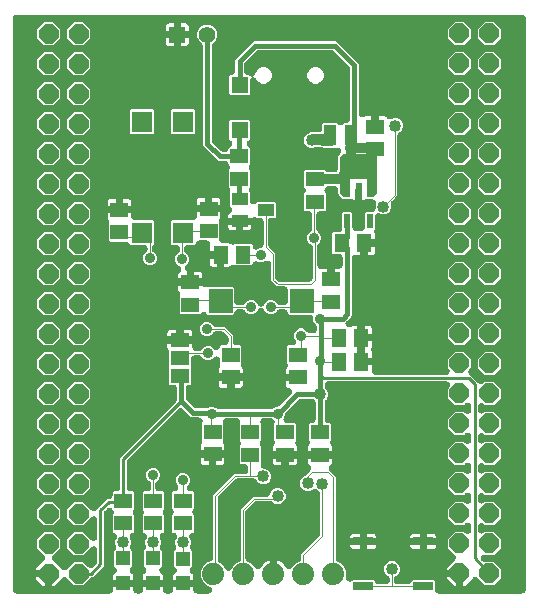
<source format=gbr>
G04 EAGLE Gerber RS-274X export*
G75*
%MOMM*%
%FSLAX34Y34*%
%LPD*%
%INBottom Copper*%
%IPPOS*%
%AMOC8*
5,1,8,0,0,1.08239X$1,22.5*%
G01*
%ADD10R,1.300000X1.500000*%
%ADD11R,1.500000X1.300000*%
%ADD12C,1.879600*%
%ADD13R,2.032000X2.032000*%
%ADD14R,0.550000X1.200000*%
%ADD15R,1.409600X1.409600*%
%ADD16C,1.409600*%
%ADD17R,1.400000X1.400000*%
%ADD18P,1.759533X8X292.500000*%
%ADD19R,1.400000X1.000000*%
%ADD20R,1.020000X1.780000*%
%ADD21R,1.778000X1.778000*%
%ADD22R,1.600200X1.168400*%
%ADD23R,1.200000X1.200000*%
%ADD24R,1.651000X0.762000*%
%ADD25C,0.152400*%
%ADD26C,1.016000*%
%ADD27C,0.889000*%
%ADD28C,0.457200*%
%ADD29C,0.050800*%
%ADD30C,0.254000*%
%ADD31C,0.101600*%
%ADD32C,0.863600*%

G36*
X85008Y2293D02*
X85008Y2293D01*
X85084Y2291D01*
X85253Y2313D01*
X85424Y2327D01*
X85498Y2345D01*
X85573Y2355D01*
X85737Y2404D01*
X85903Y2445D01*
X85972Y2475D01*
X86046Y2497D01*
X86199Y2573D01*
X86356Y2640D01*
X86420Y2681D01*
X86489Y2714D01*
X86628Y2813D01*
X86772Y2905D01*
X86829Y2956D01*
X86891Y3000D01*
X87012Y3120D01*
X87140Y3234D01*
X87188Y3293D01*
X87242Y3347D01*
X87343Y3485D01*
X87450Y3618D01*
X87487Y3684D01*
X87532Y3745D01*
X87609Y3898D01*
X87694Y4046D01*
X87720Y4118D01*
X87755Y4186D01*
X87806Y4349D01*
X87865Y4509D01*
X87880Y4584D01*
X87903Y4656D01*
X87915Y4761D01*
X87960Y4993D01*
X87967Y5229D01*
X87979Y5334D01*
X87979Y7916D01*
X96520Y7916D01*
X105061Y7916D01*
X105061Y5334D01*
X105067Y5258D01*
X105065Y5182D01*
X105087Y5013D01*
X105101Y4842D01*
X105119Y4768D01*
X105129Y4693D01*
X105178Y4529D01*
X105219Y4363D01*
X105249Y4294D01*
X105271Y4220D01*
X105347Y4067D01*
X105414Y3910D01*
X105455Y3846D01*
X105488Y3777D01*
X105587Y3638D01*
X105679Y3494D01*
X105730Y3437D01*
X105774Y3375D01*
X105894Y3254D01*
X106008Y3126D01*
X106067Y3078D01*
X106121Y3024D01*
X106259Y2923D01*
X106392Y2816D01*
X106458Y2779D01*
X106519Y2734D01*
X106672Y2657D01*
X106820Y2572D01*
X106892Y2546D01*
X106960Y2511D01*
X107123Y2460D01*
X107283Y2401D01*
X107358Y2386D01*
X107430Y2363D01*
X107535Y2351D01*
X107767Y2306D01*
X108003Y2299D01*
X108108Y2287D01*
X110078Y2287D01*
X110154Y2293D01*
X110230Y2291D01*
X110399Y2313D01*
X110570Y2327D01*
X110644Y2345D01*
X110719Y2355D01*
X110883Y2404D01*
X111049Y2445D01*
X111118Y2475D01*
X111192Y2497D01*
X111345Y2573D01*
X111502Y2640D01*
X111566Y2681D01*
X111635Y2714D01*
X111774Y2813D01*
X111918Y2905D01*
X111975Y2956D01*
X112037Y3000D01*
X112158Y3120D01*
X112286Y3234D01*
X112334Y3293D01*
X112388Y3347D01*
X112489Y3485D01*
X112596Y3618D01*
X112633Y3684D01*
X112678Y3745D01*
X112755Y3898D01*
X112840Y4046D01*
X112866Y4118D01*
X112901Y4186D01*
X112952Y4349D01*
X113011Y4509D01*
X113026Y4584D01*
X113049Y4656D01*
X113061Y4761D01*
X113106Y4993D01*
X113113Y5229D01*
X113125Y5334D01*
X113125Y7916D01*
X121666Y7916D01*
X130207Y7916D01*
X130207Y5334D01*
X130213Y5258D01*
X130211Y5182D01*
X130233Y5013D01*
X130247Y4842D01*
X130265Y4768D01*
X130275Y4693D01*
X130324Y4529D01*
X130365Y4363D01*
X130395Y4294D01*
X130417Y4220D01*
X130493Y4067D01*
X130560Y3910D01*
X130601Y3846D01*
X130634Y3777D01*
X130733Y3638D01*
X130825Y3494D01*
X130876Y3437D01*
X130920Y3375D01*
X131040Y3254D01*
X131154Y3126D01*
X131213Y3078D01*
X131267Y3024D01*
X131405Y2923D01*
X131538Y2816D01*
X131604Y2779D01*
X131665Y2734D01*
X131818Y2657D01*
X131966Y2572D01*
X132038Y2546D01*
X132106Y2511D01*
X132269Y2460D01*
X132429Y2401D01*
X132504Y2386D01*
X132576Y2363D01*
X132681Y2351D01*
X132913Y2306D01*
X133149Y2299D01*
X133254Y2287D01*
X135732Y2287D01*
X135808Y2293D01*
X135884Y2291D01*
X136053Y2313D01*
X136224Y2327D01*
X136298Y2345D01*
X136373Y2355D01*
X136537Y2404D01*
X136703Y2445D01*
X136772Y2475D01*
X136846Y2497D01*
X136999Y2573D01*
X137156Y2640D01*
X137220Y2681D01*
X137289Y2714D01*
X137428Y2813D01*
X137572Y2905D01*
X137629Y2956D01*
X137691Y3000D01*
X137812Y3120D01*
X137940Y3234D01*
X137988Y3293D01*
X138042Y3347D01*
X138143Y3485D01*
X138250Y3618D01*
X138287Y3684D01*
X138332Y3745D01*
X138409Y3898D01*
X138494Y4046D01*
X138520Y4118D01*
X138555Y4186D01*
X138606Y4349D01*
X138665Y4509D01*
X138680Y4584D01*
X138703Y4656D01*
X138715Y4761D01*
X138760Y4993D01*
X138767Y5229D01*
X138779Y5334D01*
X138779Y7789D01*
X147320Y7789D01*
X155861Y7789D01*
X155861Y5334D01*
X155867Y5258D01*
X155865Y5182D01*
X155887Y5013D01*
X155901Y4842D01*
X155919Y4768D01*
X155929Y4693D01*
X155978Y4529D01*
X156019Y4363D01*
X156049Y4294D01*
X156071Y4220D01*
X156147Y4067D01*
X156214Y3910D01*
X156255Y3846D01*
X156288Y3777D01*
X156387Y3638D01*
X156479Y3494D01*
X156530Y3437D01*
X156574Y3375D01*
X156694Y3254D01*
X156808Y3126D01*
X156867Y3078D01*
X156921Y3024D01*
X157059Y2923D01*
X157192Y2816D01*
X157258Y2779D01*
X157319Y2734D01*
X157472Y2657D01*
X157620Y2572D01*
X157692Y2546D01*
X157760Y2511D01*
X157923Y2460D01*
X158083Y2401D01*
X158158Y2386D01*
X158230Y2363D01*
X158335Y2351D01*
X158567Y2306D01*
X158803Y2299D01*
X158908Y2287D01*
X168906Y2287D01*
X169048Y2298D01*
X169190Y2300D01*
X169293Y2318D01*
X169398Y2327D01*
X169536Y2361D01*
X169676Y2386D01*
X169775Y2420D01*
X169876Y2445D01*
X170007Y2502D01*
X170142Y2549D01*
X170234Y2599D01*
X170330Y2640D01*
X170450Y2716D01*
X170575Y2785D01*
X170658Y2849D01*
X170746Y2905D01*
X170852Y3000D01*
X170965Y3087D01*
X171036Y3164D01*
X171114Y3234D01*
X171203Y3345D01*
X171300Y3449D01*
X171358Y3536D01*
X171424Y3618D01*
X171494Y3741D01*
X171573Y3860D01*
X171616Y3956D01*
X171668Y4046D01*
X171717Y4180D01*
X171776Y4310D01*
X171803Y4411D01*
X171839Y4509D01*
X171867Y4649D01*
X171904Y4786D01*
X171914Y4890D01*
X171934Y4993D01*
X171938Y5135D01*
X171953Y5277D01*
X171946Y5382D01*
X171949Y5486D01*
X171931Y5627D01*
X171922Y5770D01*
X171899Y5871D01*
X171885Y5975D01*
X171844Y6112D01*
X171812Y6251D01*
X171773Y6347D01*
X171742Y6447D01*
X171680Y6576D01*
X171626Y6708D01*
X171572Y6797D01*
X171526Y6891D01*
X171443Y7007D01*
X171369Y7128D01*
X171301Y7208D01*
X171240Y7293D01*
X171140Y7394D01*
X171047Y7502D01*
X170967Y7570D01*
X170893Y7644D01*
X170778Y7728D01*
X170669Y7819D01*
X170600Y7857D01*
X170495Y7934D01*
X170107Y8130D01*
X170072Y8149D01*
X166724Y9536D01*
X163651Y12609D01*
X161988Y16623D01*
X161988Y20969D01*
X163651Y24983D01*
X166724Y28056D01*
X170965Y29813D01*
X171159Y29912D01*
X171356Y30008D01*
X171379Y30025D01*
X171404Y30038D01*
X171580Y30167D01*
X171758Y30294D01*
X171778Y30314D01*
X171801Y30331D01*
X171953Y30487D01*
X172109Y30641D01*
X172126Y30664D01*
X172146Y30684D01*
X172271Y30863D01*
X172399Y31039D01*
X172412Y31065D01*
X172429Y31088D01*
X172523Y31285D01*
X172622Y31480D01*
X172630Y31507D01*
X172643Y31533D01*
X172704Y31742D01*
X172770Y31950D01*
X172773Y31974D01*
X172782Y32006D01*
X172843Y32495D01*
X172840Y32575D01*
X172846Y32628D01*
X172846Y85954D01*
X190144Y103252D01*
X199263Y103252D01*
X199339Y103258D01*
X199415Y103256D01*
X199584Y103278D01*
X199755Y103292D01*
X199829Y103310D01*
X199904Y103320D01*
X200068Y103369D01*
X200234Y103410D01*
X200303Y103440D01*
X200377Y103462D01*
X200530Y103538D01*
X200687Y103605D01*
X200751Y103646D01*
X200820Y103679D01*
X200959Y103778D01*
X201103Y103870D01*
X201160Y103921D01*
X201222Y103965D01*
X201343Y104085D01*
X201471Y104199D01*
X201519Y104258D01*
X201573Y104312D01*
X201674Y104450D01*
X201781Y104583D01*
X201818Y104649D01*
X201863Y104710D01*
X201940Y104863D01*
X202025Y105011D01*
X202051Y105083D01*
X202086Y105151D01*
X202137Y105314D01*
X202196Y105474D01*
X202211Y105549D01*
X202234Y105621D01*
X202246Y105726D01*
X202291Y105958D01*
X202298Y106194D01*
X202310Y106299D01*
X202310Y108841D01*
X202304Y108917D01*
X202306Y108993D01*
X202284Y109162D01*
X202270Y109333D01*
X202252Y109407D01*
X202242Y109482D01*
X202193Y109646D01*
X202152Y109812D01*
X202122Y109881D01*
X202100Y109955D01*
X202025Y110108D01*
X201957Y110265D01*
X201916Y110329D01*
X201883Y110398D01*
X201784Y110537D01*
X201692Y110681D01*
X201641Y110738D01*
X201597Y110800D01*
X201477Y110921D01*
X201363Y111049D01*
X201304Y111097D01*
X201250Y111151D01*
X201112Y111252D01*
X200979Y111359D01*
X200913Y111396D01*
X200852Y111441D01*
X200699Y111518D01*
X200551Y111603D01*
X200479Y111629D01*
X200411Y111664D01*
X200248Y111715D01*
X200088Y111774D01*
X200013Y111789D01*
X199941Y111812D01*
X199836Y111824D01*
X199604Y111869D01*
X199368Y111876D01*
X199263Y111888D01*
X195957Y111888D01*
X195064Y112781D01*
X195064Y127045D01*
X195278Y127258D01*
X195327Y127316D01*
X195383Y127368D01*
X195487Y127504D01*
X195597Y127634D01*
X195637Y127699D01*
X195683Y127760D01*
X195764Y127910D01*
X195852Y128057D01*
X195880Y128128D01*
X195916Y128195D01*
X195972Y128356D01*
X196035Y128515D01*
X196052Y128589D01*
X196076Y128661D01*
X196105Y128830D01*
X196142Y128996D01*
X196146Y129073D01*
X196159Y129148D01*
X196160Y129318D01*
X196170Y129489D01*
X196161Y129565D01*
X196162Y129641D01*
X196135Y129810D01*
X196117Y129980D01*
X196097Y130053D01*
X196085Y130128D01*
X196032Y130291D01*
X195987Y130455D01*
X195955Y130524D01*
X195931Y130597D01*
X195852Y130749D01*
X195781Y130904D01*
X195738Y130967D01*
X195703Y131035D01*
X195638Y131117D01*
X195506Y131313D01*
X195344Y131485D01*
X195278Y131568D01*
X195064Y131781D01*
X195064Y146126D01*
X195159Y146293D01*
X195267Y146472D01*
X195281Y146507D01*
X195300Y146540D01*
X195373Y146736D01*
X195450Y146930D01*
X195458Y146967D01*
X195472Y147003D01*
X195512Y147208D01*
X195557Y147411D01*
X195559Y147450D01*
X195566Y147487D01*
X195573Y147695D01*
X195585Y147904D01*
X195581Y147942D01*
X195582Y147980D01*
X195555Y148187D01*
X195532Y148395D01*
X195522Y148431D01*
X195517Y148469D01*
X195457Y148669D01*
X195402Y148870D01*
X195386Y148905D01*
X195375Y148942D01*
X195283Y149129D01*
X195196Y149319D01*
X195175Y149350D01*
X195158Y149385D01*
X195037Y149555D01*
X194921Y149728D01*
X194895Y149756D01*
X194872Y149787D01*
X194726Y149935D01*
X194583Y150088D01*
X194553Y150111D01*
X194526Y150138D01*
X194357Y150261D01*
X194191Y150388D01*
X194158Y150406D01*
X194127Y150428D01*
X193941Y150522D01*
X193757Y150621D01*
X193720Y150633D01*
X193687Y150651D01*
X193488Y150713D01*
X193290Y150781D01*
X193252Y150787D01*
X193216Y150799D01*
X193123Y150809D01*
X192804Y150864D01*
X192632Y150865D01*
X192538Y150875D01*
X184080Y150875D01*
X184041Y150872D01*
X184003Y150874D01*
X183796Y150852D01*
X183588Y150835D01*
X183551Y150826D01*
X183513Y150822D01*
X183312Y150767D01*
X183109Y150717D01*
X183074Y150701D01*
X183037Y150691D01*
X182848Y150604D01*
X182656Y150522D01*
X182623Y150501D01*
X182589Y150486D01*
X182415Y150369D01*
X182240Y150257D01*
X182211Y150232D01*
X182179Y150210D01*
X182027Y150067D01*
X181872Y149928D01*
X181848Y149898D01*
X181820Y149872D01*
X181693Y149707D01*
X181562Y149544D01*
X181543Y149511D01*
X181520Y149481D01*
X181421Y149297D01*
X181318Y149116D01*
X181305Y149080D01*
X181287Y149046D01*
X181219Y148849D01*
X181146Y148653D01*
X181139Y148615D01*
X181127Y148579D01*
X181092Y148374D01*
X181052Y148169D01*
X181050Y148131D01*
X181044Y148093D01*
X181043Y147883D01*
X181036Y147676D01*
X181041Y147638D01*
X181041Y147600D01*
X181073Y147394D01*
X181101Y147187D01*
X181112Y147150D01*
X181118Y147112D01*
X181173Y146945D01*
X181173Y131984D01*
X181103Y131869D01*
X181075Y131798D01*
X181039Y131731D01*
X180984Y131569D01*
X180920Y131411D01*
X180904Y131336D01*
X180879Y131264D01*
X180850Y131096D01*
X180814Y130929D01*
X180809Y130853D01*
X180796Y130778D01*
X180795Y130607D01*
X180786Y130436D01*
X180794Y130360D01*
X180793Y130284D01*
X180820Y130116D01*
X180838Y129946D01*
X180858Y129872D01*
X180870Y129797D01*
X180924Y129634D01*
X180969Y129470D01*
X181000Y129401D01*
X181024Y129328D01*
X181103Y129177D01*
X181174Y129022D01*
X181217Y128958D01*
X181252Y128891D01*
X181318Y128809D01*
X181450Y128612D01*
X181612Y128440D01*
X181678Y128358D01*
X181681Y128354D01*
X182016Y127775D01*
X182189Y127129D01*
X182189Y123543D01*
X172350Y123543D01*
X172274Y123537D01*
X172198Y123539D01*
X172121Y123529D01*
X172051Y123531D01*
X171946Y123543D01*
X162107Y123543D01*
X162107Y127129D01*
X162280Y127775D01*
X162615Y128354D01*
X162618Y128358D01*
X162668Y128416D01*
X162723Y128468D01*
X162827Y128603D01*
X162938Y128733D01*
X162977Y128799D01*
X163024Y128859D01*
X163104Y129010D01*
X163193Y129156D01*
X163221Y129227D01*
X163257Y129294D01*
X163312Y129456D01*
X163376Y129614D01*
X163392Y129689D01*
X163417Y129761D01*
X163446Y129929D01*
X163482Y130096D01*
X163487Y130172D01*
X163500Y130247D01*
X163501Y130418D01*
X163510Y130588D01*
X163502Y130664D01*
X163503Y130741D01*
X163476Y130909D01*
X163458Y131079D01*
X163438Y131152D01*
X163426Y131228D01*
X163373Y131390D01*
X163327Y131555D01*
X163295Y131624D01*
X163272Y131696D01*
X163193Y131848D01*
X163123Y131999D01*
X163123Y146469D01*
X163198Y146557D01*
X163218Y146590D01*
X163242Y146620D01*
X163345Y146800D01*
X163453Y146980D01*
X163467Y147015D01*
X163486Y147048D01*
X163559Y147244D01*
X163636Y147438D01*
X163644Y147475D01*
X163658Y147511D01*
X163698Y147715D01*
X163743Y147919D01*
X163745Y147958D01*
X163752Y147995D01*
X163759Y148203D01*
X163771Y148412D01*
X163767Y148450D01*
X163768Y148488D01*
X163741Y148694D01*
X163718Y148903D01*
X163708Y148939D01*
X163703Y148977D01*
X163643Y149177D01*
X163588Y149378D01*
X163572Y149413D01*
X163561Y149450D01*
X163469Y149637D01*
X163382Y149827D01*
X163361Y149858D01*
X163344Y149893D01*
X163223Y150063D01*
X163107Y150236D01*
X163081Y150264D01*
X163058Y150295D01*
X162912Y150443D01*
X162769Y150596D01*
X162739Y150619D01*
X162712Y150646D01*
X162543Y150769D01*
X162377Y150896D01*
X162344Y150914D01*
X162313Y150936D01*
X162127Y151030D01*
X161943Y151129D01*
X161906Y151141D01*
X161873Y151159D01*
X161673Y151221D01*
X161476Y151289D01*
X161439Y151295D01*
X161402Y151307D01*
X161309Y151317D01*
X160990Y151372D01*
X160818Y151373D01*
X160724Y151383D01*
X154944Y151383D01*
X153543Y151963D01*
X147232Y158275D01*
X147174Y158324D01*
X147122Y158379D01*
X146987Y158483D01*
X146856Y158594D01*
X146791Y158633D01*
X146731Y158680D01*
X146580Y158760D01*
X146434Y158849D01*
X146363Y158877D01*
X146296Y158913D01*
X146134Y158968D01*
X145976Y159032D01*
X145901Y159048D01*
X145829Y159073D01*
X145661Y159102D01*
X145494Y159138D01*
X145418Y159143D01*
X145343Y159155D01*
X145172Y159157D01*
X145002Y159166D01*
X144926Y159158D01*
X144850Y159159D01*
X144681Y159132D01*
X144511Y159114D01*
X144438Y159094D01*
X144362Y159082D01*
X144200Y159028D01*
X144035Y158983D01*
X143966Y158951D01*
X143894Y158928D01*
X143742Y158849D01*
X143587Y158778D01*
X143524Y158735D01*
X143456Y158700D01*
X143374Y158634D01*
X143178Y158502D01*
X143005Y158340D01*
X142923Y158275D01*
X100206Y115558D01*
X100132Y115471D01*
X100051Y115391D01*
X99973Y115283D01*
X99887Y115182D01*
X99828Y115084D01*
X99761Y114992D01*
X99701Y114873D01*
X99632Y114759D01*
X99590Y114653D01*
X99538Y114551D01*
X99498Y114425D01*
X99449Y114301D01*
X99424Y114190D01*
X99390Y114081D01*
X99380Y113987D01*
X99342Y113820D01*
X99324Y113495D01*
X99314Y113403D01*
X99314Y91754D01*
X99320Y91678D01*
X99318Y91602D01*
X99340Y91433D01*
X99354Y91262D01*
X99372Y91188D01*
X99382Y91113D01*
X99431Y90949D01*
X99472Y90783D01*
X99502Y90714D01*
X99524Y90640D01*
X99600Y90487D01*
X99667Y90330D01*
X99708Y90266D01*
X99741Y90197D01*
X99840Y90058D01*
X99932Y89914D01*
X99983Y89857D01*
X100027Y89795D01*
X100147Y89674D01*
X100261Y89546D01*
X100320Y89498D01*
X100374Y89444D01*
X100512Y89343D01*
X100645Y89236D01*
X100711Y89199D01*
X100772Y89154D01*
X100925Y89077D01*
X101073Y88992D01*
X101145Y88966D01*
X101213Y88931D01*
X101376Y88880D01*
X101536Y88821D01*
X101611Y88806D01*
X101683Y88783D01*
X101788Y88771D01*
X102020Y88726D01*
X102256Y88719D01*
X102361Y88707D01*
X104651Y88707D01*
X105544Y87814D01*
X105544Y73550D01*
X105330Y73337D01*
X105281Y73279D01*
X105225Y73226D01*
X105121Y73091D01*
X105011Y72961D01*
X104971Y72895D01*
X104925Y72835D01*
X104844Y72685D01*
X104756Y72538D01*
X104728Y72467D01*
X104692Y72400D01*
X104636Y72239D01*
X104573Y72080D01*
X104556Y72006D01*
X104532Y71934D01*
X104503Y71765D01*
X104466Y71598D01*
X104462Y71522D01*
X104449Y71447D01*
X104448Y71276D01*
X104438Y71106D01*
X104447Y71030D01*
X104446Y70954D01*
X104473Y70785D01*
X104491Y70615D01*
X104511Y70542D01*
X104523Y70467D01*
X104576Y70304D01*
X104621Y70140D01*
X104653Y70070D01*
X104677Y69998D01*
X104756Y69847D01*
X104827Y69691D01*
X104870Y69628D01*
X104905Y69560D01*
X104970Y69478D01*
X105102Y69282D01*
X105264Y69109D01*
X105330Y69027D01*
X105544Y68814D01*
X105544Y54550D01*
X104631Y53638D01*
X104581Y53636D01*
X104516Y53623D01*
X104450Y53617D01*
X104275Y53574D01*
X104098Y53538D01*
X104036Y53515D01*
X103971Y53499D01*
X103805Y53427D01*
X103636Y53364D01*
X103579Y53330D01*
X103518Y53304D01*
X103366Y53207D01*
X103209Y53117D01*
X103158Y53075D01*
X103102Y53039D01*
X102967Y52919D01*
X102827Y52804D01*
X102783Y52755D01*
X102734Y52710D01*
X102620Y52570D01*
X102501Y52435D01*
X102466Y52378D01*
X102424Y52326D01*
X102335Y52170D01*
X102239Y52017D01*
X102213Y51955D01*
X102180Y51898D01*
X102117Y51728D01*
X102047Y51562D01*
X102031Y51498D01*
X102008Y51435D01*
X101974Y51258D01*
X101931Y51083D01*
X101926Y51016D01*
X101914Y50951D01*
X101908Y50771D01*
X101895Y50591D01*
X101900Y50524D01*
X101898Y50458D01*
X101922Y50279D01*
X101938Y50099D01*
X101952Y50049D01*
X101963Y49969D01*
X102105Y49497D01*
X102120Y49466D01*
X102126Y49444D01*
X103125Y47034D01*
X103125Y44406D01*
X102471Y42828D01*
X102404Y42621D01*
X102333Y42414D01*
X102329Y42386D01*
X102320Y42359D01*
X102287Y42143D01*
X102251Y41928D01*
X102251Y41899D01*
X102246Y41871D01*
X102249Y41653D01*
X102248Y41434D01*
X102252Y41406D01*
X102253Y41378D01*
X102290Y41163D01*
X102324Y40947D01*
X102333Y40920D01*
X102338Y40892D01*
X102410Y40686D01*
X102479Y40478D01*
X102492Y40453D01*
X102501Y40426D01*
X102605Y40235D01*
X102706Y40041D01*
X102721Y40022D01*
X102737Y39993D01*
X103040Y39604D01*
X103099Y39549D01*
X103132Y39508D01*
X104045Y38595D01*
X104045Y25331D01*
X102849Y24136D01*
X102702Y23963D01*
X102552Y23791D01*
X102542Y23775D01*
X102530Y23760D01*
X102412Y23564D01*
X102292Y23371D01*
X102285Y23354D01*
X102275Y23338D01*
X102190Y23125D01*
X102104Y22915D01*
X102099Y22897D01*
X102092Y22879D01*
X102043Y22656D01*
X101991Y22435D01*
X101990Y22416D01*
X101985Y22398D01*
X101973Y22169D01*
X101957Y21943D01*
X101959Y21924D01*
X101958Y21905D01*
X101982Y21679D01*
X102003Y21452D01*
X102008Y21433D01*
X102010Y21415D01*
X102070Y21196D01*
X102128Y20974D01*
X102136Y20957D01*
X102141Y20939D01*
X102236Y20732D01*
X102328Y20524D01*
X102338Y20508D01*
X102346Y20491D01*
X102473Y20302D01*
X102598Y20111D01*
X102611Y20097D01*
X102622Y20081D01*
X102777Y19916D01*
X102932Y19747D01*
X102944Y19738D01*
X102960Y19722D01*
X103351Y19421D01*
X103432Y19378D01*
X103480Y19342D01*
X104080Y18996D01*
X104553Y18523D01*
X104888Y17944D01*
X105061Y17298D01*
X105061Y14010D01*
X96520Y14010D01*
X87979Y14010D01*
X87979Y17298D01*
X88152Y17944D01*
X88487Y18523D01*
X88960Y18996D01*
X89560Y19342D01*
X89747Y19472D01*
X89936Y19599D01*
X89950Y19612D01*
X89965Y19623D01*
X90130Y19782D01*
X90296Y19937D01*
X90307Y19952D01*
X90321Y19965D01*
X90458Y20148D01*
X90596Y20328D01*
X90605Y20345D01*
X90616Y20360D01*
X90721Y20562D01*
X90829Y20763D01*
X90835Y20781D01*
X90844Y20798D01*
X90915Y21013D01*
X90989Y21230D01*
X90992Y21248D01*
X90998Y21266D01*
X91033Y21490D01*
X91072Y21716D01*
X91072Y21735D01*
X91075Y21754D01*
X91073Y21979D01*
X91075Y22209D01*
X91072Y22228D01*
X91072Y22247D01*
X91034Y22471D01*
X90998Y22697D01*
X90992Y22715D01*
X90989Y22733D01*
X90915Y22949D01*
X90844Y23165D01*
X90835Y23182D01*
X90829Y23200D01*
X90721Y23401D01*
X90616Y23603D01*
X90606Y23615D01*
X90596Y23635D01*
X90295Y24026D01*
X90228Y24090D01*
X90191Y24136D01*
X88995Y25331D01*
X88995Y38595D01*
X89908Y39508D01*
X90050Y39674D01*
X90194Y39838D01*
X90209Y39862D01*
X90228Y39883D01*
X90340Y40071D01*
X90457Y40256D01*
X90468Y40282D01*
X90482Y40306D01*
X90563Y40509D01*
X90648Y40710D01*
X90655Y40738D01*
X90665Y40764D01*
X90713Y40978D01*
X90764Y41190D01*
X90766Y41218D01*
X90772Y41246D01*
X90784Y41465D01*
X90801Y41682D01*
X90798Y41710D01*
X90800Y41738D01*
X90777Y41956D01*
X90758Y42173D01*
X90751Y42196D01*
X90748Y42229D01*
X90617Y42705D01*
X90583Y42778D01*
X90569Y42828D01*
X89915Y44406D01*
X89915Y47034D01*
X90914Y49444D01*
X90969Y49616D01*
X91032Y49785D01*
X91044Y49850D01*
X91065Y49913D01*
X91092Y50092D01*
X91126Y50269D01*
X91128Y50335D01*
X91138Y50401D01*
X91136Y50582D01*
X91142Y50762D01*
X91133Y50828D01*
X91132Y50895D01*
X91101Y51072D01*
X91077Y51251D01*
X91058Y51315D01*
X91047Y51380D01*
X90987Y51550D01*
X90935Y51724D01*
X90906Y51783D01*
X90884Y51846D01*
X90797Y52005D01*
X90718Y52167D01*
X90680Y52221D01*
X90648Y52279D01*
X90537Y52422D01*
X90432Y52569D01*
X90386Y52616D01*
X90345Y52669D01*
X90212Y52792D01*
X90086Y52920D01*
X90032Y52959D01*
X89983Y53004D01*
X89833Y53104D01*
X89687Y53210D01*
X89628Y53240D01*
X89572Y53277D01*
X89408Y53351D01*
X89247Y53433D01*
X89183Y53453D01*
X89122Y53480D01*
X88948Y53527D01*
X88776Y53581D01*
X88723Y53587D01*
X88646Y53608D01*
X88414Y53631D01*
X87494Y54550D01*
X87494Y68814D01*
X87708Y69027D01*
X87757Y69085D01*
X87813Y69137D01*
X87917Y69273D01*
X88027Y69403D01*
X88067Y69468D01*
X88113Y69529D01*
X88194Y69679D01*
X88282Y69826D01*
X88310Y69896D01*
X88346Y69964D01*
X88402Y70125D01*
X88465Y70284D01*
X88482Y70358D01*
X88506Y70430D01*
X88535Y70599D01*
X88572Y70765D01*
X88576Y70841D01*
X88589Y70917D01*
X88590Y71087D01*
X88600Y71258D01*
X88591Y71334D01*
X88592Y71410D01*
X88565Y71578D01*
X88547Y71749D01*
X88527Y71822D01*
X88515Y71897D01*
X88462Y72060D01*
X88417Y72224D01*
X88385Y72293D01*
X88361Y72366D01*
X88282Y72518D01*
X88211Y72673D01*
X88168Y72736D01*
X88133Y72803D01*
X88068Y72886D01*
X87936Y73082D01*
X87774Y73254D01*
X87708Y73337D01*
X86939Y74105D01*
X86881Y74155D01*
X86829Y74210D01*
X86694Y74314D01*
X86563Y74425D01*
X86498Y74464D01*
X86438Y74511D01*
X86287Y74591D01*
X86141Y74680D01*
X86070Y74708D01*
X86003Y74744D01*
X85841Y74799D01*
X85683Y74863D01*
X85608Y74879D01*
X85536Y74904D01*
X85368Y74932D01*
X85201Y74969D01*
X85125Y74974D01*
X85050Y74986D01*
X84879Y74987D01*
X84709Y74997D01*
X84633Y74989D01*
X84556Y74989D01*
X84388Y74963D01*
X84218Y74945D01*
X84144Y74925D01*
X84069Y74913D01*
X83907Y74859D01*
X83742Y74814D01*
X83673Y74782D01*
X83601Y74759D01*
X83449Y74680D01*
X83294Y74608D01*
X83230Y74566D01*
X83163Y74531D01*
X83081Y74465D01*
X82884Y74333D01*
X82712Y74171D01*
X82630Y74105D01*
X80903Y72379D01*
X80829Y72292D01*
X80748Y72212D01*
X80670Y72104D01*
X80584Y72003D01*
X80525Y71905D01*
X80458Y71813D01*
X80398Y71694D01*
X80329Y71580D01*
X80287Y71474D01*
X80235Y71372D01*
X80195Y71246D01*
X80146Y71122D01*
X80121Y71011D01*
X80087Y70902D01*
X80077Y70808D01*
X80039Y70641D01*
X80021Y70316D01*
X80011Y70224D01*
X80011Y25766D01*
X70541Y16297D01*
X70497Y16290D01*
X70365Y16279D01*
X70254Y16252D01*
X70141Y16234D01*
X70015Y16193D01*
X69886Y16161D01*
X69781Y16116D01*
X69673Y16080D01*
X69555Y16018D01*
X69433Y15966D01*
X69336Y15905D01*
X69235Y15852D01*
X69161Y15793D01*
X69016Y15701D01*
X68774Y15485D01*
X68702Y15427D01*
X62736Y9461D01*
X54740Y9461D01*
X48911Y15290D01*
X48853Y15339D01*
X48801Y15395D01*
X48666Y15499D01*
X48535Y15609D01*
X48470Y15649D01*
X48410Y15695D01*
X48259Y15776D01*
X48113Y15864D01*
X48042Y15892D01*
X47975Y15928D01*
X47813Y15984D01*
X47655Y16047D01*
X47580Y16063D01*
X47508Y16088D01*
X47340Y16117D01*
X47173Y16154D01*
X47097Y16158D01*
X47022Y16171D01*
X46851Y16172D01*
X46680Y16181D01*
X46605Y16173D01*
X46528Y16174D01*
X46359Y16147D01*
X46190Y16129D01*
X46116Y16109D01*
X46041Y16097D01*
X45879Y16044D01*
X45714Y15999D01*
X45645Y15967D01*
X45572Y15943D01*
X45421Y15864D01*
X45266Y15793D01*
X45202Y15750D01*
X45135Y15715D01*
X45053Y15650D01*
X44856Y15517D01*
X44684Y15356D01*
X44602Y15290D01*
X37757Y8445D01*
X36385Y8445D01*
X36385Y19114D01*
X36379Y19190D01*
X36382Y19266D01*
X36359Y19435D01*
X36345Y19605D01*
X36327Y19679D01*
X36317Y19755D01*
X36268Y19919D01*
X36227Y20084D01*
X36197Y20154D01*
X36175Y20227D01*
X36100Y20381D01*
X36032Y20538D01*
X35991Y20602D01*
X35958Y20670D01*
X35859Y20810D01*
X35767Y20954D01*
X35716Y21010D01*
X35672Y21073D01*
X35552Y21194D01*
X35438Y21322D01*
X35379Y21370D01*
X35331Y21418D01*
X35325Y21424D01*
X35187Y21525D01*
X35054Y21632D01*
X34988Y21670D01*
X34926Y21714D01*
X34774Y21791D01*
X34625Y21876D01*
X34554Y21902D01*
X34486Y21937D01*
X34323Y21988D01*
X34163Y22048D01*
X34088Y22062D01*
X34015Y22085D01*
X33911Y22097D01*
X33679Y22142D01*
X33443Y22150D01*
X33338Y22161D01*
X22669Y22161D01*
X22669Y23533D01*
X29514Y30378D01*
X29563Y30436D01*
X29619Y30488D01*
X29723Y30623D01*
X29833Y30754D01*
X29873Y30819D01*
X29919Y30879D01*
X30000Y31030D01*
X30088Y31176D01*
X30116Y31247D01*
X30152Y31314D01*
X30208Y31476D01*
X30271Y31634D01*
X30287Y31709D01*
X30312Y31781D01*
X30341Y31949D01*
X30378Y32116D01*
X30382Y32192D01*
X30395Y32267D01*
X30396Y32438D01*
X30405Y32608D01*
X30397Y32684D01*
X30398Y32760D01*
X30371Y32929D01*
X30353Y33099D01*
X30333Y33172D01*
X30321Y33248D01*
X30268Y33410D01*
X30223Y33575D01*
X30191Y33644D01*
X30167Y33716D01*
X30088Y33868D01*
X30017Y34023D01*
X29974Y34086D01*
X29939Y34154D01*
X29874Y34236D01*
X29741Y34432D01*
X29580Y34605D01*
X29514Y34687D01*
X23685Y40516D01*
X23685Y48512D01*
X29340Y54167D01*
X37336Y54167D01*
X42991Y48512D01*
X42991Y40516D01*
X37162Y34687D01*
X37113Y34629D01*
X37057Y34577D01*
X36953Y34442D01*
X36843Y34311D01*
X36803Y34246D01*
X36757Y34186D01*
X36676Y34035D01*
X36588Y33889D01*
X36560Y33818D01*
X36524Y33751D01*
X36468Y33589D01*
X36405Y33431D01*
X36389Y33356D01*
X36364Y33284D01*
X36335Y33116D01*
X36298Y32949D01*
X36294Y32873D01*
X36281Y32798D01*
X36280Y32627D01*
X36271Y32456D01*
X36279Y32381D01*
X36278Y32304D01*
X36305Y32135D01*
X36323Y31966D01*
X36343Y31892D01*
X36355Y31817D01*
X36408Y31655D01*
X36453Y31490D01*
X36485Y31421D01*
X36509Y31348D01*
X36588Y31197D01*
X36659Y31042D01*
X36702Y30978D01*
X36737Y30911D01*
X36802Y30829D01*
X36935Y30632D01*
X37097Y30460D01*
X37162Y30378D01*
X44602Y22938D01*
X44660Y22889D01*
X44712Y22833D01*
X44847Y22729D01*
X44978Y22619D01*
X45043Y22579D01*
X45103Y22533D01*
X45254Y22452D01*
X45400Y22364D01*
X45471Y22336D01*
X45538Y22300D01*
X45700Y22244D01*
X45858Y22181D01*
X45932Y22165D01*
X46005Y22140D01*
X46173Y22111D01*
X46340Y22074D01*
X46416Y22070D01*
X46491Y22057D01*
X46662Y22056D01*
X46832Y22047D01*
X46908Y22055D01*
X46984Y22054D01*
X47153Y22081D01*
X47323Y22099D01*
X47396Y22119D01*
X47472Y22131D01*
X47634Y22184D01*
X47799Y22229D01*
X47868Y22261D01*
X47940Y22285D01*
X48092Y22364D01*
X48247Y22435D01*
X48310Y22478D01*
X48378Y22513D01*
X48460Y22579D01*
X48656Y22711D01*
X48829Y22872D01*
X48911Y22938D01*
X54740Y28767D01*
X62736Y28767D01*
X66767Y24736D01*
X66825Y24687D01*
X66877Y24632D01*
X67012Y24528D01*
X67143Y24417D01*
X67208Y24378D01*
X67268Y24331D01*
X67419Y24250D01*
X67565Y24162D01*
X67636Y24134D01*
X67703Y24098D01*
X67865Y24043D01*
X68023Y23979D01*
X68098Y23963D01*
X68170Y23938D01*
X68338Y23909D01*
X68505Y23872D01*
X68581Y23868D01*
X68656Y23855D01*
X68827Y23854D01*
X68997Y23845D01*
X69073Y23853D01*
X69149Y23852D01*
X69318Y23879D01*
X69488Y23897D01*
X69561Y23917D01*
X69637Y23929D01*
X69799Y23982D01*
X69964Y24028D01*
X70033Y24059D01*
X70105Y24083D01*
X70257Y24162D01*
X70412Y24233D01*
X70475Y24276D01*
X70543Y24311D01*
X70625Y24377D01*
X70821Y24509D01*
X70994Y24671D01*
X71076Y24736D01*
X73529Y27189D01*
X73603Y27276D01*
X73684Y27356D01*
X73762Y27464D01*
X73848Y27565D01*
X73907Y27663D01*
X73974Y27755D01*
X74034Y27874D01*
X74103Y27988D01*
X74145Y28094D01*
X74197Y28196D01*
X74237Y28322D01*
X74286Y28446D01*
X74311Y28557D01*
X74345Y28666D01*
X74355Y28760D01*
X74393Y28927D01*
X74411Y29252D01*
X74421Y29344D01*
X74421Y39190D01*
X74418Y39227D01*
X74420Y39266D01*
X74398Y39473D01*
X74381Y39681D01*
X74372Y39718D01*
X74368Y39756D01*
X74313Y39957D01*
X74263Y40160D01*
X74248Y40195D01*
X74237Y40232D01*
X74150Y40422D01*
X74068Y40614D01*
X74048Y40646D01*
X74032Y40680D01*
X73915Y40854D01*
X73803Y41030D01*
X73778Y41058D01*
X73756Y41090D01*
X73613Y41242D01*
X73474Y41397D01*
X73445Y41421D01*
X73419Y41449D01*
X73253Y41576D01*
X73090Y41707D01*
X73057Y41726D01*
X73027Y41749D01*
X72843Y41848D01*
X72662Y41951D01*
X72626Y41965D01*
X72592Y41983D01*
X72395Y42050D01*
X72199Y42123D01*
X72162Y42130D01*
X72126Y42143D01*
X71919Y42178D01*
X71715Y42218D01*
X71677Y42219D01*
X71639Y42225D01*
X71430Y42227D01*
X71222Y42233D01*
X71184Y42228D01*
X71146Y42228D01*
X70939Y42196D01*
X70733Y42169D01*
X70696Y42158D01*
X70659Y42152D01*
X70460Y42086D01*
X70261Y42026D01*
X70226Y42009D01*
X70190Y41997D01*
X70005Y41901D01*
X69817Y41809D01*
X69786Y41787D01*
X69752Y41770D01*
X69680Y41711D01*
X69415Y41524D01*
X69293Y41403D01*
X69219Y41344D01*
X62736Y34861D01*
X54740Y34861D01*
X49085Y40516D01*
X49085Y48512D01*
X54740Y54167D01*
X62736Y54167D01*
X69219Y47684D01*
X69248Y47659D01*
X69274Y47631D01*
X69436Y47500D01*
X69595Y47364D01*
X69628Y47344D01*
X69658Y47321D01*
X69839Y47217D01*
X70018Y47110D01*
X70053Y47096D01*
X70086Y47077D01*
X70282Y47004D01*
X70476Y46927D01*
X70513Y46918D01*
X70549Y46905D01*
X70754Y46865D01*
X70958Y46820D01*
X70996Y46818D01*
X71033Y46810D01*
X71241Y46804D01*
X71450Y46792D01*
X71488Y46796D01*
X71526Y46795D01*
X71733Y46822D01*
X71941Y46844D01*
X71977Y46854D01*
X72015Y46859D01*
X72215Y46920D01*
X72416Y46975D01*
X72451Y46991D01*
X72488Y47002D01*
X72675Y47094D01*
X72865Y47181D01*
X72897Y47202D01*
X72931Y47219D01*
X73100Y47339D01*
X73274Y47456D01*
X73302Y47482D01*
X73333Y47504D01*
X73481Y47651D01*
X73634Y47794D01*
X73657Y47824D01*
X73684Y47851D01*
X73807Y48020D01*
X73934Y48185D01*
X73952Y48219D01*
X73974Y48250D01*
X74068Y48436D01*
X74167Y48620D01*
X74180Y48656D01*
X74197Y48690D01*
X74259Y48889D01*
X74327Y49087D01*
X74333Y49124D01*
X74345Y49161D01*
X74355Y49253D01*
X74410Y49573D01*
X74411Y49745D01*
X74421Y49838D01*
X74421Y64590D01*
X74418Y64627D01*
X74420Y64666D01*
X74398Y64873D01*
X74381Y65081D01*
X74372Y65118D01*
X74368Y65156D01*
X74313Y65357D01*
X74263Y65560D01*
X74248Y65595D01*
X74237Y65632D01*
X74150Y65822D01*
X74068Y66014D01*
X74048Y66046D01*
X74032Y66080D01*
X73915Y66254D01*
X73803Y66430D01*
X73778Y66458D01*
X73756Y66490D01*
X73613Y66642D01*
X73474Y66797D01*
X73445Y66821D01*
X73419Y66849D01*
X73253Y66976D01*
X73090Y67107D01*
X73057Y67126D01*
X73027Y67149D01*
X72843Y67248D01*
X72662Y67351D01*
X72626Y67365D01*
X72592Y67383D01*
X72395Y67450D01*
X72199Y67523D01*
X72162Y67530D01*
X72126Y67543D01*
X71919Y67578D01*
X71715Y67618D01*
X71677Y67619D01*
X71639Y67625D01*
X71430Y67627D01*
X71222Y67633D01*
X71184Y67628D01*
X71146Y67628D01*
X70939Y67596D01*
X70733Y67569D01*
X70696Y67558D01*
X70659Y67552D01*
X70460Y67486D01*
X70261Y67426D01*
X70226Y67409D01*
X70190Y67397D01*
X70005Y67301D01*
X69817Y67209D01*
X69786Y67187D01*
X69752Y67170D01*
X69680Y67111D01*
X69415Y66924D01*
X69293Y66803D01*
X69219Y66744D01*
X62736Y60261D01*
X54740Y60261D01*
X49085Y65916D01*
X49085Y73912D01*
X54740Y79567D01*
X62736Y79567D01*
X68998Y73305D01*
X69009Y73288D01*
X69034Y73259D01*
X69056Y73228D01*
X69199Y73076D01*
X69338Y72920D01*
X69367Y72896D01*
X69393Y72868D01*
X69559Y72741D01*
X69722Y72610D01*
X69755Y72591D01*
X69785Y72568D01*
X69969Y72469D01*
X70150Y72366D01*
X70186Y72353D01*
X70220Y72335D01*
X70417Y72267D01*
X70613Y72194D01*
X70650Y72187D01*
X70686Y72175D01*
X70893Y72140D01*
X71097Y72100D01*
X71135Y72098D01*
X71173Y72092D01*
X71382Y72091D01*
X71590Y72084D01*
X71628Y72089D01*
X71666Y72089D01*
X71873Y72122D01*
X72079Y72149D01*
X72116Y72160D01*
X72153Y72166D01*
X72352Y72231D01*
X72551Y72291D01*
X72586Y72308D01*
X72622Y72320D01*
X72807Y72416D01*
X72995Y72508D01*
X73026Y72530D01*
X73060Y72548D01*
X73132Y72606D01*
X73397Y72794D01*
X73519Y72914D01*
X73593Y72973D01*
X80387Y79767D01*
X82916Y82297D01*
X84447Y82297D01*
X84523Y82303D01*
X84599Y82301D01*
X84768Y82323D01*
X84939Y82337D01*
X85013Y82355D01*
X85088Y82365D01*
X85252Y82414D01*
X85418Y82455D01*
X85487Y82485D01*
X85561Y82507D01*
X85714Y82583D01*
X85871Y82650D01*
X85935Y82691D01*
X86004Y82724D01*
X86143Y82823D01*
X86287Y82915D01*
X86344Y82966D01*
X86406Y83010D01*
X86527Y83130D01*
X86655Y83244D01*
X86703Y83303D01*
X86757Y83357D01*
X86858Y83495D01*
X86965Y83628D01*
X87002Y83694D01*
X87047Y83755D01*
X87124Y83908D01*
X87209Y84056D01*
X87235Y84128D01*
X87270Y84196D01*
X87321Y84359D01*
X87380Y84519D01*
X87395Y84594D01*
X87418Y84666D01*
X87430Y84771D01*
X87475Y85003D01*
X87482Y85239D01*
X87494Y85344D01*
X87494Y87814D01*
X88387Y88707D01*
X90677Y88707D01*
X90753Y88713D01*
X90829Y88711D01*
X90998Y88733D01*
X91169Y88747D01*
X91243Y88765D01*
X91318Y88775D01*
X91482Y88824D01*
X91648Y88865D01*
X91717Y88895D01*
X91791Y88917D01*
X91944Y88993D01*
X92101Y89060D01*
X92165Y89101D01*
X92234Y89134D01*
X92373Y89233D01*
X92517Y89325D01*
X92574Y89376D01*
X92636Y89420D01*
X92757Y89540D01*
X92885Y89654D01*
X92933Y89713D01*
X92987Y89767D01*
X93088Y89905D01*
X93195Y90038D01*
X93232Y90104D01*
X93277Y90165D01*
X93354Y90318D01*
X93439Y90466D01*
X93465Y90538D01*
X93500Y90606D01*
X93551Y90769D01*
X93610Y90929D01*
X93625Y91004D01*
X93648Y91076D01*
X93660Y91181D01*
X93705Y91413D01*
X93712Y91649D01*
X93724Y91754D01*
X93724Y116981D01*
X141093Y164349D01*
X141167Y164436D01*
X141248Y164516D01*
X141326Y164624D01*
X141412Y164725D01*
X141471Y164823D01*
X141538Y164915D01*
X141598Y165034D01*
X141667Y165148D01*
X141709Y165254D01*
X141761Y165356D01*
X141801Y165482D01*
X141850Y165606D01*
X141875Y165717D01*
X141909Y165826D01*
X141919Y165920D01*
X141957Y166087D01*
X141975Y166412D01*
X141985Y166504D01*
X141985Y176022D01*
X141980Y176086D01*
X141981Y176132D01*
X141980Y176140D01*
X141981Y176174D01*
X141959Y176343D01*
X141945Y176514D01*
X141927Y176588D01*
X141917Y176663D01*
X141868Y176827D01*
X141827Y176993D01*
X141797Y177062D01*
X141775Y177136D01*
X141699Y177289D01*
X141632Y177446D01*
X141591Y177510D01*
X141558Y177579D01*
X141459Y177718D01*
X141367Y177862D01*
X141316Y177919D01*
X141272Y177981D01*
X141152Y178102D01*
X141038Y178230D01*
X140979Y178278D01*
X140925Y178332D01*
X140787Y178433D01*
X140654Y178540D01*
X140588Y178577D01*
X140527Y178622D01*
X140374Y178699D01*
X140226Y178784D01*
X140154Y178810D01*
X140086Y178845D01*
X139923Y178896D01*
X139763Y178955D01*
X139688Y178970D01*
X139616Y178993D01*
X139511Y179005D01*
X139279Y179050D01*
X139043Y179057D01*
X138938Y179069D01*
X135893Y179069D01*
X135000Y179962D01*
X135000Y207817D01*
X134983Y208025D01*
X134972Y208234D01*
X134963Y208271D01*
X134960Y208309D01*
X134910Y208511D01*
X134865Y208715D01*
X134852Y208744D01*
X134842Y208787D01*
X134647Y209241D01*
X134610Y209299D01*
X134592Y209341D01*
X134157Y210093D01*
X133984Y210739D01*
X133984Y213869D01*
X144526Y213869D01*
X155068Y213869D01*
X155068Y210566D01*
X155074Y210490D01*
X155072Y210414D01*
X155094Y210245D01*
X155108Y210074D01*
X155126Y210000D01*
X155136Y209925D01*
X155185Y209761D01*
X155226Y209595D01*
X155256Y209526D01*
X155278Y209452D01*
X155354Y209299D01*
X155421Y209142D01*
X155462Y209078D01*
X155495Y209009D01*
X155594Y208870D01*
X155686Y208726D01*
X155737Y208669D01*
X155781Y208607D01*
X155901Y208486D01*
X156015Y208358D01*
X156074Y208310D01*
X156128Y208256D01*
X156266Y208155D01*
X156399Y208048D01*
X156465Y208011D01*
X156526Y207966D01*
X156679Y207889D01*
X156827Y207804D01*
X156899Y207778D01*
X156967Y207743D01*
X157130Y207692D01*
X157290Y207633D01*
X157365Y207618D01*
X157437Y207595D01*
X157542Y207583D01*
X157774Y207538D01*
X158010Y207531D01*
X158115Y207519D01*
X160641Y207519D01*
X160859Y207536D01*
X161077Y207550D01*
X161104Y207556D01*
X161133Y207559D01*
X161345Y207611D01*
X161558Y207660D01*
X161584Y207671D01*
X161612Y207677D01*
X161812Y207763D01*
X162015Y207846D01*
X162039Y207861D01*
X162065Y207872D01*
X162249Y207989D01*
X162436Y208103D01*
X162457Y208122D01*
X162481Y208137D01*
X162644Y208282D01*
X162809Y208425D01*
X162828Y208447D01*
X162849Y208466D01*
X162986Y208636D01*
X163127Y208803D01*
X163138Y208823D01*
X163159Y208850D01*
X163278Y209058D01*
X165020Y210801D01*
X167214Y211710D01*
X169590Y211710D01*
X171784Y210801D01*
X173289Y209295D01*
X173318Y209270D01*
X173344Y209242D01*
X173506Y209111D01*
X173665Y208976D01*
X173698Y208956D01*
X173728Y208932D01*
X173909Y208829D01*
X174088Y208721D01*
X174123Y208707D01*
X174156Y208688D01*
X174352Y208615D01*
X174546Y208538D01*
X174583Y208530D01*
X174619Y208516D01*
X174823Y208476D01*
X175027Y208431D01*
X175066Y208429D01*
X175103Y208422D01*
X175311Y208415D01*
X175520Y208404D01*
X175558Y208408D01*
X175596Y208406D01*
X175803Y208434D01*
X176011Y208456D01*
X176047Y208466D01*
X176085Y208471D01*
X176286Y208531D01*
X176486Y208586D01*
X176521Y208602D01*
X176558Y208613D01*
X176745Y208705D01*
X176935Y208792D01*
X176966Y208813D01*
X177001Y208830D01*
X177171Y208951D01*
X177344Y209068D01*
X177372Y209094D01*
X177403Y209116D01*
X177551Y209262D01*
X177704Y209405D01*
X177727Y209436D01*
X177754Y209462D01*
X177877Y209631D01*
X178004Y209797D01*
X178022Y209830D01*
X178044Y209861D01*
X178138Y210048D01*
X178237Y210232D01*
X178249Y210268D01*
X178267Y210302D01*
X178330Y210501D01*
X178397Y210698D01*
X178403Y210736D01*
X178415Y210772D01*
X178425Y210865D01*
X178480Y211185D01*
X178481Y211357D01*
X178491Y211450D01*
X178491Y211704D01*
X179384Y212597D01*
X182626Y212597D01*
X182702Y212603D01*
X182778Y212601D01*
X182947Y212623D01*
X183118Y212637D01*
X183192Y212655D01*
X183267Y212665D01*
X183431Y212714D01*
X183597Y212755D01*
X183666Y212785D01*
X183740Y212807D01*
X183893Y212883D01*
X184050Y212950D01*
X184114Y212991D01*
X184183Y213024D01*
X184322Y213123D01*
X184466Y213215D01*
X184523Y213266D01*
X184585Y213310D01*
X184706Y213430D01*
X184834Y213544D01*
X184882Y213603D01*
X184936Y213657D01*
X185037Y213795D01*
X185144Y213928D01*
X185181Y213994D01*
X185226Y214055D01*
X185303Y214208D01*
X185388Y214356D01*
X185414Y214428D01*
X185449Y214496D01*
X185500Y214659D01*
X185559Y214819D01*
X185574Y214894D01*
X185597Y214966D01*
X185609Y215071D01*
X185654Y215303D01*
X185661Y215539D01*
X185673Y215644D01*
X185673Y218219D01*
X185664Y218333D01*
X185665Y218447D01*
X185644Y218578D01*
X185633Y218711D01*
X185606Y218821D01*
X185588Y218934D01*
X185547Y219061D01*
X185515Y219190D01*
X185470Y219294D01*
X185434Y219403D01*
X185372Y219521D01*
X185320Y219643D01*
X185259Y219739D01*
X185206Y219841D01*
X185147Y219914D01*
X185055Y220059D01*
X184839Y220301D01*
X184781Y220374D01*
X181766Y223389D01*
X181679Y223463D01*
X181598Y223544D01*
X181491Y223622D01*
X181390Y223708D01*
X181292Y223767D01*
X181200Y223834D01*
X181081Y223894D01*
X180967Y223963D01*
X180861Y224005D01*
X180759Y224057D01*
X180632Y224097D01*
X180509Y224146D01*
X180398Y224171D01*
X180289Y224205D01*
X180195Y224215D01*
X180028Y224253D01*
X179703Y224271D01*
X179611Y224281D01*
X174893Y224281D01*
X174675Y224264D01*
X174457Y224250D01*
X174430Y224244D01*
X174401Y224241D01*
X174189Y224189D01*
X173976Y224140D01*
X173950Y224129D01*
X173922Y224123D01*
X173722Y224037D01*
X173519Y223954D01*
X173495Y223939D01*
X173469Y223928D01*
X173285Y223811D01*
X173098Y223697D01*
X173077Y223678D01*
X173053Y223663D01*
X172890Y223518D01*
X172725Y223375D01*
X172706Y223353D01*
X172685Y223334D01*
X172548Y223164D01*
X172407Y222997D01*
X172396Y222977D01*
X172375Y222950D01*
X172256Y222742D01*
X170514Y220999D01*
X168320Y220090D01*
X165944Y220090D01*
X163750Y220999D01*
X162071Y222678D01*
X161162Y224872D01*
X161162Y227248D01*
X162071Y229442D01*
X163750Y231121D01*
X165944Y232030D01*
X168320Y232030D01*
X170514Y231121D01*
X172243Y229392D01*
X172273Y229329D01*
X172290Y229306D01*
X172303Y229281D01*
X172432Y229105D01*
X172559Y228927D01*
X172579Y228907D01*
X172596Y228884D01*
X172752Y228731D01*
X172905Y228576D01*
X172928Y228559D01*
X172949Y228539D01*
X173128Y228414D01*
X173304Y228286D01*
X173330Y228273D01*
X173353Y228257D01*
X173550Y228162D01*
X173745Y228063D01*
X173772Y228055D01*
X173797Y228042D01*
X174007Y227981D01*
X174215Y227915D01*
X174238Y227912D01*
X174271Y227903D01*
X174760Y227842D01*
X174840Y227845D01*
X174893Y227839D01*
X182347Y227839D01*
X189231Y220955D01*
X189231Y215644D01*
X189237Y215568D01*
X189235Y215492D01*
X189257Y215323D01*
X189271Y215152D01*
X189289Y215078D01*
X189299Y215003D01*
X189348Y214839D01*
X189389Y214673D01*
X189419Y214604D01*
X189441Y214530D01*
X189517Y214377D01*
X189584Y214220D01*
X189625Y214156D01*
X189658Y214087D01*
X189757Y213948D01*
X189849Y213804D01*
X189900Y213747D01*
X189944Y213685D01*
X190064Y213564D01*
X190178Y213436D01*
X190237Y213388D01*
X190291Y213334D01*
X190429Y213233D01*
X190562Y213126D01*
X190628Y213089D01*
X190689Y213044D01*
X190842Y212967D01*
X190990Y212882D01*
X191062Y212856D01*
X191130Y212821D01*
X191293Y212770D01*
X191453Y212711D01*
X191528Y212696D01*
X191600Y212673D01*
X191705Y212661D01*
X191937Y212616D01*
X192173Y212609D01*
X192278Y212597D01*
X195648Y212597D01*
X196541Y211704D01*
X196541Y197262D01*
X196471Y197147D01*
X196443Y197076D01*
X196407Y197009D01*
X196352Y196847D01*
X196288Y196689D01*
X196272Y196614D01*
X196247Y196542D01*
X196218Y196374D01*
X196182Y196207D01*
X196177Y196131D01*
X196164Y196056D01*
X196163Y195885D01*
X196154Y195714D01*
X196162Y195638D01*
X196161Y195562D01*
X196188Y195394D01*
X196206Y195224D01*
X196226Y195150D01*
X196238Y195075D01*
X196292Y194912D01*
X196337Y194748D01*
X196368Y194679D01*
X196392Y194606D01*
X196471Y194455D01*
X196542Y194300D01*
X196585Y194236D01*
X196620Y194169D01*
X196686Y194087D01*
X196818Y193890D01*
X196980Y193718D01*
X197046Y193636D01*
X197049Y193632D01*
X197384Y193053D01*
X197557Y192407D01*
X197557Y188821D01*
X187718Y188821D01*
X187642Y188815D01*
X187566Y188817D01*
X187489Y188807D01*
X187419Y188809D01*
X187314Y188821D01*
X177475Y188821D01*
X177475Y192407D01*
X177648Y193053D01*
X177983Y193632D01*
X177986Y193636D01*
X178036Y193694D01*
X178091Y193746D01*
X178195Y193881D01*
X178306Y194011D01*
X178345Y194077D01*
X178392Y194137D01*
X178472Y194288D01*
X178561Y194434D01*
X178589Y194505D01*
X178625Y194572D01*
X178680Y194734D01*
X178744Y194892D01*
X178760Y194967D01*
X178785Y195039D01*
X178814Y195207D01*
X178850Y195374D01*
X178855Y195450D01*
X178868Y195525D01*
X178869Y195696D01*
X178878Y195866D01*
X178870Y195942D01*
X178871Y196019D01*
X178844Y196187D01*
X178826Y196357D01*
X178806Y196430D01*
X178794Y196506D01*
X178741Y196668D01*
X178695Y196833D01*
X178663Y196902D01*
X178640Y196974D01*
X178561Y197126D01*
X178491Y197277D01*
X178491Y200030D01*
X178488Y200068D01*
X178490Y200106D01*
X178468Y200314D01*
X178451Y200522D01*
X178442Y200559D01*
X178438Y200597D01*
X178383Y200798D01*
X178333Y201001D01*
X178318Y201036D01*
X178307Y201072D01*
X178220Y201262D01*
X178138Y201454D01*
X178118Y201486D01*
X178102Y201521D01*
X177985Y201694D01*
X177873Y201870D01*
X177848Y201898D01*
X177826Y201930D01*
X177683Y202083D01*
X177544Y202238D01*
X177515Y202262D01*
X177489Y202290D01*
X177323Y202417D01*
X177160Y202548D01*
X177127Y202567D01*
X177097Y202590D01*
X176913Y202689D01*
X176732Y202792D01*
X176696Y202805D01*
X176662Y202823D01*
X176465Y202891D01*
X176269Y202964D01*
X176232Y202971D01*
X176196Y202983D01*
X175989Y203018D01*
X175785Y203058D01*
X175747Y203059D01*
X175709Y203066D01*
X175500Y203067D01*
X175292Y203074D01*
X175254Y203069D01*
X175216Y203069D01*
X175009Y203036D01*
X174803Y203009D01*
X174766Y202998D01*
X174729Y202992D01*
X174530Y202927D01*
X174331Y202867D01*
X174296Y202850D01*
X174260Y202838D01*
X174075Y202741D01*
X173887Y202650D01*
X173856Y202628D01*
X173822Y202610D01*
X173750Y202552D01*
X173485Y202364D01*
X173363Y202243D01*
X173289Y202185D01*
X171784Y200679D01*
X169590Y199770D01*
X167214Y199770D01*
X165020Y200679D01*
X163291Y202408D01*
X163261Y202471D01*
X163244Y202494D01*
X163231Y202519D01*
X163102Y202695D01*
X162975Y202873D01*
X162955Y202893D01*
X162938Y202916D01*
X162782Y203068D01*
X162629Y203224D01*
X162606Y203241D01*
X162585Y203261D01*
X162406Y203386D01*
X162230Y203514D01*
X162204Y203527D01*
X162181Y203543D01*
X161984Y203638D01*
X161789Y203737D01*
X161762Y203745D01*
X161737Y203758D01*
X161527Y203819D01*
X161319Y203885D01*
X161296Y203888D01*
X161263Y203897D01*
X160774Y203958D01*
X160694Y203955D01*
X160641Y203961D01*
X157099Y203961D01*
X157023Y203955D01*
X156947Y203957D01*
X156778Y203935D01*
X156607Y203921D01*
X156533Y203903D01*
X156458Y203893D01*
X156294Y203844D01*
X156128Y203803D01*
X156059Y203773D01*
X155985Y203751D01*
X155832Y203675D01*
X155675Y203608D01*
X155611Y203567D01*
X155542Y203534D01*
X155403Y203435D01*
X155259Y203343D01*
X155202Y203292D01*
X155140Y203248D01*
X155019Y203128D01*
X154891Y203014D01*
X154843Y202955D01*
X154789Y202901D01*
X154688Y202763D01*
X154581Y202630D01*
X154544Y202564D01*
X154499Y202503D01*
X154422Y202350D01*
X154337Y202202D01*
X154311Y202130D01*
X154276Y202062D01*
X154225Y201899D01*
X154166Y201739D01*
X154151Y201664D01*
X154128Y201592D01*
X154116Y201487D01*
X154071Y201255D01*
X154064Y201019D01*
X154052Y200914D01*
X154052Y179962D01*
X153159Y179069D01*
X152654Y179069D01*
X152578Y179063D01*
X152502Y179065D01*
X152333Y179043D01*
X152162Y179029D01*
X152088Y179011D01*
X152013Y179001D01*
X151849Y178952D01*
X151683Y178911D01*
X151614Y178881D01*
X151540Y178859D01*
X151387Y178783D01*
X151230Y178716D01*
X151166Y178675D01*
X151097Y178642D01*
X150958Y178543D01*
X150814Y178451D01*
X150757Y178400D01*
X150695Y178356D01*
X150574Y178236D01*
X150446Y178122D01*
X150398Y178063D01*
X150344Y178009D01*
X150243Y177871D01*
X150136Y177738D01*
X150099Y177672D01*
X150054Y177611D01*
X149977Y177458D01*
X149892Y177310D01*
X149866Y177238D01*
X149831Y177170D01*
X149780Y177007D01*
X149721Y176847D01*
X149706Y176772D01*
X149683Y176700D01*
X149671Y176595D01*
X149626Y176363D01*
X149619Y176127D01*
X149607Y176022D01*
X149607Y167941D01*
X149616Y167827D01*
X149615Y167713D01*
X149636Y167581D01*
X149647Y167449D01*
X149674Y167338D01*
X149692Y167225D01*
X149733Y167099D01*
X149765Y166970D01*
X149810Y166865D01*
X149846Y166757D01*
X149908Y166639D01*
X149960Y166517D01*
X150021Y166421D01*
X150074Y166319D01*
X150133Y166246D01*
X150225Y166101D01*
X150441Y165858D01*
X150499Y165786D01*
X156388Y159897D01*
X156475Y159823D01*
X156555Y159742D01*
X156663Y159664D01*
X156764Y159578D01*
X156862Y159519D01*
X156954Y159452D01*
X157072Y159392D01*
X157186Y159323D01*
X157293Y159281D01*
X157394Y159229D01*
X157521Y159189D01*
X157645Y159140D01*
X157756Y159115D01*
X157865Y159081D01*
X157958Y159071D01*
X158126Y159033D01*
X158450Y159015D01*
X158543Y159005D01*
X165948Y159005D01*
X166062Y159014D01*
X166176Y159013D01*
X166307Y159034D01*
X166440Y159045D01*
X166551Y159072D01*
X166663Y159090D01*
X166790Y159131D01*
X166919Y159163D01*
X167023Y159208D01*
X167132Y159244D01*
X167250Y159306D01*
X167372Y159358D01*
X167468Y159419D01*
X167570Y159472D01*
X167643Y159531D01*
X167788Y159623D01*
X167820Y159652D01*
X170077Y160587D01*
X172453Y160587D01*
X174647Y159678D01*
X174935Y159389D01*
X175022Y159315D01*
X175102Y159234D01*
X175210Y159156D01*
X175311Y159070D01*
X175409Y159011D01*
X175501Y158944D01*
X175620Y158884D01*
X175734Y158815D01*
X175840Y158773D01*
X175942Y158721D01*
X176069Y158681D01*
X176192Y158632D01*
X176303Y158607D01*
X176412Y158573D01*
X176506Y158563D01*
X176673Y158525D01*
X176998Y158507D01*
X177090Y158497D01*
X221690Y158497D01*
X221804Y158506D01*
X221918Y158505D01*
X222049Y158526D01*
X222182Y158537D01*
X222293Y158564D01*
X222405Y158582D01*
X222532Y158623D01*
X222661Y158655D01*
X222765Y158700D01*
X222874Y158736D01*
X222992Y158798D01*
X223114Y158850D01*
X223210Y158911D01*
X223312Y158964D01*
X223385Y159023D01*
X223530Y159115D01*
X223772Y159331D01*
X223845Y159389D01*
X223948Y159493D01*
X226142Y160402D01*
X226648Y160402D01*
X226762Y160411D01*
X226876Y160410D01*
X227008Y160431D01*
X227140Y160442D01*
X227251Y160469D01*
X227364Y160487D01*
X227490Y160528D01*
X227619Y160560D01*
X227724Y160605D01*
X227832Y160641D01*
X227950Y160703D01*
X228072Y160755D01*
X228168Y160816D01*
X228270Y160869D01*
X228343Y160928D01*
X228488Y161020D01*
X228730Y161236D01*
X228803Y161294D01*
X238584Y171075D01*
X238609Y171104D01*
X238637Y171130D01*
X238768Y171292D01*
X238904Y171451D01*
X238923Y171484D01*
X238947Y171514D01*
X239050Y171695D01*
X239158Y171874D01*
X239172Y171909D01*
X239191Y171942D01*
X239264Y172138D01*
X239341Y172332D01*
X239350Y172369D01*
X239363Y172405D01*
X239403Y172610D01*
X239448Y172814D01*
X239450Y172852D01*
X239457Y172889D01*
X239464Y173097D01*
X239476Y173306D01*
X239472Y173344D01*
X239473Y173382D01*
X239446Y173589D01*
X239423Y173797D01*
X239413Y173833D01*
X239408Y173871D01*
X239348Y174071D01*
X239293Y174272D01*
X239277Y174307D01*
X239266Y174344D01*
X239174Y174531D01*
X239087Y174721D01*
X239066Y174753D01*
X239049Y174787D01*
X238929Y174956D01*
X238812Y175130D01*
X238786Y175158D01*
X238764Y175189D01*
X238617Y175337D01*
X238474Y175490D01*
X238444Y175513D01*
X238417Y175540D01*
X238248Y175663D01*
X238082Y175790D01*
X238049Y175808D01*
X238018Y175830D01*
X237832Y175924D01*
X237648Y176023D01*
X237612Y176036D01*
X237578Y176053D01*
X237379Y176115D01*
X237181Y176183D01*
X237144Y176189D01*
X237107Y176201D01*
X237015Y176211D01*
X237011Y176212D01*
X236121Y176450D01*
X235542Y176785D01*
X235069Y177258D01*
X234734Y177837D01*
X234561Y178483D01*
X234561Y182069D01*
X244400Y182069D01*
X244476Y182075D01*
X244552Y182073D01*
X244721Y182095D01*
X244892Y182109D01*
X244965Y182127D01*
X245041Y182137D01*
X245205Y182186D01*
X245370Y182227D01*
X245440Y182257D01*
X245513Y182279D01*
X245667Y182355D01*
X245824Y182422D01*
X245888Y182463D01*
X245956Y182496D01*
X246096Y182595D01*
X246240Y182687D01*
X246297Y182738D01*
X246359Y182782D01*
X246480Y182902D01*
X246608Y183016D01*
X246656Y183075D01*
X246710Y183128D01*
X246810Y183267D01*
X246918Y183399D01*
X246955Y183466D01*
X247000Y183527D01*
X247077Y183680D01*
X247162Y183828D01*
X247188Y183900D01*
X247222Y183968D01*
X247274Y184131D01*
X247333Y184291D01*
X247348Y184365D01*
X247371Y184438D01*
X247383Y184543D01*
X247428Y184775D01*
X247435Y185011D01*
X247447Y185116D01*
X247447Y185520D01*
X247441Y185596D01*
X247443Y185672D01*
X247421Y185841D01*
X247407Y186012D01*
X247389Y186086D01*
X247379Y186161D01*
X247329Y186325D01*
X247288Y186491D01*
X247258Y186560D01*
X247236Y186634D01*
X247161Y186787D01*
X247094Y186944D01*
X247053Y187008D01*
X247019Y187077D01*
X246921Y187216D01*
X246829Y187360D01*
X246778Y187417D01*
X246734Y187479D01*
X246614Y187600D01*
X246500Y187728D01*
X246441Y187776D01*
X246387Y187830D01*
X246249Y187931D01*
X246116Y188038D01*
X246050Y188075D01*
X245988Y188120D01*
X245836Y188197D01*
X245687Y188282D01*
X245616Y188308D01*
X245548Y188343D01*
X245385Y188394D01*
X245225Y188453D01*
X245150Y188468D01*
X245078Y188491D01*
X244973Y188503D01*
X244741Y188548D01*
X244505Y188555D01*
X244400Y188567D01*
X234561Y188567D01*
X234561Y192153D01*
X234734Y192799D01*
X235069Y193378D01*
X235072Y193382D01*
X235122Y193440D01*
X235177Y193492D01*
X235281Y193627D01*
X235392Y193757D01*
X235431Y193823D01*
X235478Y193883D01*
X235558Y194034D01*
X235647Y194180D01*
X235675Y194251D01*
X235711Y194318D01*
X235766Y194480D01*
X235830Y194638D01*
X235846Y194713D01*
X235871Y194785D01*
X235900Y194953D01*
X235936Y195120D01*
X235941Y195196D01*
X235954Y195271D01*
X235955Y195442D01*
X235964Y195612D01*
X235956Y195688D01*
X235957Y195765D01*
X235930Y195933D01*
X235912Y196103D01*
X235892Y196176D01*
X235880Y196252D01*
X235827Y196414D01*
X235781Y196579D01*
X235749Y196648D01*
X235726Y196720D01*
X235647Y196872D01*
X235577Y197023D01*
X235577Y211450D01*
X236470Y212343D01*
X239853Y212343D01*
X239891Y212346D01*
X239929Y212344D01*
X240137Y212366D01*
X240345Y212383D01*
X240382Y212392D01*
X240420Y212396D01*
X240621Y212451D01*
X240824Y212501D01*
X240859Y212516D01*
X240896Y212527D01*
X241085Y212614D01*
X241277Y212696D01*
X241309Y212716D01*
X241344Y212732D01*
X241517Y212849D01*
X241693Y212961D01*
X241722Y212986D01*
X241753Y213008D01*
X241905Y213150D01*
X242061Y213290D01*
X242085Y213320D01*
X242113Y213346D01*
X242240Y213511D01*
X242371Y213674D01*
X242390Y213707D01*
X242413Y213737D01*
X242512Y213921D01*
X242615Y214102D01*
X242628Y214138D01*
X242646Y214172D01*
X242714Y214368D01*
X242787Y214565D01*
X242794Y214602D01*
X242806Y214639D01*
X242841Y214844D01*
X242881Y215049D01*
X242882Y215087D01*
X242889Y215125D01*
X242890Y215334D01*
X242897Y215542D01*
X242892Y215580D01*
X242892Y215618D01*
X242859Y215824D01*
X242832Y216031D01*
X242821Y216068D01*
X242815Y216106D01*
X242750Y216303D01*
X242690Y216503D01*
X242673Y216538D01*
X242661Y216574D01*
X242565Y216759D01*
X242473Y216947D01*
X242451Y216978D01*
X242433Y217012D01*
X242375Y217085D01*
X242233Y217285D01*
X241299Y219538D01*
X241299Y221914D01*
X242208Y224108D01*
X243887Y225787D01*
X246081Y226696D01*
X248457Y226696D01*
X250651Y225787D01*
X252380Y224058D01*
X252410Y223995D01*
X252427Y223972D01*
X252440Y223947D01*
X252569Y223771D01*
X252696Y223593D01*
X252716Y223573D01*
X252733Y223550D01*
X252889Y223398D01*
X253042Y223242D01*
X253065Y223225D01*
X253086Y223205D01*
X253265Y223080D01*
X253441Y222952D01*
X253467Y222939D01*
X253490Y222923D01*
X253687Y222828D01*
X253882Y222729D01*
X253909Y222721D01*
X253934Y222708D01*
X254144Y222647D01*
X254352Y222581D01*
X254375Y222578D01*
X254408Y222569D01*
X254897Y222508D01*
X254977Y222511D01*
X255030Y222505D01*
X257302Y222505D01*
X257378Y222511D01*
X257454Y222509D01*
X257623Y222531D01*
X257794Y222545D01*
X257868Y222563D01*
X257943Y222573D01*
X258107Y222622D01*
X258273Y222663D01*
X258342Y222693D01*
X258416Y222715D01*
X258569Y222791D01*
X258726Y222858D01*
X258790Y222899D01*
X258859Y222932D01*
X258998Y223031D01*
X259142Y223123D01*
X259199Y223174D01*
X259261Y223218D01*
X259382Y223338D01*
X259510Y223452D01*
X259558Y223511D01*
X259612Y223565D01*
X259713Y223703D01*
X259820Y223836D01*
X259857Y223902D01*
X259902Y223963D01*
X259979Y224116D01*
X260064Y224264D01*
X260090Y224336D01*
X260125Y224404D01*
X260176Y224567D01*
X260235Y224727D01*
X260250Y224802D01*
X260273Y224874D01*
X260285Y224979D01*
X260330Y225211D01*
X260337Y225447D01*
X260349Y225552D01*
X260349Y228040D01*
X260340Y228154D01*
X260341Y228268D01*
X260320Y228399D01*
X260309Y228532D01*
X260282Y228643D01*
X260264Y228755D01*
X260223Y228882D01*
X260191Y229011D01*
X260146Y229115D01*
X260110Y229224D01*
X260048Y229342D01*
X259996Y229464D01*
X259935Y229560D01*
X259882Y229662D01*
X259823Y229735D01*
X259731Y229880D01*
X259515Y230122D01*
X259457Y230195D01*
X258083Y231568D01*
X257174Y233762D01*
X257174Y235458D01*
X257168Y235534D01*
X257170Y235610D01*
X257148Y235779D01*
X257134Y235950D01*
X257116Y236024D01*
X257106Y236099D01*
X257057Y236263D01*
X257016Y236429D01*
X256986Y236498D01*
X256964Y236572D01*
X256888Y236725D01*
X256821Y236882D01*
X256780Y236946D01*
X256747Y237015D01*
X256648Y237154D01*
X256556Y237298D01*
X256505Y237355D01*
X256461Y237417D01*
X256341Y237538D01*
X256227Y237666D01*
X256168Y237714D01*
X256114Y237768D01*
X255976Y237869D01*
X255843Y237976D01*
X255777Y238013D01*
X255716Y238058D01*
X255563Y238135D01*
X255415Y238220D01*
X255343Y238246D01*
X255275Y238281D01*
X255112Y238332D01*
X254952Y238391D01*
X254877Y238406D01*
X254805Y238429D01*
X254700Y238441D01*
X254468Y238486D01*
X254232Y238493D01*
X254127Y238505D01*
X236731Y238505D01*
X235838Y239398D01*
X235838Y239776D01*
X235832Y239852D01*
X235834Y239928D01*
X235812Y240097D01*
X235798Y240268D01*
X235780Y240342D01*
X235770Y240417D01*
X235721Y240581D01*
X235680Y240747D01*
X235650Y240816D01*
X235628Y240890D01*
X235552Y241043D01*
X235485Y241200D01*
X235444Y241264D01*
X235411Y241333D01*
X235312Y241472D01*
X235220Y241616D01*
X235169Y241673D01*
X235125Y241735D01*
X235005Y241856D01*
X234891Y241984D01*
X234832Y242032D01*
X234778Y242086D01*
X234640Y242187D01*
X234507Y242294D01*
X234441Y242331D01*
X234380Y242376D01*
X234227Y242453D01*
X234079Y242538D01*
X234007Y242564D01*
X233939Y242599D01*
X233776Y242650D01*
X233616Y242709D01*
X233541Y242724D01*
X233469Y242747D01*
X233364Y242759D01*
X233132Y242804D01*
X232896Y242811D01*
X232791Y242823D01*
X229249Y242823D01*
X229031Y242806D01*
X228813Y242792D01*
X228786Y242786D01*
X228757Y242783D01*
X228545Y242731D01*
X228332Y242682D01*
X228306Y242671D01*
X228278Y242665D01*
X228078Y242579D01*
X227875Y242496D01*
X227851Y242481D01*
X227825Y242470D01*
X227641Y242353D01*
X227454Y242239D01*
X227433Y242220D01*
X227409Y242205D01*
X227246Y242060D01*
X227081Y241917D01*
X227062Y241895D01*
X227041Y241876D01*
X226904Y241706D01*
X226763Y241539D01*
X226752Y241519D01*
X226731Y241492D01*
X226612Y241284D01*
X224870Y239541D01*
X222676Y238632D01*
X220300Y238632D01*
X218106Y239541D01*
X216427Y241220D01*
X216048Y242135D01*
X216031Y242169D01*
X216018Y242205D01*
X215918Y242388D01*
X215823Y242574D01*
X215801Y242605D01*
X215782Y242638D01*
X215654Y242803D01*
X215530Y242971D01*
X215503Y242998D01*
X215480Y243028D01*
X215326Y243170D01*
X215177Y243315D01*
X215146Y243337D01*
X215118Y243363D01*
X214944Y243478D01*
X214773Y243598D01*
X214738Y243615D01*
X214707Y243636D01*
X214517Y243722D01*
X214328Y243812D01*
X214292Y243823D01*
X214257Y243839D01*
X214055Y243893D01*
X213855Y243952D01*
X213818Y243957D01*
X213781Y243966D01*
X213572Y243987D01*
X213366Y244013D01*
X213328Y244012D01*
X213290Y244016D01*
X213081Y244003D01*
X212873Y243995D01*
X212835Y243987D01*
X212797Y243985D01*
X212594Y243938D01*
X212389Y243897D01*
X212354Y243883D01*
X212316Y243875D01*
X212123Y243796D01*
X211928Y243722D01*
X211895Y243703D01*
X211859Y243689D01*
X211681Y243580D01*
X211501Y243476D01*
X211471Y243452D01*
X211439Y243432D01*
X211280Y243296D01*
X211119Y243163D01*
X211093Y243135D01*
X211065Y243110D01*
X210931Y242950D01*
X210792Y242793D01*
X210772Y242761D01*
X210748Y242732D01*
X210703Y242651D01*
X210530Y242376D01*
X210463Y242217D01*
X210418Y242135D01*
X210039Y241220D01*
X208360Y239541D01*
X206166Y238632D01*
X203790Y238632D01*
X201596Y239541D01*
X199867Y241270D01*
X199837Y241333D01*
X199820Y241356D01*
X199807Y241381D01*
X199678Y241557D01*
X199551Y241735D01*
X199531Y241755D01*
X199514Y241778D01*
X199358Y241930D01*
X199205Y242086D01*
X199182Y242103D01*
X199161Y242123D01*
X198982Y242248D01*
X198806Y242376D01*
X198780Y242389D01*
X198757Y242405D01*
X198560Y242500D01*
X198365Y242599D01*
X198338Y242607D01*
X198313Y242620D01*
X198103Y242681D01*
X197895Y242747D01*
X197872Y242750D01*
X197839Y242759D01*
X197350Y242820D01*
X197270Y242817D01*
X197217Y242823D01*
X193675Y242823D01*
X193599Y242817D01*
X193523Y242819D01*
X193354Y242797D01*
X193183Y242783D01*
X193109Y242765D01*
X193034Y242755D01*
X192870Y242706D01*
X192704Y242665D01*
X192635Y242635D01*
X192561Y242613D01*
X192408Y242537D01*
X192251Y242470D01*
X192187Y242429D01*
X192118Y242396D01*
X191979Y242297D01*
X191835Y242205D01*
X191778Y242154D01*
X191716Y242110D01*
X191595Y241990D01*
X191467Y241876D01*
X191419Y241817D01*
X191365Y241763D01*
X191264Y241625D01*
X191157Y241492D01*
X191120Y241426D01*
X191075Y241365D01*
X190998Y241212D01*
X190913Y241064D01*
X190887Y240992D01*
X190852Y240924D01*
X190801Y240761D01*
X190742Y240601D01*
X190727Y240526D01*
X190704Y240454D01*
X190692Y240349D01*
X190647Y240117D01*
X190640Y239881D01*
X190628Y239776D01*
X190628Y239398D01*
X189735Y238505D01*
X168151Y238505D01*
X166844Y239812D01*
X166786Y239862D01*
X166734Y239917D01*
X166598Y240021D01*
X166468Y240132D01*
X166403Y240171D01*
X166343Y240218D01*
X166192Y240298D01*
X166046Y240387D01*
X165975Y240415D01*
X165908Y240451D01*
X165746Y240506D01*
X165588Y240570D01*
X165513Y240586D01*
X165441Y240611D01*
X165273Y240639D01*
X165106Y240676D01*
X165030Y240681D01*
X164955Y240693D01*
X164784Y240694D01*
X164613Y240704D01*
X164538Y240696D01*
X164461Y240696D01*
X164292Y240670D01*
X164123Y240652D01*
X164050Y240632D01*
X163974Y240620D01*
X163812Y240566D01*
X163647Y240521D01*
X163578Y240489D01*
X163505Y240466D01*
X163354Y240387D01*
X163199Y240315D01*
X163135Y240273D01*
X163068Y240238D01*
X162986Y240172D01*
X162789Y240040D01*
X162617Y239878D01*
X162535Y239812D01*
X161484Y238761D01*
X145220Y238761D01*
X144327Y239654D01*
X144327Y254096D01*
X144397Y254211D01*
X144425Y254282D01*
X144461Y254349D01*
X144516Y254511D01*
X144580Y254669D01*
X144596Y254744D01*
X144621Y254816D01*
X144650Y254984D01*
X144686Y255151D01*
X144691Y255227D01*
X144704Y255302D01*
X144705Y255473D01*
X144714Y255644D01*
X144706Y255720D01*
X144707Y255796D01*
X144680Y255964D01*
X144662Y256134D01*
X144642Y256208D01*
X144630Y256283D01*
X144576Y256446D01*
X144531Y256610D01*
X144500Y256679D01*
X144476Y256752D01*
X144397Y256903D01*
X144326Y257058D01*
X144283Y257122D01*
X144248Y257189D01*
X144182Y257271D01*
X144050Y257468D01*
X143888Y257640D01*
X143822Y257722D01*
X143819Y257726D01*
X143484Y258305D01*
X143311Y258951D01*
X143311Y262537D01*
X153150Y262537D01*
X153226Y262543D01*
X153302Y262541D01*
X153379Y262551D01*
X153449Y262549D01*
X153554Y262537D01*
X164091Y262537D01*
X164201Y262420D01*
X164340Y262265D01*
X164369Y262241D01*
X164396Y262213D01*
X164561Y262086D01*
X164724Y261955D01*
X164757Y261936D01*
X164787Y261913D01*
X164971Y261814D01*
X165152Y261711D01*
X165188Y261698D01*
X165222Y261680D01*
X165419Y261612D01*
X165615Y261539D01*
X165652Y261532D01*
X165688Y261520D01*
X165894Y261485D01*
X166099Y261445D01*
X166137Y261443D01*
X166175Y261437D01*
X166384Y261436D01*
X166592Y261429D01*
X166630Y261434D01*
X166668Y261434D01*
X166874Y261466D01*
X167081Y261494D01*
X167118Y261505D01*
X167155Y261511D01*
X167354Y261576D01*
X167553Y261636D01*
X167588Y261653D01*
X167624Y261665D01*
X167810Y261762D01*
X167997Y261853D01*
X168027Y261875D01*
X189735Y261875D01*
X190628Y260982D01*
X190628Y249428D01*
X190634Y249352D01*
X190632Y249276D01*
X190654Y249107D01*
X190668Y248936D01*
X190686Y248862D01*
X190696Y248787D01*
X190745Y248623D01*
X190786Y248457D01*
X190816Y248388D01*
X190838Y248314D01*
X190914Y248161D01*
X190981Y248004D01*
X191022Y247940D01*
X191055Y247871D01*
X191154Y247732D01*
X191246Y247588D01*
X191297Y247531D01*
X191341Y247469D01*
X191461Y247348D01*
X191575Y247220D01*
X191634Y247172D01*
X191688Y247118D01*
X191826Y247017D01*
X191959Y246910D01*
X192025Y246873D01*
X192086Y246828D01*
X192239Y246751D01*
X192387Y246666D01*
X192459Y246640D01*
X192527Y246605D01*
X192690Y246554D01*
X192850Y246495D01*
X192925Y246480D01*
X192997Y246457D01*
X193102Y246445D01*
X193334Y246400D01*
X193570Y246393D01*
X193675Y246381D01*
X197217Y246381D01*
X197435Y246398D01*
X197653Y246412D01*
X197680Y246418D01*
X197709Y246421D01*
X197921Y246473D01*
X198134Y246522D01*
X198160Y246533D01*
X198188Y246539D01*
X198388Y246625D01*
X198591Y246708D01*
X198615Y246723D01*
X198641Y246734D01*
X198825Y246851D01*
X199012Y246965D01*
X199033Y246984D01*
X199057Y246999D01*
X199220Y247144D01*
X199385Y247287D01*
X199404Y247309D01*
X199425Y247328D01*
X199562Y247498D01*
X199703Y247665D01*
X199714Y247685D01*
X199735Y247712D01*
X199854Y247920D01*
X201596Y249663D01*
X203790Y250572D01*
X206166Y250572D01*
X208360Y249663D01*
X210039Y247984D01*
X210418Y247069D01*
X210435Y247035D01*
X210448Y246999D01*
X210548Y246816D01*
X210643Y246630D01*
X210665Y246599D01*
X210684Y246566D01*
X210813Y246400D01*
X210936Y246233D01*
X210963Y246207D01*
X210986Y246176D01*
X211140Y246034D01*
X211289Y245889D01*
X211320Y245867D01*
X211348Y245841D01*
X211522Y245725D01*
X211693Y245606D01*
X211727Y245589D01*
X211759Y245568D01*
X211949Y245482D01*
X212137Y245392D01*
X212174Y245381D01*
X212209Y245365D01*
X212410Y245311D01*
X212611Y245252D01*
X212649Y245247D01*
X212685Y245238D01*
X212893Y245217D01*
X213100Y245191D01*
X213138Y245192D01*
X213176Y245188D01*
X213385Y245202D01*
X213593Y245209D01*
X213630Y245217D01*
X213669Y245219D01*
X213872Y245266D01*
X214077Y245307D01*
X214112Y245321D01*
X214150Y245329D01*
X214343Y245408D01*
X214538Y245482D01*
X214571Y245501D01*
X214606Y245515D01*
X214785Y245624D01*
X214965Y245728D01*
X214995Y245752D01*
X215027Y245772D01*
X215186Y245909D01*
X215347Y246041D01*
X215372Y246069D01*
X215401Y246094D01*
X215535Y246254D01*
X215674Y246411D01*
X215694Y246443D01*
X215718Y246472D01*
X215763Y246553D01*
X215936Y246828D01*
X216003Y246987D01*
X216048Y247069D01*
X216427Y247984D01*
X218106Y249663D01*
X220300Y250572D01*
X222676Y250572D01*
X224870Y249663D01*
X226599Y247934D01*
X226629Y247871D01*
X226646Y247848D01*
X226659Y247823D01*
X226788Y247647D01*
X226915Y247469D01*
X226935Y247449D01*
X226952Y247426D01*
X227108Y247274D01*
X227261Y247118D01*
X227284Y247101D01*
X227305Y247081D01*
X227484Y246956D01*
X227660Y246828D01*
X227686Y246815D01*
X227709Y246799D01*
X227906Y246704D01*
X228101Y246605D01*
X228128Y246597D01*
X228153Y246584D01*
X228363Y246523D01*
X228571Y246457D01*
X228594Y246454D01*
X228627Y246445D01*
X229116Y246384D01*
X229196Y246387D01*
X229249Y246381D01*
X232791Y246381D01*
X232867Y246387D01*
X232943Y246385D01*
X233112Y246407D01*
X233283Y246421D01*
X233357Y246439D01*
X233432Y246449D01*
X233596Y246498D01*
X233762Y246539D01*
X233831Y246569D01*
X233905Y246591D01*
X234058Y246667D01*
X234215Y246734D01*
X234279Y246775D01*
X234348Y246808D01*
X234487Y246907D01*
X234631Y246999D01*
X234688Y247050D01*
X234750Y247094D01*
X234871Y247214D01*
X234999Y247328D01*
X235047Y247387D01*
X235101Y247441D01*
X235202Y247579D01*
X235309Y247712D01*
X235346Y247778D01*
X235391Y247839D01*
X235468Y247992D01*
X235553Y248140D01*
X235579Y248212D01*
X235614Y248280D01*
X235665Y248443D01*
X235724Y248603D01*
X235739Y248678D01*
X235762Y248750D01*
X235774Y248855D01*
X235819Y249087D01*
X235826Y249323D01*
X235838Y249428D01*
X235838Y259334D01*
X235832Y259410D01*
X235834Y259486D01*
X235812Y259655D01*
X235798Y259826D01*
X235780Y259900D01*
X235770Y259975D01*
X235721Y260139D01*
X235680Y260305D01*
X235650Y260374D01*
X235628Y260448D01*
X235552Y260601D01*
X235485Y260758D01*
X235444Y260822D01*
X235411Y260891D01*
X235312Y261030D01*
X235220Y261174D01*
X235169Y261231D01*
X235125Y261293D01*
X235005Y261414D01*
X234891Y261542D01*
X234832Y261590D01*
X234778Y261644D01*
X234640Y261745D01*
X234507Y261852D01*
X234441Y261889D01*
X234380Y261934D01*
X234227Y262011D01*
X234079Y262096D01*
X234007Y262122D01*
X233939Y262157D01*
X233776Y262208D01*
X233616Y262267D01*
X233541Y262282D01*
X233469Y262305D01*
X233364Y262317D01*
X233132Y262362D01*
X232896Y262369D01*
X232791Y262381D01*
X226593Y262381D01*
X221741Y267233D01*
X221741Y281126D01*
X221738Y281164D01*
X221740Y281202D01*
X221718Y281410D01*
X221701Y281618D01*
X221692Y281655D01*
X221688Y281693D01*
X221633Y281894D01*
X221583Y282097D01*
X221568Y282132D01*
X221557Y282169D01*
X221470Y282358D01*
X221388Y282550D01*
X221368Y282582D01*
X221352Y282617D01*
X221235Y282790D01*
X221123Y282966D01*
X221098Y282995D01*
X221076Y283026D01*
X220934Y283178D01*
X220794Y283334D01*
X220764Y283358D01*
X220738Y283386D01*
X220573Y283513D01*
X220410Y283644D01*
X220377Y283663D01*
X220347Y283686D01*
X220163Y283785D01*
X219982Y283888D01*
X219946Y283901D01*
X219912Y283919D01*
X219716Y283987D01*
X219519Y284060D01*
X219482Y284067D01*
X219445Y284079D01*
X219240Y284114D01*
X219035Y284154D01*
X218997Y284155D01*
X218959Y284162D01*
X218750Y284163D01*
X218542Y284170D01*
X218504Y284165D01*
X218466Y284165D01*
X218260Y284132D01*
X218053Y284105D01*
X218016Y284094D01*
X217978Y284088D01*
X217781Y284023D01*
X217581Y283963D01*
X217546Y283946D01*
X217510Y283934D01*
X217325Y283838D01*
X217137Y283746D01*
X217106Y283724D01*
X217072Y283706D01*
X216999Y283648D01*
X216803Y283509D01*
X214548Y282574D01*
X212173Y282574D01*
X210206Y283389D01*
X210034Y283444D01*
X209865Y283507D01*
X209800Y283520D01*
X209737Y283540D01*
X209558Y283567D01*
X209381Y283602D01*
X209315Y283604D01*
X209249Y283614D01*
X209068Y283611D01*
X208888Y283617D01*
X208822Y283608D01*
X208755Y283607D01*
X208578Y283576D01*
X208399Y283553D01*
X208335Y283533D01*
X208270Y283522D01*
X208100Y283462D01*
X207926Y283410D01*
X207867Y283381D01*
X207804Y283359D01*
X207645Y283272D01*
X207483Y283193D01*
X207429Y283155D01*
X207371Y283123D01*
X207228Y283012D01*
X207081Y282908D01*
X207034Y282861D01*
X206981Y282820D01*
X206858Y282688D01*
X206730Y282561D01*
X206691Y282507D01*
X206646Y282458D01*
X206546Y282308D01*
X206440Y282162D01*
X206410Y282103D01*
X206373Y282047D01*
X206299Y281883D01*
X206217Y281722D01*
X206197Y281658D01*
X206170Y281598D01*
X206123Y281424D01*
X206069Y281251D01*
X206063Y281199D01*
X206042Y281121D01*
X206026Y280953D01*
X205100Y280027D01*
X190658Y280027D01*
X190543Y280097D01*
X190472Y280125D01*
X190405Y280161D01*
X190243Y280216D01*
X190085Y280280D01*
X190010Y280296D01*
X189938Y280321D01*
X189770Y280350D01*
X189603Y280386D01*
X189527Y280391D01*
X189452Y280404D01*
X189281Y280405D01*
X189110Y280414D01*
X189034Y280406D01*
X188958Y280407D01*
X188790Y280380D01*
X188620Y280362D01*
X188546Y280342D01*
X188471Y280330D01*
X188308Y280276D01*
X188144Y280231D01*
X188075Y280200D01*
X188002Y280176D01*
X187851Y280097D01*
X187696Y280026D01*
X187632Y279983D01*
X187565Y279948D01*
X187483Y279882D01*
X187286Y279750D01*
X187114Y279588D01*
X187032Y279522D01*
X187028Y279519D01*
X186449Y279184D01*
X185803Y279011D01*
X182217Y279011D01*
X182217Y288850D01*
X182211Y288926D01*
X182213Y289002D01*
X182191Y289171D01*
X182177Y289342D01*
X182159Y289415D01*
X182149Y289491D01*
X182100Y289655D01*
X182059Y289820D01*
X182029Y289890D01*
X182007Y289963D01*
X181931Y290117D01*
X181864Y290274D01*
X181823Y290338D01*
X181790Y290406D01*
X181691Y290546D01*
X181599Y290690D01*
X181548Y290747D01*
X181504Y290809D01*
X181384Y290930D01*
X181270Y291058D01*
X181211Y291106D01*
X181157Y291160D01*
X181117Y291189D01*
X181100Y291213D01*
X180980Y291334D01*
X180866Y291462D01*
X180807Y291510D01*
X180753Y291564D01*
X180615Y291665D01*
X180482Y291772D01*
X180416Y291809D01*
X180354Y291854D01*
X180202Y291931D01*
X180053Y292016D01*
X179982Y292042D01*
X179914Y292077D01*
X179751Y292128D01*
X179591Y292187D01*
X179516Y292202D01*
X179444Y292225D01*
X179339Y292237D01*
X179107Y292282D01*
X178871Y292289D01*
X178766Y292301D01*
X169927Y292301D01*
X169927Y296886D01*
X170050Y297346D01*
X170092Y297571D01*
X170135Y297794D01*
X170136Y297813D01*
X170139Y297832D01*
X170143Y298061D01*
X170151Y298287D01*
X170148Y298306D01*
X170148Y298325D01*
X170116Y298551D01*
X170086Y298776D01*
X170081Y298794D01*
X170078Y298813D01*
X170010Y299030D01*
X169944Y299249D01*
X169935Y299266D01*
X169930Y299284D01*
X169827Y299487D01*
X169727Y299692D01*
X169716Y299707D01*
X169707Y299724D01*
X169574Y299907D01*
X169441Y300094D01*
X169428Y300107D01*
X169417Y300123D01*
X169255Y300283D01*
X169095Y300445D01*
X169079Y300456D01*
X169066Y300469D01*
X168880Y300601D01*
X168696Y300735D01*
X168679Y300744D01*
X168663Y300755D01*
X168458Y300855D01*
X168255Y300958D01*
X168237Y300963D01*
X168220Y300972D01*
X168002Y301037D01*
X167785Y301106D01*
X167769Y301108D01*
X167748Y301114D01*
X167259Y301178D01*
X167166Y301176D01*
X167107Y301182D01*
X160756Y301182D01*
X160680Y301176D01*
X160604Y301178D01*
X160435Y301156D01*
X160264Y301142D01*
X160190Y301124D01*
X160115Y301114D01*
X159951Y301065D01*
X159785Y301024D01*
X159716Y300994D01*
X159642Y300972D01*
X159489Y300896D01*
X159332Y300829D01*
X159268Y300788D01*
X159199Y300755D01*
X159060Y300656D01*
X158916Y300564D01*
X158859Y300513D01*
X158797Y300469D01*
X158676Y300349D01*
X158548Y300235D01*
X158500Y300176D01*
X158446Y300122D01*
X158345Y299984D01*
X158238Y299851D01*
X158201Y299785D01*
X158156Y299724D01*
X158079Y299571D01*
X157994Y299423D01*
X157968Y299351D01*
X157933Y299283D01*
X157882Y299120D01*
X157823Y298960D01*
X157808Y298885D01*
X157785Y298813D01*
X157773Y298708D01*
X157728Y298476D01*
X157723Y298331D01*
X156816Y297423D01*
X151257Y297423D01*
X151181Y297417D01*
X151105Y297419D01*
X150936Y297397D01*
X150765Y297383D01*
X150691Y297365D01*
X150616Y297355D01*
X150452Y297306D01*
X150286Y297265D01*
X150217Y297235D01*
X150143Y297213D01*
X149990Y297137D01*
X149833Y297070D01*
X149769Y297029D01*
X149700Y296996D01*
X149561Y296897D01*
X149417Y296805D01*
X149360Y296754D01*
X149298Y296710D01*
X149177Y296590D01*
X149049Y296476D01*
X149001Y296417D01*
X148947Y296363D01*
X148846Y296225D01*
X148739Y296092D01*
X148702Y296026D01*
X148657Y295965D01*
X148580Y295812D01*
X148495Y295664D01*
X148469Y295592D01*
X148434Y295524D01*
X148383Y295361D01*
X148324Y295201D01*
X148309Y295126D01*
X148286Y295054D01*
X148274Y294949D01*
X148229Y294717D01*
X148222Y294481D01*
X148210Y294376D01*
X148210Y293003D01*
X148227Y292785D01*
X148241Y292567D01*
X148247Y292540D01*
X148250Y292511D01*
X148302Y292299D01*
X148351Y292086D01*
X148362Y292060D01*
X148368Y292032D01*
X148454Y291832D01*
X148537Y291629D01*
X148552Y291605D01*
X148563Y291579D01*
X148680Y291395D01*
X148794Y291208D01*
X148813Y291187D01*
X148828Y291163D01*
X148973Y291000D01*
X149116Y290835D01*
X149138Y290816D01*
X149157Y290795D01*
X149327Y290658D01*
X149494Y290517D01*
X149514Y290506D01*
X149541Y290485D01*
X149749Y290366D01*
X151492Y288624D01*
X152401Y286430D01*
X152401Y284054D01*
X151492Y281860D01*
X149660Y280029D01*
X149635Y280000D01*
X149607Y279974D01*
X149476Y279812D01*
X149341Y279653D01*
X149321Y279620D01*
X149297Y279590D01*
X149194Y279409D01*
X149086Y279230D01*
X149072Y279195D01*
X149053Y279162D01*
X148980Y278966D01*
X148903Y278772D01*
X148895Y278735D01*
X148881Y278699D01*
X148841Y278494D01*
X148796Y278290D01*
X148794Y278252D01*
X148787Y278215D01*
X148780Y278007D01*
X148769Y277798D01*
X148773Y277760D01*
X148771Y277722D01*
X148799Y277515D01*
X148821Y277307D01*
X148831Y277271D01*
X148836Y277233D01*
X148896Y277033D01*
X148951Y276832D01*
X148967Y276797D01*
X148978Y276760D01*
X149070Y276573D01*
X149157Y276383D01*
X149178Y276352D01*
X149195Y276317D01*
X149316Y276147D01*
X149433Y275974D01*
X149459Y275946D01*
X149481Y275915D01*
X149627Y275767D01*
X149770Y275614D01*
X149801Y275591D01*
X149827Y275564D01*
X149996Y275441D01*
X150103Y275359D01*
X150103Y269035D01*
X143311Y269035D01*
X143311Y272621D01*
X143484Y273267D01*
X143819Y273846D01*
X144292Y274319D01*
X144333Y274343D01*
X144404Y274392D01*
X144479Y274433D01*
X144607Y274532D01*
X144739Y274623D01*
X144801Y274683D01*
X144869Y274735D01*
X144978Y274854D01*
X145095Y274966D01*
X145146Y275034D01*
X145204Y275097D01*
X145293Y275231D01*
X145390Y275361D01*
X145430Y275437D01*
X145477Y275508D01*
X145543Y275655D01*
X145618Y275798D01*
X145645Y275880D01*
X145680Y275958D01*
X145722Y276114D01*
X145772Y276267D01*
X145785Y276352D01*
X145807Y276434D01*
X145824Y276595D01*
X145849Y276754D01*
X145848Y276840D01*
X145857Y276925D01*
X145846Y277086D01*
X145845Y277248D01*
X145831Y277332D01*
X145826Y277418D01*
X145790Y277575D01*
X145763Y277734D01*
X145735Y277815D01*
X145716Y277899D01*
X145655Y278048D01*
X145603Y278201D01*
X145562Y278276D01*
X145530Y278356D01*
X145446Y278493D01*
X145370Y278635D01*
X145317Y278703D01*
X145273Y278777D01*
X145168Y278899D01*
X145069Y279027D01*
X145007Y279086D01*
X144951Y279150D01*
X144827Y279254D01*
X144710Y279365D01*
X144639Y279412D01*
X144573Y279467D01*
X144482Y279518D01*
X144300Y279640D01*
X144068Y279746D01*
X143976Y279797D01*
X143049Y280181D01*
X141370Y281860D01*
X140461Y284054D01*
X140461Y286430D01*
X141370Y288624D01*
X143099Y290353D01*
X143162Y290383D01*
X143185Y290400D01*
X143210Y290413D01*
X143386Y290542D01*
X143564Y290669D01*
X143584Y290689D01*
X143607Y290706D01*
X143759Y290862D01*
X143915Y291015D01*
X143932Y291038D01*
X143952Y291059D01*
X144077Y291238D01*
X144205Y291414D01*
X144218Y291440D01*
X144234Y291463D01*
X144329Y291660D01*
X144428Y291855D01*
X144436Y291882D01*
X144449Y291907D01*
X144510Y292116D01*
X144576Y292325D01*
X144579Y292348D01*
X144588Y292381D01*
X144649Y292870D01*
X144646Y292950D01*
X144652Y293003D01*
X144652Y294376D01*
X144646Y294452D01*
X144648Y294528D01*
X144626Y294697D01*
X144612Y294868D01*
X144594Y294942D01*
X144584Y295017D01*
X144535Y295181D01*
X144494Y295347D01*
X144464Y295416D01*
X144442Y295490D01*
X144366Y295643D01*
X144299Y295800D01*
X144258Y295864D01*
X144225Y295933D01*
X144126Y296072D01*
X144034Y296216D01*
X143983Y296273D01*
X143939Y296335D01*
X143819Y296456D01*
X143705Y296584D01*
X143646Y296632D01*
X143592Y296686D01*
X143454Y296787D01*
X143321Y296894D01*
X143255Y296931D01*
X143194Y296976D01*
X143041Y297053D01*
X142893Y297138D01*
X142821Y297164D01*
X142753Y297199D01*
X142590Y297250D01*
X142430Y297309D01*
X142355Y297324D01*
X142283Y297347D01*
X142178Y297359D01*
X141946Y297404D01*
X141710Y297411D01*
X141605Y297423D01*
X137772Y297423D01*
X136879Y298316D01*
X136879Y317360D01*
X137772Y318253D01*
X155632Y318253D01*
X155708Y318259D01*
X155784Y318257D01*
X155953Y318279D01*
X156124Y318293D01*
X156198Y318311D01*
X156273Y318321D01*
X156437Y318370D01*
X156603Y318411D01*
X156672Y318441D01*
X156746Y318463D01*
X156899Y318539D01*
X157056Y318606D01*
X157120Y318647D01*
X157189Y318680D01*
X157328Y318779D01*
X157472Y318871D01*
X157529Y318922D01*
X157591Y318966D01*
X157712Y319086D01*
X157840Y319200D01*
X157888Y319259D01*
X157942Y319313D01*
X158043Y319451D01*
X158150Y319584D01*
X158187Y319650D01*
X158232Y319711D01*
X158309Y319864D01*
X158394Y320012D01*
X158420Y320084D01*
X158455Y320152D01*
X158506Y320315D01*
X158565Y320475D01*
X158580Y320550D01*
X158603Y320622D01*
X158615Y320727D01*
X158660Y320959D01*
X158667Y321195D01*
X158679Y321300D01*
X158679Y324958D01*
X168518Y324958D01*
X168594Y324964D01*
X168670Y324962D01*
X168747Y324972D01*
X168817Y324970D01*
X168922Y324958D01*
X178761Y324958D01*
X178761Y321372D01*
X178588Y320726D01*
X178253Y320147D01*
X178250Y320143D01*
X178200Y320085D01*
X178145Y320033D01*
X178041Y319898D01*
X177930Y319768D01*
X177891Y319702D01*
X177844Y319642D01*
X177764Y319491D01*
X177675Y319345D01*
X177647Y319274D01*
X177611Y319207D01*
X177556Y319045D01*
X177492Y318887D01*
X177476Y318812D01*
X177451Y318740D01*
X177422Y318572D01*
X177386Y318405D01*
X177381Y318329D01*
X177368Y318254D01*
X177367Y318083D01*
X177358Y317913D01*
X177366Y317837D01*
X177365Y317760D01*
X177392Y317592D01*
X177410Y317422D01*
X177430Y317349D01*
X177442Y317273D01*
X177495Y317111D01*
X177541Y316946D01*
X177573Y316877D01*
X177596Y316805D01*
X177675Y316653D01*
X177745Y316502D01*
X177745Y302140D01*
X177751Y302064D01*
X177749Y301988D01*
X177771Y301819D01*
X177785Y301648D01*
X177803Y301574D01*
X177813Y301499D01*
X177862Y301335D01*
X177903Y301169D01*
X177933Y301100D01*
X177955Y301026D01*
X178031Y300873D01*
X178098Y300716D01*
X178139Y300652D01*
X178172Y300583D01*
X178271Y300444D01*
X178363Y300300D01*
X178414Y300243D01*
X178458Y300181D01*
X178578Y300060D01*
X178692Y299932D01*
X178751Y299884D01*
X178805Y299830D01*
X178943Y299729D01*
X179076Y299622D01*
X179142Y299585D01*
X179203Y299540D01*
X179356Y299463D01*
X179504Y299378D01*
X179576Y299352D01*
X179644Y299317D01*
X179807Y299266D01*
X179967Y299207D01*
X180042Y299192D01*
X180114Y299169D01*
X180219Y299157D01*
X180451Y299112D01*
X180687Y299105D01*
X180792Y299093D01*
X185803Y299093D01*
X186449Y298920D01*
X187028Y298585D01*
X187032Y298582D01*
X187090Y298532D01*
X187142Y298477D01*
X187277Y298373D01*
X187407Y298262D01*
X187473Y298223D01*
X187533Y298176D01*
X187684Y298096D01*
X187830Y298007D01*
X187901Y297979D01*
X187968Y297943D01*
X188130Y297888D01*
X188288Y297824D01*
X188363Y297808D01*
X188435Y297783D01*
X188603Y297754D01*
X188770Y297718D01*
X188846Y297713D01*
X188921Y297700D01*
X189092Y297699D01*
X189262Y297690D01*
X189338Y297698D01*
X189415Y297697D01*
X189583Y297724D01*
X189753Y297742D01*
X189826Y297762D01*
X189902Y297774D01*
X190064Y297827D01*
X190229Y297873D01*
X190298Y297905D01*
X190370Y297928D01*
X190522Y298007D01*
X190673Y298077D01*
X205100Y298077D01*
X205993Y297184D01*
X205993Y296514D01*
X206007Y296334D01*
X206014Y296154D01*
X206027Y296089D01*
X206033Y296023D01*
X206076Y295848D01*
X206112Y295671D01*
X206135Y295609D01*
X206151Y295544D01*
X206223Y295378D01*
X206286Y295209D01*
X206320Y295152D01*
X206346Y295091D01*
X206443Y294938D01*
X206533Y294782D01*
X206575Y294730D01*
X206611Y294674D01*
X206731Y294540D01*
X206846Y294400D01*
X206895Y294356D01*
X206940Y294307D01*
X207080Y294193D01*
X207215Y294074D01*
X207272Y294038D01*
X207324Y293997D01*
X207480Y293908D01*
X207633Y293811D01*
X207695Y293786D01*
X207752Y293753D01*
X207922Y293690D01*
X208088Y293620D01*
X208152Y293604D01*
X208215Y293581D01*
X208392Y293546D01*
X208567Y293504D01*
X208634Y293499D01*
X208699Y293486D01*
X208879Y293481D01*
X209059Y293467D01*
X209126Y293473D01*
X209192Y293471D01*
X209371Y293495D01*
X209551Y293510D01*
X209601Y293525D01*
X209681Y293535D01*
X210153Y293678D01*
X210184Y293693D01*
X210206Y293699D01*
X212173Y294514D01*
X212295Y294514D01*
X212371Y294520D01*
X212447Y294518D01*
X212616Y294540D01*
X212787Y294554D01*
X212861Y294572D01*
X212936Y294582D01*
X213100Y294631D01*
X213266Y294672D01*
X213335Y294702D01*
X213409Y294724D01*
X213562Y294800D01*
X213719Y294867D01*
X213783Y294908D01*
X213852Y294941D01*
X213991Y295040D01*
X214135Y295132D01*
X214192Y295183D01*
X214254Y295227D01*
X214375Y295347D01*
X214503Y295461D01*
X214551Y295520D01*
X214605Y295574D01*
X214706Y295712D01*
X214813Y295845D01*
X214850Y295911D01*
X214895Y295972D01*
X214972Y296125D01*
X215057Y296273D01*
X215083Y296345D01*
X215118Y296413D01*
X215169Y296576D01*
X215228Y296736D01*
X215243Y296811D01*
X215266Y296883D01*
X215278Y296988D01*
X215323Y297220D01*
X215330Y297456D01*
X215342Y297561D01*
X215342Y317326D01*
X215336Y317402D01*
X215338Y317478D01*
X215316Y317647D01*
X215302Y317818D01*
X215284Y317892D01*
X215274Y317967D01*
X215225Y318131D01*
X215184Y318297D01*
X215154Y318366D01*
X215132Y318440D01*
X215056Y318593D01*
X214989Y318750D01*
X214948Y318814D01*
X214915Y318883D01*
X214816Y319022D01*
X214724Y319166D01*
X214673Y319223D01*
X214629Y319285D01*
X214509Y319406D01*
X214395Y319534D01*
X214336Y319582D01*
X214282Y319636D01*
X214144Y319737D01*
X214011Y319844D01*
X213945Y319881D01*
X213884Y319926D01*
X213731Y320003D01*
X213583Y320088D01*
X213511Y320114D01*
X213443Y320149D01*
X213280Y320200D01*
X213120Y320259D01*
X213045Y320274D01*
X212973Y320297D01*
X212868Y320309D01*
X212636Y320354D01*
X212400Y320361D01*
X212295Y320373D01*
X209406Y320373D01*
X209244Y320465D01*
X209065Y320573D01*
X209030Y320587D01*
X208997Y320606D01*
X208800Y320679D01*
X208607Y320756D01*
X208570Y320764D01*
X208534Y320778D01*
X208329Y320818D01*
X208126Y320863D01*
X208087Y320865D01*
X208050Y320872D01*
X207842Y320879D01*
X207633Y320891D01*
X207595Y320887D01*
X207557Y320888D01*
X207350Y320861D01*
X207142Y320838D01*
X207106Y320828D01*
X207068Y320823D01*
X206868Y320763D01*
X206667Y320708D01*
X206632Y320692D01*
X206595Y320681D01*
X206408Y320589D01*
X206218Y320502D01*
X206187Y320481D01*
X206152Y320464D01*
X206126Y320445D01*
X195121Y320445D01*
X185580Y320445D01*
X185580Y322733D01*
X185753Y323379D01*
X186088Y323958D01*
X186561Y324431D01*
X187161Y324777D01*
X187348Y324907D01*
X187537Y325034D01*
X187551Y325047D01*
X187566Y325058D01*
X187731Y325216D01*
X187897Y325372D01*
X187908Y325387D01*
X187922Y325400D01*
X188058Y325583D01*
X188197Y325763D01*
X188206Y325780D01*
X188217Y325795D01*
X188323Y325998D01*
X188430Y326198D01*
X188436Y326216D01*
X188445Y326233D01*
X188516Y326448D01*
X188590Y326665D01*
X188593Y326683D01*
X188599Y326701D01*
X188635Y326927D01*
X188673Y327151D01*
X188673Y327170D01*
X188676Y327189D01*
X188674Y327417D01*
X188676Y327644D01*
X188673Y327663D01*
X188673Y327682D01*
X188634Y327907D01*
X188599Y328132D01*
X188593Y328150D01*
X188590Y328168D01*
X188516Y328384D01*
X188445Y328600D01*
X188436Y328617D01*
X188430Y328635D01*
X188322Y328836D01*
X188217Y329038D01*
X188207Y329050D01*
X188197Y329070D01*
X187896Y329461D01*
X187829Y329524D01*
X187792Y329571D01*
X186596Y330766D01*
X186596Y342205D01*
X186671Y342329D01*
X186699Y342399D01*
X186735Y342467D01*
X186791Y342628D01*
X186854Y342787D01*
X186871Y342861D01*
X186895Y342933D01*
X186924Y343102D01*
X186961Y343268D01*
X186965Y343344D01*
X186978Y343420D01*
X186979Y343591D01*
X186989Y343761D01*
X186980Y343837D01*
X186981Y343913D01*
X186954Y344082D01*
X186936Y344251D01*
X186916Y344325D01*
X186904Y344400D01*
X186851Y344563D01*
X186806Y344727D01*
X186774Y344797D01*
X186750Y344869D01*
X186671Y345020D01*
X186600Y345176D01*
X186557Y345239D01*
X186522Y345307D01*
X186457Y345389D01*
X186325Y345585D01*
X186163Y345757D01*
X186097Y345840D01*
X185666Y346270D01*
X185666Y360534D01*
X185880Y360747D01*
X185929Y360805D01*
X185985Y360858D01*
X186089Y360993D01*
X186199Y361123D01*
X186239Y361189D01*
X186285Y361249D01*
X186366Y361399D01*
X186454Y361546D01*
X186482Y361617D01*
X186518Y361684D01*
X186574Y361845D01*
X186637Y362004D01*
X186654Y362078D01*
X186678Y362150D01*
X186707Y362319D01*
X186744Y362486D01*
X186748Y362562D01*
X186761Y362637D01*
X186762Y362808D01*
X186772Y362978D01*
X186763Y363054D01*
X186764Y363130D01*
X186737Y363299D01*
X186719Y363469D01*
X186699Y363542D01*
X186687Y363617D01*
X186634Y363780D01*
X186589Y363944D01*
X186557Y364014D01*
X186533Y364086D01*
X186454Y364237D01*
X186383Y364393D01*
X186340Y364456D01*
X186305Y364524D01*
X186240Y364606D01*
X186108Y364802D01*
X185946Y364975D01*
X185880Y365057D01*
X185666Y365270D01*
X185666Y365506D01*
X185660Y365582D01*
X185662Y365658D01*
X185640Y365827D01*
X185626Y365998D01*
X185608Y366072D01*
X185598Y366147D01*
X185549Y366311D01*
X185508Y366477D01*
X185478Y366546D01*
X185456Y366620D01*
X185380Y366773D01*
X185313Y366930D01*
X185272Y366994D01*
X185239Y367063D01*
X185140Y367202D01*
X185048Y367346D01*
X184997Y367403D01*
X184953Y367465D01*
X184833Y367586D01*
X184719Y367714D01*
X184660Y367762D01*
X184606Y367816D01*
X184468Y367917D01*
X184335Y368024D01*
X184269Y368061D01*
X184208Y368106D01*
X184055Y368183D01*
X183907Y368268D01*
X183835Y368294D01*
X183767Y368329D01*
X183604Y368380D01*
X183444Y368439D01*
X183369Y368454D01*
X183297Y368477D01*
X183192Y368489D01*
X182960Y368534D01*
X182724Y368541D01*
X182619Y368553D01*
X177804Y368553D01*
X176403Y369133D01*
X164409Y381127D01*
X163829Y382528D01*
X163829Y465850D01*
X163820Y465964D01*
X163821Y466078D01*
X163800Y466209D01*
X163789Y466342D01*
X163762Y466452D01*
X163744Y466565D01*
X163703Y466692D01*
X163671Y466820D01*
X163626Y466925D01*
X163590Y467034D01*
X163528Y467152D01*
X163476Y467274D01*
X163415Y467370D01*
X163362Y467471D01*
X163303Y467545D01*
X163211Y467690D01*
X162995Y467932D01*
X162937Y468005D01*
X160372Y470569D01*
X159067Y473720D01*
X159067Y477130D01*
X160372Y480281D01*
X162784Y482693D01*
X165935Y483998D01*
X169345Y483998D01*
X172496Y482693D01*
X174908Y480281D01*
X176213Y477130D01*
X176213Y473720D01*
X174908Y470569D01*
X172343Y468005D01*
X172269Y467918D01*
X172188Y467837D01*
X172110Y467730D01*
X172024Y467629D01*
X171965Y467531D01*
X171898Y467439D01*
X171838Y467320D01*
X171769Y467206D01*
X171727Y467100D01*
X171675Y466998D01*
X171635Y466871D01*
X171586Y466748D01*
X171561Y466637D01*
X171527Y466528D01*
X171517Y466434D01*
X171479Y466266D01*
X171461Y465942D01*
X171451Y465850D01*
X171451Y386127D01*
X171460Y386013D01*
X171459Y385899D01*
X171480Y385767D01*
X171491Y385635D01*
X171518Y385524D01*
X171536Y385411D01*
X171577Y385285D01*
X171609Y385156D01*
X171654Y385051D01*
X171690Y384943D01*
X171752Y384825D01*
X171804Y384703D01*
X171865Y384607D01*
X171918Y384505D01*
X171977Y384432D01*
X172069Y384287D01*
X172285Y384044D01*
X172343Y383972D01*
X179248Y377067D01*
X179335Y376993D01*
X179415Y376912D01*
X179523Y376834D01*
X179624Y376748D01*
X179722Y376689D01*
X179814Y376622D01*
X179932Y376562D01*
X180046Y376493D01*
X180153Y376451D01*
X180254Y376399D01*
X180381Y376359D01*
X180505Y376310D01*
X180616Y376285D01*
X180725Y376251D01*
X180818Y376241D01*
X180986Y376203D01*
X181310Y376185D01*
X181403Y376175D01*
X182619Y376175D01*
X182695Y376181D01*
X182771Y376179D01*
X182940Y376201D01*
X183111Y376215D01*
X183185Y376233D01*
X183260Y376243D01*
X183424Y376292D01*
X183590Y376333D01*
X183659Y376363D01*
X183733Y376385D01*
X183886Y376461D01*
X184043Y376528D01*
X184107Y376569D01*
X184176Y376602D01*
X184315Y376701D01*
X184459Y376793D01*
X184516Y376844D01*
X184578Y376888D01*
X184699Y377008D01*
X184827Y377122D01*
X184875Y377181D01*
X184929Y377235D01*
X185030Y377373D01*
X185137Y377506D01*
X185174Y377572D01*
X185219Y377633D01*
X185296Y377786D01*
X185381Y377934D01*
X185407Y378006D01*
X185442Y378074D01*
X185493Y378237D01*
X185552Y378397D01*
X185567Y378472D01*
X185590Y378544D01*
X185602Y378649D01*
X185647Y378881D01*
X185654Y379117D01*
X185666Y379222D01*
X185666Y379534D01*
X186645Y380512D01*
X186729Y380535D01*
X186932Y380585D01*
X186967Y380600D01*
X187004Y380611D01*
X187193Y380698D01*
X187385Y380780D01*
X187417Y380800D01*
X187452Y380816D01*
X187625Y380933D01*
X187801Y381045D01*
X187830Y381070D01*
X187861Y381092D01*
X188014Y381235D01*
X188169Y381374D01*
X188193Y381403D01*
X188221Y381429D01*
X188348Y381596D01*
X188479Y381758D01*
X188498Y381790D01*
X188521Y381821D01*
X188620Y382005D01*
X188723Y382186D01*
X188736Y382222D01*
X188754Y382256D01*
X188822Y382453D01*
X188895Y382649D01*
X188902Y382686D01*
X188914Y382722D01*
X188949Y382929D01*
X188989Y383133D01*
X188991Y383171D01*
X188997Y383209D01*
X188998Y383418D01*
X189005Y383626D01*
X189000Y383664D01*
X189000Y383702D01*
X188967Y383909D01*
X188940Y384115D01*
X188929Y384152D01*
X188923Y384189D01*
X188858Y384388D01*
X188798Y384587D01*
X188781Y384622D01*
X188769Y384658D01*
X188673Y384843D01*
X188581Y385031D01*
X188559Y385062D01*
X188541Y385096D01*
X188483Y385168D01*
X188295Y385433D01*
X188175Y385555D01*
X188116Y385629D01*
X186483Y387261D01*
X186483Y402525D01*
X187376Y403418D01*
X202640Y403418D01*
X203533Y402525D01*
X203533Y387261D01*
X201900Y385629D01*
X201875Y385600D01*
X201847Y385574D01*
X201716Y385412D01*
X201581Y385253D01*
X201561Y385220D01*
X201537Y385190D01*
X201434Y385009D01*
X201326Y384830D01*
X201312Y384795D01*
X201293Y384762D01*
X201220Y384566D01*
X201143Y384372D01*
X201135Y384335D01*
X201121Y384299D01*
X201081Y384094D01*
X201036Y383890D01*
X201034Y383852D01*
X201027Y383815D01*
X201020Y383607D01*
X201008Y383398D01*
X201012Y383360D01*
X201011Y383322D01*
X201039Y383115D01*
X201061Y382907D01*
X201071Y382871D01*
X201076Y382833D01*
X201136Y382633D01*
X201191Y382432D01*
X201207Y382397D01*
X201218Y382360D01*
X201310Y382173D01*
X201397Y381983D01*
X201418Y381952D01*
X201435Y381917D01*
X201556Y381747D01*
X201672Y381574D01*
X201699Y381546D01*
X201721Y381515D01*
X201867Y381367D01*
X202010Y381214D01*
X202040Y381191D01*
X202067Y381164D01*
X202134Y381116D01*
X203716Y379534D01*
X203716Y365270D01*
X203502Y365057D01*
X203453Y364999D01*
X203397Y364947D01*
X203293Y364811D01*
X203183Y364681D01*
X203143Y364616D01*
X203097Y364555D01*
X203016Y364405D01*
X202928Y364258D01*
X202900Y364187D01*
X202864Y364120D01*
X202808Y363959D01*
X202745Y363800D01*
X202728Y363726D01*
X202704Y363654D01*
X202675Y363485D01*
X202638Y363319D01*
X202634Y363242D01*
X202621Y363167D01*
X202620Y362997D01*
X202610Y362826D01*
X202619Y362750D01*
X202618Y362674D01*
X202645Y362505D01*
X202663Y362335D01*
X202683Y362262D01*
X202695Y362187D01*
X202748Y362024D01*
X202793Y361860D01*
X202825Y361791D01*
X202849Y361718D01*
X202928Y361566D01*
X202999Y361411D01*
X203042Y361348D01*
X203077Y361280D01*
X203142Y361198D01*
X203274Y361002D01*
X203436Y360830D01*
X203502Y360747D01*
X203716Y360534D01*
X203716Y346270D01*
X203715Y346270D01*
X203666Y346212D01*
X203610Y346159D01*
X203506Y346024D01*
X203396Y345894D01*
X203356Y345828D01*
X203310Y345768D01*
X203229Y345618D01*
X203141Y345471D01*
X203113Y345400D01*
X203077Y345333D01*
X203021Y345171D01*
X202958Y345013D01*
X202941Y344939D01*
X202917Y344867D01*
X202888Y344698D01*
X202851Y344531D01*
X202847Y344455D01*
X202834Y344380D01*
X202833Y344209D01*
X202823Y344039D01*
X202832Y343963D01*
X202831Y343887D01*
X202858Y343718D01*
X202876Y343548D01*
X202896Y343475D01*
X202908Y343400D01*
X202961Y343237D01*
X203006Y343073D01*
X203038Y343003D01*
X203062Y342931D01*
X203141Y342780D01*
X203212Y342624D01*
X203255Y342561D01*
X203290Y342493D01*
X203356Y342411D01*
X203487Y342215D01*
X203646Y342046D01*
X203646Y334936D01*
X203649Y334898D01*
X203647Y334860D01*
X203669Y334652D01*
X203686Y334444D01*
X203695Y334407D01*
X203699Y334369D01*
X203754Y334168D01*
X203804Y333965D01*
X203819Y333930D01*
X203830Y333893D01*
X203916Y333704D01*
X203999Y333512D01*
X204019Y333480D01*
X204035Y333445D01*
X204152Y333271D01*
X204264Y333096D01*
X204289Y333067D01*
X204311Y333036D01*
X204454Y332884D01*
X204593Y332728D01*
X204622Y332704D01*
X204649Y332676D01*
X204814Y332549D01*
X204977Y332418D01*
X205010Y332399D01*
X205040Y332376D01*
X205224Y332277D01*
X205405Y332174D01*
X205441Y332161D01*
X205475Y332143D01*
X205672Y332075D01*
X205868Y332002D01*
X205905Y331995D01*
X205941Y331983D01*
X206148Y331948D01*
X206352Y331908D01*
X206390Y331906D01*
X206428Y331900D01*
X206637Y331899D01*
X206845Y331892D01*
X206883Y331897D01*
X206921Y331897D01*
X207128Y331930D01*
X207334Y331957D01*
X207371Y331968D01*
X207408Y331974D01*
X207606Y332039D01*
X207806Y332099D01*
X207841Y332116D01*
X207877Y332128D01*
X208062Y332224D01*
X208250Y332316D01*
X208281Y332338D01*
X208315Y332356D01*
X208387Y332414D01*
X208652Y332602D01*
X208774Y332722D01*
X208848Y332781D01*
X209489Y333423D01*
X224753Y333423D01*
X225646Y332530D01*
X225646Y321266D01*
X224753Y320373D01*
X221947Y320373D01*
X221871Y320367D01*
X221795Y320369D01*
X221626Y320347D01*
X221455Y320333D01*
X221381Y320315D01*
X221306Y320305D01*
X221142Y320256D01*
X220976Y320215D01*
X220907Y320185D01*
X220833Y320163D01*
X220680Y320087D01*
X220523Y320020D01*
X220459Y319979D01*
X220390Y319946D01*
X220251Y319847D01*
X220107Y319755D01*
X220050Y319704D01*
X219988Y319660D01*
X219867Y319540D01*
X219739Y319426D01*
X219691Y319367D01*
X219637Y319313D01*
X219536Y319175D01*
X219429Y319042D01*
X219392Y318976D01*
X219347Y318915D01*
X219270Y318762D01*
X219185Y318614D01*
X219159Y318542D01*
X219124Y318474D01*
X219073Y318311D01*
X219014Y318151D01*
X218999Y318076D01*
X218976Y318004D01*
X218964Y317899D01*
X218919Y317667D01*
X218912Y317431D01*
X218900Y317326D01*
X218900Y297958D01*
X218909Y297844D01*
X218908Y297730D01*
X218929Y297599D01*
X218940Y297466D01*
X218967Y297356D01*
X218985Y297243D01*
X219026Y297116D01*
X219058Y296987D01*
X219103Y296883D01*
X219139Y296774D01*
X219201Y296656D01*
X219253Y296534D01*
X219314Y296438D01*
X219367Y296336D01*
X219426Y296263D01*
X219518Y296118D01*
X219693Y295922D01*
X219701Y295911D01*
X219723Y295889D01*
X219734Y295876D01*
X219792Y295803D01*
X225299Y290297D01*
X225299Y269969D01*
X225308Y269855D01*
X225307Y269741D01*
X225328Y269610D01*
X225339Y269477D01*
X225366Y269367D01*
X225384Y269254D01*
X225425Y269127D01*
X225457Y268998D01*
X225502Y268894D01*
X225538Y268785D01*
X225600Y268667D01*
X225652Y268545D01*
X225713Y268449D01*
X225766Y268347D01*
X225825Y268274D01*
X225917Y268129D01*
X226133Y267887D01*
X226191Y267814D01*
X227174Y266831D01*
X227261Y266757D01*
X227342Y266676D01*
X227449Y266598D01*
X227550Y266512D01*
X227648Y266453D01*
X227740Y266386D01*
X227859Y266326D01*
X227973Y266257D01*
X228079Y266215D01*
X228181Y266163D01*
X228308Y266123D01*
X228431Y266074D01*
X228542Y266049D01*
X228651Y266015D01*
X228745Y266005D01*
X228912Y265967D01*
X229237Y265949D01*
X229329Y265939D01*
X253271Y265939D01*
X253385Y265948D01*
X253499Y265947D01*
X253630Y265968D01*
X253763Y265979D01*
X253873Y266006D01*
X253986Y266024D01*
X254113Y266065D01*
X254242Y266097D01*
X254346Y266142D01*
X254455Y266178D01*
X254573Y266240D01*
X254695Y266292D01*
X254791Y266353D01*
X254893Y266406D01*
X254966Y266465D01*
X255111Y266557D01*
X255353Y266773D01*
X255426Y266831D01*
X256409Y267814D01*
X256483Y267901D01*
X256564Y267982D01*
X256642Y268089D01*
X256728Y268190D01*
X256787Y268288D01*
X256854Y268380D01*
X256914Y268499D01*
X256983Y268613D01*
X257025Y268719D01*
X257077Y268821D01*
X257117Y268948D01*
X257166Y269071D01*
X257191Y269182D01*
X257225Y269291D01*
X257235Y269385D01*
X257273Y269552D01*
X257291Y269877D01*
X257301Y269969D01*
X257301Y295199D01*
X257284Y295417D01*
X257270Y295635D01*
X257264Y295663D01*
X257261Y295691D01*
X257209Y295903D01*
X257160Y296116D01*
X257149Y296142D01*
X257143Y296170D01*
X257056Y296371D01*
X256974Y296573D01*
X256959Y296597D01*
X256948Y296623D01*
X256831Y296808D01*
X256717Y296994D01*
X256698Y297016D01*
X256683Y297039D01*
X256538Y297202D01*
X256395Y297368D01*
X256373Y297386D01*
X256354Y297407D01*
X256185Y297544D01*
X256017Y297685D01*
X255996Y297696D01*
X255970Y297717D01*
X255542Y297961D01*
X255466Y297989D01*
X255420Y298015D01*
X254936Y298215D01*
X253257Y299894D01*
X252348Y302088D01*
X252348Y304464D01*
X253257Y306658D01*
X254986Y308387D01*
X255049Y308417D01*
X255072Y308434D01*
X255097Y308447D01*
X255273Y308576D01*
X255451Y308703D01*
X255471Y308723D01*
X255494Y308740D01*
X255646Y308896D01*
X255802Y309049D01*
X255819Y309072D01*
X255839Y309093D01*
X255964Y309271D01*
X256092Y309448D01*
X256105Y309474D01*
X256121Y309497D01*
X256216Y309694D01*
X256315Y309889D01*
X256323Y309916D01*
X256336Y309941D01*
X256397Y310151D01*
X256463Y310359D01*
X256466Y310382D01*
X256475Y310415D01*
X256536Y310904D01*
X256533Y310984D01*
X256539Y311037D01*
X256539Y322963D01*
X256533Y323039D01*
X256535Y323115D01*
X256513Y323284D01*
X256499Y323455D01*
X256481Y323529D01*
X256471Y323604D01*
X256422Y323768D01*
X256381Y323934D01*
X256351Y324003D01*
X256329Y324077D01*
X256253Y324230D01*
X256186Y324387D01*
X256145Y324451D01*
X256112Y324520D01*
X256013Y324659D01*
X255921Y324803D01*
X255870Y324860D01*
X255826Y324922D01*
X255706Y325043D01*
X255592Y325171D01*
X255533Y325219D01*
X255479Y325273D01*
X255341Y325374D01*
X255208Y325481D01*
X255142Y325518D01*
X255081Y325563D01*
X254928Y325640D01*
X254780Y325725D01*
X254708Y325751D01*
X254640Y325786D01*
X254477Y325837D01*
X254317Y325896D01*
X254242Y325911D01*
X254170Y325934D01*
X254065Y325946D01*
X253833Y325991D01*
X253597Y325998D01*
X253492Y326010D01*
X250821Y326010D01*
X249928Y326903D01*
X249928Y341167D01*
X250142Y341380D01*
X250191Y341438D01*
X250247Y341491D01*
X250351Y341626D01*
X250461Y341756D01*
X250501Y341822D01*
X250547Y341882D01*
X250628Y342032D01*
X250716Y342179D01*
X250744Y342250D01*
X250780Y342317D01*
X250836Y342478D01*
X250899Y342637D01*
X250916Y342711D01*
X250940Y342783D01*
X250969Y342952D01*
X251006Y343119D01*
X251010Y343195D01*
X251023Y343270D01*
X251024Y343441D01*
X251034Y343611D01*
X251025Y343687D01*
X251026Y343763D01*
X250999Y343932D01*
X250981Y344102D01*
X250961Y344175D01*
X250949Y344250D01*
X250896Y344413D01*
X250851Y344577D01*
X250819Y344647D01*
X250795Y344719D01*
X250716Y344870D01*
X250645Y345026D01*
X250602Y345089D01*
X250567Y345157D01*
X250502Y345239D01*
X250370Y345435D01*
X250292Y345518D01*
X250278Y345538D01*
X250203Y345613D01*
X250142Y345690D01*
X249928Y345903D01*
X249928Y360167D01*
X250821Y361060D01*
X267085Y361060D01*
X268349Y359795D01*
X268436Y359721D01*
X268516Y359640D01*
X268624Y359562D01*
X268725Y359476D01*
X268823Y359417D01*
X268915Y359350D01*
X269034Y359290D01*
X269148Y359221D01*
X269254Y359179D01*
X269356Y359127D01*
X269482Y359087D01*
X269606Y359038D01*
X269717Y359013D01*
X269826Y358979D01*
X269920Y358969D01*
X270087Y358931D01*
X270412Y358913D01*
X270504Y358903D01*
X275125Y358903D01*
X275209Y358910D01*
X275293Y358907D01*
X275454Y358929D01*
X275617Y358943D01*
X275698Y358963D01*
X275782Y358974D01*
X275938Y359022D01*
X276096Y359061D01*
X276173Y359095D01*
X276253Y359119D01*
X276399Y359192D01*
X276549Y359256D01*
X276620Y359301D01*
X276695Y359338D01*
X276828Y359433D01*
X276965Y359521D01*
X277028Y359577D01*
X277096Y359626D01*
X277211Y359741D01*
X277333Y359850D01*
X277386Y359915D01*
X277445Y359974D01*
X277541Y360107D01*
X277643Y360234D01*
X277684Y360306D01*
X277734Y360375D01*
X277806Y360521D01*
X277887Y360662D01*
X277916Y360741D01*
X277954Y360816D01*
X278002Y360972D01*
X278059Y361125D01*
X278075Y361207D01*
X278099Y361287D01*
X278111Y361391D01*
X278153Y361609D01*
X278161Y361860D01*
X278172Y361966D01*
X278123Y371528D01*
X279002Y373680D01*
X280029Y374718D01*
X280049Y374742D01*
X280072Y374762D01*
X280208Y374930D01*
X280347Y375096D01*
X280362Y375122D01*
X280382Y375146D01*
X280488Y375333D01*
X280599Y375520D01*
X280611Y375548D01*
X280626Y375574D01*
X280701Y375777D01*
X280780Y375979D01*
X280787Y376008D01*
X280797Y376037D01*
X280839Y376249D01*
X280884Y376461D01*
X280886Y376491D01*
X280892Y376521D01*
X280898Y376736D01*
X280910Y376954D01*
X280906Y376984D01*
X280907Y377014D01*
X280879Y377228D01*
X280855Y377444D01*
X280847Y377473D01*
X280843Y377503D01*
X280780Y377710D01*
X280722Y377919D01*
X280709Y377946D01*
X280700Y377976D01*
X280605Y378170D01*
X280514Y378366D01*
X280497Y378391D01*
X280483Y378419D01*
X280358Y378595D01*
X280236Y378774D01*
X280215Y378796D01*
X280198Y378821D01*
X280046Y378975D01*
X279897Y379132D01*
X279872Y379150D01*
X279851Y379172D01*
X279677Y379299D01*
X279504Y379430D01*
X279477Y379445D01*
X279452Y379462D01*
X279259Y379560D01*
X279068Y379661D01*
X279039Y379671D01*
X279012Y379685D01*
X278805Y379750D01*
X278600Y379819D01*
X278570Y379824D01*
X278541Y379833D01*
X278457Y379842D01*
X278114Y379899D01*
X277953Y379899D01*
X277864Y379909D01*
X272953Y379909D01*
X272889Y379904D01*
X272825Y379907D01*
X272721Y379890D01*
X272522Y379874D01*
X272438Y379885D01*
X272155Y379898D01*
X272053Y379909D01*
X265441Y379909D01*
X265433Y379912D01*
X265287Y379970D01*
X265200Y379989D01*
X265115Y380018D01*
X265012Y380031D01*
X264806Y380077D01*
X264542Y380092D01*
X264438Y380105D01*
X259951Y380177D01*
X259917Y380175D01*
X259883Y380178D01*
X259670Y380159D01*
X259459Y380145D01*
X259425Y380138D01*
X259391Y380135D01*
X259305Y380110D01*
X258978Y380034D01*
X258876Y379992D01*
X258854Y379987D01*
X258803Y379965D01*
X258736Y379946D01*
X257600Y379475D01*
X254972Y379475D01*
X252545Y380481D01*
X250687Y382339D01*
X249681Y384766D01*
X249681Y387394D01*
X250687Y389821D01*
X252545Y391679D01*
X254972Y392685D01*
X255914Y392685D01*
X256406Y392725D01*
X256468Y392740D01*
X256511Y392744D01*
X256788Y392799D01*
X257073Y392743D01*
X257564Y392686D01*
X257624Y392689D01*
X257665Y392685D01*
X261907Y392685D01*
X261983Y392691D01*
X262059Y392689D01*
X262228Y392711D01*
X262399Y392725D01*
X262473Y392743D01*
X262548Y392753D01*
X262712Y392802D01*
X262878Y392843D01*
X262947Y392873D01*
X263021Y392895D01*
X263174Y392971D01*
X263331Y393038D01*
X263395Y393079D01*
X263464Y393112D01*
X263603Y393211D01*
X263747Y393303D01*
X263804Y393354D01*
X263866Y393398D01*
X263987Y393518D01*
X264115Y393632D01*
X264163Y393691D01*
X264217Y393745D01*
X264318Y393883D01*
X264425Y394016D01*
X264462Y394082D01*
X264507Y394143D01*
X264584Y394296D01*
X264669Y394444D01*
X264695Y394516D01*
X264730Y394584D01*
X264781Y394747D01*
X264840Y394907D01*
X264855Y394982D01*
X264878Y395054D01*
X264890Y395159D01*
X264935Y395391D01*
X264942Y395627D01*
X264954Y395732D01*
X264954Y399866D01*
X265847Y400759D01*
X277311Y400759D01*
X278324Y399745D01*
X278382Y399696D01*
X278435Y399640D01*
X278570Y399536D01*
X278700Y399426D01*
X278766Y399386D01*
X278826Y399340D01*
X278976Y399259D01*
X279123Y399171D01*
X279194Y399143D01*
X279261Y399107D01*
X279422Y399051D01*
X279581Y398988D01*
X279655Y398971D01*
X279727Y398947D01*
X279896Y398918D01*
X280063Y398881D01*
X280139Y398877D01*
X280214Y398864D01*
X280385Y398863D01*
X280555Y398853D01*
X280631Y398862D01*
X280707Y398861D01*
X280876Y398888D01*
X281046Y398906D01*
X281119Y398926D01*
X281194Y398938D01*
X281357Y398991D01*
X281521Y399036D01*
X281591Y399068D01*
X281663Y399092D01*
X281815Y399171D01*
X281970Y399242D01*
X282033Y399285D01*
X282101Y399320D01*
X282183Y399385D01*
X282379Y399517D01*
X282551Y399679D01*
X282634Y399745D01*
X283647Y400759D01*
X285242Y400759D01*
X285318Y400765D01*
X285394Y400763D01*
X285563Y400785D01*
X285734Y400799D01*
X285808Y400817D01*
X285883Y400827D01*
X286047Y400876D01*
X286213Y400917D01*
X286282Y400947D01*
X286356Y400969D01*
X286509Y401045D01*
X286666Y401112D01*
X286730Y401153D01*
X286799Y401186D01*
X286938Y401285D01*
X287082Y401377D01*
X287139Y401428D01*
X287201Y401472D01*
X287322Y401592D01*
X287450Y401706D01*
X287498Y401765D01*
X287552Y401819D01*
X287653Y401957D01*
X287760Y402090D01*
X287797Y402156D01*
X287842Y402217D01*
X287919Y402370D01*
X288004Y402518D01*
X288030Y402590D01*
X288065Y402658D01*
X288116Y402821D01*
X288175Y402981D01*
X288190Y403056D01*
X288213Y403128D01*
X288225Y403233D01*
X288270Y403465D01*
X288277Y403701D01*
X288289Y403806D01*
X288289Y446739D01*
X288280Y446853D01*
X288281Y446967D01*
X288260Y447099D01*
X288249Y447231D01*
X288222Y447342D01*
X288204Y447455D01*
X288163Y447581D01*
X288131Y447710D01*
X288086Y447815D01*
X288050Y447923D01*
X287988Y448041D01*
X287936Y448163D01*
X287875Y448259D01*
X287822Y448361D01*
X287763Y448434D01*
X287671Y448579D01*
X287455Y448822D01*
X287397Y448894D01*
X274904Y461387D01*
X274817Y461461D01*
X274737Y461542D01*
X274629Y461620D01*
X274528Y461706D01*
X274430Y461765D01*
X274338Y461832D01*
X274220Y461892D01*
X274106Y461961D01*
X273999Y462003D01*
X273898Y462055D01*
X273771Y462095D01*
X273647Y462144D01*
X273536Y462169D01*
X273427Y462203D01*
X273334Y462213D01*
X273166Y462251D01*
X272842Y462269D01*
X272749Y462279D01*
X211121Y462279D01*
X211007Y462270D01*
X210893Y462271D01*
X210761Y462250D01*
X210629Y462239D01*
X210518Y462212D01*
X210405Y462194D01*
X210279Y462153D01*
X210150Y462121D01*
X210045Y462076D01*
X209937Y462040D01*
X209819Y461978D01*
X209697Y461926D01*
X209601Y461865D01*
X209499Y461812D01*
X209426Y461753D01*
X209281Y461661D01*
X209038Y461445D01*
X208966Y461387D01*
X199711Y452132D01*
X199637Y452045D01*
X199556Y451965D01*
X199478Y451857D01*
X199392Y451756D01*
X199333Y451658D01*
X199266Y451566D01*
X199206Y451448D01*
X199137Y451334D01*
X199095Y451227D01*
X199043Y451126D01*
X199003Y450999D01*
X198954Y450875D01*
X198929Y450764D01*
X198895Y450655D01*
X198885Y450562D01*
X198847Y450394D01*
X198829Y450070D01*
X198819Y449977D01*
X198819Y444465D01*
X198825Y444389D01*
X198823Y444313D01*
X198845Y444144D01*
X198859Y443973D01*
X198877Y443899D01*
X198887Y443824D01*
X198936Y443660D01*
X198977Y443494D01*
X199007Y443425D01*
X199029Y443351D01*
X199105Y443198D01*
X199172Y443041D01*
X199213Y442977D01*
X199246Y442908D01*
X199345Y442769D01*
X199437Y442625D01*
X199488Y442568D01*
X199532Y442506D01*
X199652Y442385D01*
X199766Y442257D01*
X199825Y442209D01*
X199879Y442155D01*
X200017Y442054D01*
X200150Y441947D01*
X200216Y441910D01*
X200277Y441865D01*
X200430Y441788D01*
X200578Y441703D01*
X200650Y441677D01*
X200718Y441642D01*
X200881Y441591D01*
X201041Y441532D01*
X201116Y441517D01*
X201188Y441494D01*
X201293Y441482D01*
X201525Y441437D01*
X201761Y441430D01*
X201866Y441418D01*
X202640Y441418D01*
X203247Y440810D01*
X203276Y440785D01*
X203302Y440757D01*
X203464Y440626D01*
X203623Y440491D01*
X203656Y440471D01*
X203686Y440447D01*
X203867Y440344D01*
X204046Y440236D01*
X204081Y440222D01*
X204114Y440203D01*
X204310Y440130D01*
X204504Y440053D01*
X204541Y440045D01*
X204577Y440031D01*
X204781Y439991D01*
X204985Y439946D01*
X205024Y439944D01*
X205061Y439937D01*
X205269Y439930D01*
X205478Y439918D01*
X205516Y439922D01*
X205554Y439921D01*
X205760Y439948D01*
X205969Y439971D01*
X206005Y439981D01*
X206043Y439986D01*
X206243Y440046D01*
X206444Y440101D01*
X206479Y440117D01*
X206516Y440128D01*
X206703Y440220D01*
X206893Y440307D01*
X206924Y440328D01*
X206959Y440345D01*
X207129Y440466D01*
X207302Y440582D01*
X207330Y440608D01*
X207361Y440631D01*
X207509Y440777D01*
X207662Y440920D01*
X207685Y440950D01*
X207712Y440977D01*
X207835Y441146D01*
X207962Y441312D01*
X207980Y441345D01*
X208002Y441376D01*
X208096Y441562D01*
X208195Y441746D01*
X208207Y441782D01*
X208225Y441816D01*
X208288Y442016D01*
X208355Y442213D01*
X208361Y442250D01*
X208373Y442287D01*
X209521Y445059D01*
X211502Y447040D01*
X214089Y448112D01*
X216891Y448112D01*
X219478Y447040D01*
X221459Y445059D01*
X222531Y442472D01*
X222531Y439670D01*
X221459Y437083D01*
X219478Y435102D01*
X216891Y434030D01*
X214089Y434030D01*
X211502Y435102D01*
X209521Y437083D01*
X209395Y437387D01*
X209330Y437513D01*
X209274Y437645D01*
X209218Y437733D01*
X209170Y437826D01*
X209086Y437940D01*
X209009Y438061D01*
X208939Y438138D01*
X208877Y438223D01*
X208775Y438322D01*
X208680Y438428D01*
X208599Y438494D01*
X208524Y438567D01*
X208407Y438649D01*
X208296Y438738D01*
X208206Y438790D01*
X208120Y438850D01*
X207992Y438912D01*
X207868Y438982D01*
X207770Y439019D01*
X207676Y439064D01*
X207539Y439104D01*
X207405Y439154D01*
X207303Y439174D01*
X207202Y439204D01*
X207061Y439221D01*
X206921Y439249D01*
X206817Y439252D01*
X206713Y439265D01*
X206570Y439260D01*
X206428Y439264D01*
X206324Y439250D01*
X206220Y439246D01*
X206080Y439218D01*
X205939Y439200D01*
X205839Y439169D01*
X205736Y439149D01*
X205603Y439098D01*
X205466Y439057D01*
X205373Y439011D01*
X205275Y438974D01*
X205151Y438903D01*
X205023Y438840D01*
X204938Y438780D01*
X204848Y438728D01*
X204737Y438637D01*
X204621Y438555D01*
X204547Y438481D01*
X204466Y438415D01*
X204371Y438308D01*
X204270Y438208D01*
X204209Y438124D01*
X204139Y438045D01*
X204064Y437924D01*
X203980Y437809D01*
X203933Y437716D01*
X203877Y437627D01*
X203822Y437496D01*
X203757Y437369D01*
X203726Y437269D01*
X203685Y437173D01*
X203652Y437034D01*
X203609Y436898D01*
X203600Y436820D01*
X203570Y436693D01*
X203537Y436260D01*
X203533Y436221D01*
X203533Y425261D01*
X202640Y424368D01*
X187376Y424368D01*
X186483Y425261D01*
X186483Y440525D01*
X187376Y441418D01*
X188150Y441418D01*
X188226Y441424D01*
X188302Y441422D01*
X188471Y441444D01*
X188642Y441458D01*
X188716Y441476D01*
X188791Y441486D01*
X188955Y441535D01*
X189121Y441576D01*
X189190Y441606D01*
X189264Y441628D01*
X189417Y441704D01*
X189574Y441771D01*
X189638Y441812D01*
X189707Y441845D01*
X189846Y441944D01*
X189990Y442036D01*
X190047Y442087D01*
X190109Y442131D01*
X190230Y442251D01*
X190358Y442365D01*
X190406Y442424D01*
X190460Y442478D01*
X190561Y442616D01*
X190668Y442749D01*
X190705Y442815D01*
X190750Y442876D01*
X190827Y443029D01*
X190912Y443177D01*
X190938Y443249D01*
X190973Y443317D01*
X191024Y443480D01*
X191083Y443640D01*
X191098Y443715D01*
X191121Y443787D01*
X191133Y443892D01*
X191178Y444124D01*
X191185Y444360D01*
X191197Y444465D01*
X191197Y453576D01*
X191777Y454977D01*
X206121Y469321D01*
X207522Y469901D01*
X276348Y469901D01*
X277749Y469321D01*
X295331Y451739D01*
X295911Y450338D01*
X295911Y408599D01*
X295921Y408467D01*
X295922Y408333D01*
X295941Y408221D01*
X295951Y408107D01*
X295983Y407978D01*
X296005Y407847D01*
X296042Y407739D01*
X296069Y407629D01*
X296122Y407506D01*
X296165Y407380D01*
X296219Y407280D01*
X296264Y407175D01*
X296335Y407063D01*
X296398Y406946D01*
X296468Y406855D01*
X296529Y406759D01*
X296618Y406660D01*
X296699Y406554D01*
X296782Y406476D01*
X296858Y406391D01*
X296961Y406308D01*
X297058Y406217D01*
X297153Y406153D01*
X297242Y406081D01*
X297357Y406016D01*
X297468Y405941D01*
X297571Y405894D01*
X297670Y405837D01*
X297795Y405791D01*
X297916Y405736D01*
X298026Y405705D01*
X298133Y405666D01*
X298263Y405640D01*
X298392Y405605D01*
X298505Y405593D01*
X298617Y405571D01*
X298750Y405567D01*
X298882Y405553D01*
X298996Y405559D01*
X299110Y405556D01*
X299242Y405573D01*
X299375Y405580D01*
X299486Y405605D01*
X299599Y405620D01*
X299726Y405658D01*
X299857Y405687D01*
X299934Y405721D01*
X300071Y405763D01*
X300421Y405934D01*
X300482Y405960D01*
X301272Y406417D01*
X301918Y406590D01*
X306504Y406590D01*
X306504Y397751D01*
X306510Y397675D01*
X306508Y397599D01*
X306530Y397430D01*
X306544Y397259D01*
X306562Y397186D01*
X306572Y397110D01*
X306621Y396946D01*
X306662Y396781D01*
X306692Y396711D01*
X306714Y396638D01*
X306790Y396484D01*
X306857Y396327D01*
X306898Y396263D01*
X306931Y396195D01*
X307030Y396055D01*
X307122Y395911D01*
X307173Y395854D01*
X307217Y395792D01*
X307337Y395671D01*
X307451Y395543D01*
X307510Y395495D01*
X307563Y395441D01*
X307702Y395341D01*
X307834Y395233D01*
X307901Y395196D01*
X307962Y395151D01*
X308115Y395074D01*
X308263Y394989D01*
X308335Y394963D01*
X308403Y394929D01*
X308566Y394877D01*
X308726Y394818D01*
X308800Y394803D01*
X308873Y394780D01*
X308978Y394768D01*
X309210Y394723D01*
X309446Y394716D01*
X309551Y394704D01*
X309955Y394704D01*
X310031Y394710D01*
X310107Y394708D01*
X310276Y394730D01*
X310447Y394744D01*
X310521Y394762D01*
X310596Y394772D01*
X310760Y394822D01*
X310926Y394863D01*
X310995Y394893D01*
X311069Y394915D01*
X311222Y394990D01*
X311379Y395057D01*
X311443Y395098D01*
X311512Y395132D01*
X311651Y395230D01*
X311795Y395322D01*
X311852Y395373D01*
X311914Y395417D01*
X312035Y395537D01*
X312163Y395651D01*
X312211Y395710D01*
X312265Y395764D01*
X312366Y395902D01*
X312473Y396035D01*
X312510Y396101D01*
X312555Y396163D01*
X312632Y396315D01*
X312717Y396464D01*
X312743Y396535D01*
X312778Y396603D01*
X312829Y396766D01*
X312888Y396926D01*
X312903Y397001D01*
X312926Y397073D01*
X312938Y397178D01*
X312983Y397410D01*
X312990Y397646D01*
X313002Y397751D01*
X313002Y406590D01*
X317588Y406590D01*
X318234Y406417D01*
X318813Y406082D01*
X319286Y405609D01*
X319388Y405432D01*
X319459Y405330D01*
X319520Y405223D01*
X319599Y405128D01*
X319669Y405026D01*
X319754Y404937D01*
X319833Y404841D01*
X319925Y404760D01*
X320011Y404671D01*
X320110Y404597D01*
X320203Y404515D01*
X320307Y404449D01*
X320406Y404376D01*
X320516Y404318D01*
X320620Y404253D01*
X320734Y404205D01*
X320844Y404148D01*
X320961Y404109D01*
X321075Y404061D01*
X321195Y404032D01*
X321312Y403994D01*
X321434Y403974D01*
X321555Y403945D01*
X321678Y403936D01*
X321800Y403917D01*
X321923Y403918D01*
X322047Y403909D01*
X322169Y403919D01*
X322293Y403920D01*
X322415Y403941D01*
X322538Y403952D01*
X322624Y403976D01*
X322779Y404003D01*
X323114Y404118D01*
X323193Y404140D01*
X325584Y405131D01*
X328212Y405131D01*
X330639Y404125D01*
X332497Y402267D01*
X333503Y399840D01*
X333503Y397212D01*
X332497Y394785D01*
X330639Y392927D01*
X330558Y392893D01*
X330363Y392793D01*
X330167Y392697D01*
X330144Y392681D01*
X330119Y392668D01*
X329943Y392538D01*
X329765Y392412D01*
X329745Y392392D01*
X329722Y392375D01*
X329569Y392218D01*
X329414Y392065D01*
X329397Y392042D01*
X329377Y392022D01*
X329252Y391842D01*
X329124Y391666D01*
X329111Y391641D01*
X329095Y391618D01*
X329000Y391421D01*
X328901Y391226D01*
X328893Y391199D01*
X328880Y391173D01*
X328819Y390964D01*
X328753Y390756D01*
X328750Y390732D01*
X328741Y390700D01*
X328680Y390211D01*
X328683Y390130D01*
X328677Y390078D01*
X328677Y339369D01*
X326742Y337435D01*
X323970Y334662D01*
X323828Y334496D01*
X323684Y334332D01*
X323669Y334308D01*
X323650Y334286D01*
X323537Y334099D01*
X323421Y333914D01*
X323410Y333888D01*
X323395Y333864D01*
X323315Y333661D01*
X323230Y333459D01*
X323223Y333432D01*
X323212Y333405D01*
X323165Y333193D01*
X323114Y332980D01*
X323112Y332951D01*
X323106Y332924D01*
X323093Y332705D01*
X323077Y332488D01*
X323080Y332460D01*
X323078Y332431D01*
X323101Y332214D01*
X323120Y331996D01*
X323127Y331974D01*
X323130Y331941D01*
X323261Y331465D01*
X323294Y331392D01*
X323309Y331341D01*
X323343Y331260D01*
X323343Y328632D01*
X322337Y326205D01*
X320479Y324347D01*
X318052Y323341D01*
X315424Y323341D01*
X313771Y324026D01*
X313599Y324081D01*
X313430Y324144D01*
X313365Y324157D01*
X313302Y324177D01*
X313123Y324204D01*
X312946Y324239D01*
X312880Y324241D01*
X312814Y324251D01*
X312633Y324249D01*
X312453Y324254D01*
X312387Y324246D01*
X312320Y324245D01*
X312143Y324213D01*
X311964Y324190D01*
X311900Y324171D01*
X311835Y324159D01*
X311665Y324099D01*
X311491Y324047D01*
X311432Y324018D01*
X311369Y323996D01*
X311210Y323910D01*
X311048Y323830D01*
X310994Y323792D01*
X310936Y323760D01*
X310793Y323649D01*
X310646Y323545D01*
X310599Y323498D01*
X310546Y323457D01*
X310423Y323325D01*
X310295Y323198D01*
X310256Y323144D01*
X310211Y323096D01*
X310111Y322945D01*
X310005Y322799D01*
X309975Y322740D01*
X309938Y322685D01*
X309864Y322520D01*
X309782Y322359D01*
X309762Y322296D01*
X309735Y322235D01*
X309688Y322061D01*
X309634Y321888D01*
X309628Y321836D01*
X309607Y321758D01*
X309558Y321268D01*
X309560Y321234D01*
X309558Y321211D01*
X309558Y310859D01*
X309520Y310797D01*
X309425Y310656D01*
X309394Y310587D01*
X309354Y310522D01*
X309291Y310362D01*
X309219Y310207D01*
X309199Y310134D01*
X309171Y310063D01*
X309134Y309896D01*
X309089Y309731D01*
X309081Y309656D01*
X309064Y309582D01*
X309055Y309411D01*
X309037Y309241D01*
X309041Y309165D01*
X309037Y309089D01*
X309055Y308919D01*
X309064Y308748D01*
X309081Y308674D01*
X309089Y308599D01*
X309134Y308434D01*
X309171Y308267D01*
X309195Y308212D01*
X309220Y308123D01*
X309425Y307675D01*
X309438Y307656D01*
X309444Y307642D01*
X309452Y307629D01*
X309625Y306983D01*
X309625Y302397D01*
X300786Y302397D01*
X300710Y302391D01*
X300634Y302393D01*
X300465Y302371D01*
X300294Y302357D01*
X300221Y302339D01*
X300145Y302329D01*
X299981Y302280D01*
X299816Y302239D01*
X299746Y302209D01*
X299673Y302187D01*
X299519Y302111D01*
X299362Y302044D01*
X299298Y302003D01*
X299230Y301970D01*
X299090Y301871D01*
X298946Y301779D01*
X298889Y301728D01*
X298827Y301684D01*
X298706Y301564D01*
X298578Y301450D01*
X298530Y301391D01*
X298476Y301337D01*
X298447Y301297D01*
X298423Y301280D01*
X298301Y301160D01*
X298174Y301046D01*
X298126Y300987D01*
X298072Y300933D01*
X297971Y300795D01*
X297864Y300662D01*
X297827Y300596D01*
X297782Y300534D01*
X297705Y300382D01*
X297620Y300233D01*
X297594Y300162D01*
X297559Y300094D01*
X297508Y299931D01*
X297449Y299771D01*
X297434Y299696D01*
X297411Y299624D01*
X297399Y299519D01*
X297354Y299287D01*
X297347Y299051D01*
X297335Y298946D01*
X297335Y289107D01*
X293750Y289107D01*
X293651Y289134D01*
X293426Y289175D01*
X293203Y289218D01*
X293184Y289219D01*
X293166Y289222D01*
X292936Y289227D01*
X292710Y289234D01*
X292691Y289231D01*
X292672Y289232D01*
X292446Y289199D01*
X292221Y289169D01*
X292203Y289164D01*
X292184Y289161D01*
X291967Y289093D01*
X291748Y289027D01*
X291731Y289019D01*
X291714Y289013D01*
X291511Y288911D01*
X291305Y288810D01*
X291290Y288799D01*
X291273Y288791D01*
X291089Y288657D01*
X290903Y288525D01*
X290890Y288511D01*
X290874Y288500D01*
X290714Y288338D01*
X290552Y288178D01*
X290541Y288163D01*
X290528Y288149D01*
X290396Y287963D01*
X290262Y287779D01*
X290253Y287762D01*
X290242Y287747D01*
X290142Y287543D01*
X290039Y287339D01*
X290034Y287321D01*
X290025Y287304D01*
X289960Y287087D01*
X289891Y286868D01*
X289889Y286852D01*
X289883Y286831D01*
X289819Y286342D01*
X289821Y286250D01*
X289815Y286190D01*
X289815Y237927D01*
X289235Y236526D01*
X285583Y232875D01*
X285534Y232817D01*
X285478Y232765D01*
X285374Y232629D01*
X285264Y232499D01*
X285224Y232433D01*
X285178Y232373D01*
X285097Y232223D01*
X285009Y232076D01*
X284981Y232005D01*
X284945Y231938D01*
X284889Y231777D01*
X284826Y231618D01*
X284809Y231544D01*
X284785Y231472D01*
X284756Y231303D01*
X284719Y231137D01*
X284715Y231061D01*
X284702Y230985D01*
X284701Y230815D01*
X284691Y230644D01*
X284699Y230568D01*
X284699Y230492D01*
X284726Y230323D01*
X284744Y230153D01*
X284764Y230080D01*
X284776Y230005D01*
X284829Y229842D01*
X284874Y229678D01*
X284906Y229608D01*
X284930Y229536D01*
X285009Y229385D01*
X285080Y229229D01*
X285123Y229166D01*
X285158Y229099D01*
X285223Y229016D01*
X285355Y228820D01*
X285517Y228648D01*
X285583Y228565D01*
X285671Y228477D01*
X285729Y228428D01*
X285781Y228372D01*
X285917Y228269D01*
X286047Y228158D01*
X286112Y228119D01*
X286173Y228072D01*
X286323Y227992D01*
X286469Y227903D01*
X286540Y227875D01*
X286607Y227839D01*
X286769Y227784D01*
X286927Y227720D01*
X287002Y227704D01*
X287074Y227679D01*
X287242Y227650D01*
X287409Y227614D01*
X287485Y227609D01*
X287560Y227596D01*
X287731Y227595D01*
X287902Y227586D01*
X287978Y227594D01*
X288054Y227593D01*
X288222Y227620D01*
X288392Y227638D01*
X288466Y227658D01*
X288541Y227670D01*
X288704Y227724D01*
X288868Y227769D01*
X288937Y227801D01*
X289010Y227824D01*
X289161Y227903D01*
X289316Y227974D01*
X289380Y228017D01*
X289447Y228052D01*
X289530Y228118D01*
X289726Y228250D01*
X289898Y228412D01*
X289980Y228478D01*
X289984Y228481D01*
X290563Y228816D01*
X291209Y228989D01*
X294795Y228989D01*
X294795Y219150D01*
X294801Y219074D01*
X294799Y218998D01*
X294809Y218921D01*
X294807Y218851D01*
X294795Y218746D01*
X294795Y198894D01*
X294801Y198818D01*
X294799Y198742D01*
X294821Y198573D01*
X294835Y198402D01*
X294853Y198329D01*
X294863Y198253D01*
X294912Y198089D01*
X294953Y197924D01*
X294983Y197854D01*
X295005Y197781D01*
X295081Y197627D01*
X295148Y197470D01*
X295189Y197406D01*
X295222Y197338D01*
X295321Y197198D01*
X295413Y197054D01*
X295464Y196997D01*
X295508Y196935D01*
X295628Y196814D01*
X295742Y196686D01*
X295801Y196638D01*
X295854Y196584D01*
X295895Y196555D01*
X295912Y196531D01*
X296032Y196409D01*
X296146Y196282D01*
X296205Y196234D01*
X296259Y196180D01*
X296397Y196079D01*
X296530Y195972D01*
X296596Y195935D01*
X296658Y195890D01*
X296810Y195813D01*
X296959Y195728D01*
X297030Y195702D01*
X297098Y195667D01*
X297261Y195616D01*
X297421Y195557D01*
X297496Y195542D01*
X297568Y195519D01*
X297673Y195507D01*
X297905Y195462D01*
X298141Y195455D01*
X298246Y195443D01*
X307085Y195443D01*
X307085Y190500D01*
X307091Y190424D01*
X307089Y190348D01*
X307111Y190179D01*
X307125Y190008D01*
X307143Y189934D01*
X307153Y189859D01*
X307202Y189695D01*
X307243Y189529D01*
X307273Y189460D01*
X307295Y189386D01*
X307371Y189233D01*
X307438Y189076D01*
X307479Y189012D01*
X307512Y188943D01*
X307611Y188804D01*
X307703Y188660D01*
X307754Y188603D01*
X307798Y188541D01*
X307918Y188420D01*
X308032Y188292D01*
X308091Y188244D01*
X308145Y188190D01*
X308283Y188089D01*
X308416Y187982D01*
X308482Y187945D01*
X308543Y187900D01*
X308696Y187823D01*
X308844Y187738D01*
X308916Y187712D01*
X308984Y187677D01*
X309147Y187626D01*
X309307Y187567D01*
X309382Y187552D01*
X309454Y187529D01*
X309559Y187517D01*
X309791Y187472D01*
X310027Y187465D01*
X310132Y187453D01*
X369835Y187453D01*
X369873Y187456D01*
X369911Y187454D01*
X370119Y187476D01*
X370326Y187493D01*
X370363Y187502D01*
X370401Y187506D01*
X370602Y187561D01*
X370805Y187611D01*
X370840Y187626D01*
X370877Y187637D01*
X371066Y187723D01*
X371259Y187806D01*
X371291Y187826D01*
X371325Y187842D01*
X371499Y187959D01*
X371675Y188071D01*
X371703Y188096D01*
X371735Y188118D01*
X371887Y188261D01*
X372042Y188400D01*
X372066Y188429D01*
X372094Y188456D01*
X372221Y188621D01*
X372352Y188784D01*
X372371Y188817D01*
X372394Y188847D01*
X372493Y189031D01*
X372596Y189212D01*
X372610Y189248D01*
X372628Y189282D01*
X372695Y189479D01*
X372768Y189675D01*
X372775Y189712D01*
X372788Y189748D01*
X372823Y189955D01*
X372863Y190159D01*
X372864Y190197D01*
X372870Y190235D01*
X372872Y190444D01*
X372878Y190652D01*
X372873Y190690D01*
X372873Y190728D01*
X372841Y190935D01*
X372814Y191141D01*
X372803Y191178D01*
X372797Y191215D01*
X372731Y191413D01*
X372671Y191613D01*
X372654Y191648D01*
X372642Y191684D01*
X372546Y191869D01*
X372454Y192057D01*
X372432Y192088D01*
X372415Y192122D01*
X372357Y192194D01*
X372169Y192459D01*
X372048Y192581D01*
X371989Y192655D01*
X371411Y193233D01*
X371411Y201229D01*
X377066Y206884D01*
X385062Y206884D01*
X390717Y201229D01*
X390717Y193233D01*
X389639Y192155D01*
X389590Y192097D01*
X389534Y192045D01*
X389430Y191909D01*
X389319Y191779D01*
X389280Y191714D01*
X389234Y191653D01*
X389153Y191502D01*
X389065Y191356D01*
X389037Y191286D01*
X389001Y191219D01*
X388945Y191057D01*
X388882Y190898D01*
X388865Y190824D01*
X388841Y190752D01*
X388812Y190583D01*
X388775Y190417D01*
X388771Y190341D01*
X388758Y190265D01*
X388757Y190095D01*
X388747Y189924D01*
X388755Y189848D01*
X388755Y189772D01*
X388781Y189603D01*
X388800Y189434D01*
X388820Y189360D01*
X388832Y189285D01*
X388885Y189122D01*
X388930Y188958D01*
X388962Y188889D01*
X388986Y188816D01*
X389065Y188665D01*
X389136Y188509D01*
X389178Y188446D01*
X389214Y188379D01*
X389279Y188296D01*
X389411Y188100D01*
X389573Y187928D01*
X389639Y187845D01*
X392561Y184923D01*
X397078Y180406D01*
X397137Y180357D01*
X397189Y180301D01*
X397324Y180197D01*
X397454Y180086D01*
X397520Y180047D01*
X397580Y180001D01*
X397731Y179920D01*
X397877Y179832D01*
X397948Y179804D01*
X398015Y179768D01*
X398177Y179712D01*
X398335Y179649D01*
X398409Y179632D01*
X398482Y179608D01*
X398650Y179579D01*
X398817Y179542D01*
X398893Y179538D01*
X398968Y179525D01*
X399139Y179524D01*
X399309Y179514D01*
X399385Y179522D01*
X399461Y179522D01*
X399630Y179548D01*
X399800Y179567D01*
X399873Y179587D01*
X399949Y179599D01*
X400111Y179652D01*
X400276Y179697D01*
X400345Y179729D01*
X400417Y179753D01*
X400569Y179832D01*
X400724Y179903D01*
X400787Y179945D01*
X400855Y179981D01*
X400937Y180046D01*
X401133Y180178D01*
X401306Y180340D01*
X401388Y180406D01*
X402466Y181484D01*
X410462Y181484D01*
X416117Y175829D01*
X416117Y167833D01*
X410462Y162178D01*
X402466Y162178D01*
X401951Y162693D01*
X401922Y162718D01*
X401896Y162746D01*
X401734Y162878D01*
X401575Y163013D01*
X401542Y163032D01*
X401512Y163056D01*
X401331Y163160D01*
X401152Y163267D01*
X401117Y163282D01*
X401084Y163300D01*
X400888Y163373D01*
X400694Y163450D01*
X400657Y163459D01*
X400621Y163472D01*
X400417Y163512D01*
X400213Y163557D01*
X400174Y163559D01*
X400137Y163567D01*
X399929Y163573D01*
X399720Y163585D01*
X399682Y163581D01*
X399644Y163582D01*
X399438Y163555D01*
X399229Y163533D01*
X399193Y163523D01*
X399155Y163518D01*
X398955Y163457D01*
X398754Y163402D01*
X398719Y163386D01*
X398682Y163375D01*
X398495Y163283D01*
X398305Y163196D01*
X398274Y163175D01*
X398239Y163158D01*
X398069Y163037D01*
X397896Y162921D01*
X397868Y162895D01*
X397837Y162873D01*
X397689Y162726D01*
X397536Y162583D01*
X397513Y162553D01*
X397486Y162526D01*
X397363Y162358D01*
X397236Y162192D01*
X397218Y162158D01*
X397196Y162127D01*
X397102Y161941D01*
X397003Y161757D01*
X396991Y161721D01*
X396973Y161687D01*
X396910Y161487D01*
X396843Y161290D01*
X396837Y161253D01*
X396825Y161216D01*
X396815Y161124D01*
X396760Y160804D01*
X396759Y160632D01*
X396749Y160539D01*
X396749Y157723D01*
X396752Y157685D01*
X396750Y157647D01*
X396772Y157439D01*
X396789Y157232D01*
X396798Y157195D01*
X396802Y157157D01*
X396857Y156956D01*
X396907Y156753D01*
X396922Y156718D01*
X396933Y156681D01*
X397019Y156492D01*
X397102Y156299D01*
X397122Y156267D01*
X397138Y156233D01*
X397255Y156059D01*
X397367Y155883D01*
X397392Y155855D01*
X397414Y155823D01*
X397557Y155671D01*
X397696Y155516D01*
X397725Y155492D01*
X397752Y155464D01*
X397917Y155336D01*
X398080Y155206D01*
X398113Y155187D01*
X398143Y155164D01*
X398327Y155065D01*
X398508Y154962D01*
X398544Y154948D01*
X398578Y154930D01*
X398775Y154863D01*
X398971Y154790D01*
X399008Y154783D01*
X399044Y154770D01*
X399251Y154735D01*
X399455Y154695D01*
X399493Y154694D01*
X399531Y154688D01*
X399740Y154686D01*
X399948Y154680D01*
X399986Y154685D01*
X400024Y154685D01*
X400231Y154717D01*
X400437Y154744D01*
X400474Y154755D01*
X400511Y154761D01*
X400709Y154827D01*
X400909Y154887D01*
X400944Y154904D01*
X400980Y154916D01*
X401165Y155012D01*
X401353Y155104D01*
X401384Y155126D01*
X401418Y155143D01*
X401490Y155201D01*
X401755Y155389D01*
X401877Y155510D01*
X401951Y155569D01*
X402466Y156084D01*
X410462Y156084D01*
X416117Y150429D01*
X416117Y142433D01*
X410462Y136778D01*
X402466Y136778D01*
X401951Y137293D01*
X401922Y137318D01*
X401896Y137346D01*
X401734Y137478D01*
X401575Y137613D01*
X401542Y137632D01*
X401512Y137656D01*
X401331Y137760D01*
X401152Y137867D01*
X401117Y137882D01*
X401084Y137900D01*
X400888Y137973D01*
X400694Y138050D01*
X400657Y138059D01*
X400621Y138072D01*
X400417Y138112D01*
X400213Y138157D01*
X400174Y138159D01*
X400137Y138167D01*
X399929Y138173D01*
X399720Y138185D01*
X399682Y138181D01*
X399644Y138182D01*
X399438Y138155D01*
X399229Y138133D01*
X399193Y138123D01*
X399155Y138118D01*
X398955Y138057D01*
X398754Y138002D01*
X398719Y137986D01*
X398682Y137975D01*
X398495Y137883D01*
X398305Y137796D01*
X398274Y137775D01*
X398239Y137758D01*
X398069Y137637D01*
X397896Y137521D01*
X397868Y137495D01*
X397837Y137473D01*
X397689Y137326D01*
X397536Y137183D01*
X397513Y137153D01*
X397486Y137126D01*
X397363Y136958D01*
X397236Y136792D01*
X397218Y136758D01*
X397196Y136727D01*
X397102Y136541D01*
X397003Y136357D01*
X396991Y136321D01*
X396973Y136287D01*
X396910Y136087D01*
X396843Y135890D01*
X396837Y135853D01*
X396825Y135816D01*
X396815Y135724D01*
X396760Y135404D01*
X396759Y135232D01*
X396749Y135139D01*
X396749Y132323D01*
X396752Y132285D01*
X396750Y132247D01*
X396772Y132039D01*
X396789Y131832D01*
X396798Y131795D01*
X396802Y131757D01*
X396857Y131556D01*
X396907Y131353D01*
X396922Y131318D01*
X396933Y131281D01*
X397020Y131091D01*
X397102Y130899D01*
X397122Y130867D01*
X397138Y130833D01*
X397255Y130659D01*
X397367Y130483D01*
X397392Y130455D01*
X397414Y130423D01*
X397557Y130271D01*
X397696Y130116D01*
X397725Y130092D01*
X397752Y130064D01*
X397917Y129936D01*
X398080Y129806D01*
X398113Y129787D01*
X398143Y129764D01*
X398327Y129665D01*
X398508Y129562D01*
X398544Y129548D01*
X398578Y129530D01*
X398775Y129463D01*
X398971Y129390D01*
X399008Y129383D01*
X399044Y129370D01*
X399251Y129335D01*
X399455Y129295D01*
X399493Y129294D01*
X399531Y129288D01*
X399740Y129286D01*
X399948Y129280D01*
X399986Y129285D01*
X400024Y129285D01*
X400231Y129317D01*
X400437Y129344D01*
X400474Y129355D01*
X400511Y129361D01*
X400709Y129427D01*
X400909Y129487D01*
X400944Y129504D01*
X400980Y129516D01*
X401165Y129612D01*
X401353Y129704D01*
X401384Y129726D01*
X401418Y129743D01*
X401490Y129801D01*
X401755Y129989D01*
X401877Y130110D01*
X401951Y130169D01*
X402466Y130684D01*
X410462Y130684D01*
X416117Y125029D01*
X416117Y117033D01*
X410462Y111378D01*
X402466Y111378D01*
X401951Y111893D01*
X401922Y111918D01*
X401896Y111946D01*
X401734Y112078D01*
X401575Y112213D01*
X401542Y112232D01*
X401512Y112256D01*
X401331Y112360D01*
X401152Y112467D01*
X401117Y112482D01*
X401084Y112500D01*
X400888Y112573D01*
X400694Y112650D01*
X400657Y112659D01*
X400621Y112672D01*
X400417Y112712D01*
X400213Y112757D01*
X400174Y112759D01*
X400137Y112767D01*
X399929Y112773D01*
X399720Y112785D01*
X399682Y112781D01*
X399644Y112782D01*
X399438Y112755D01*
X399229Y112733D01*
X399193Y112723D01*
X399155Y112718D01*
X398955Y112657D01*
X398754Y112602D01*
X398719Y112586D01*
X398682Y112575D01*
X398495Y112483D01*
X398305Y112396D01*
X398274Y112375D01*
X398239Y112358D01*
X398069Y112237D01*
X397896Y112121D01*
X397868Y112095D01*
X397837Y112073D01*
X397689Y111926D01*
X397536Y111783D01*
X397513Y111753D01*
X397486Y111726D01*
X397363Y111558D01*
X397236Y111392D01*
X397218Y111358D01*
X397196Y111327D01*
X397102Y111141D01*
X397003Y110957D01*
X396991Y110921D01*
X396973Y110887D01*
X396910Y110687D01*
X396843Y110490D01*
X396837Y110453D01*
X396825Y110416D01*
X396815Y110324D01*
X396760Y110004D01*
X396759Y109832D01*
X396749Y109739D01*
X396749Y106923D01*
X396752Y106885D01*
X396750Y106847D01*
X396772Y106639D01*
X396789Y106432D01*
X396798Y106395D01*
X396802Y106357D01*
X396857Y106156D01*
X396907Y105953D01*
X396922Y105918D01*
X396933Y105881D01*
X397019Y105692D01*
X397102Y105499D01*
X397122Y105467D01*
X397138Y105433D01*
X397255Y105259D01*
X397367Y105083D01*
X397392Y105055D01*
X397414Y105023D01*
X397557Y104871D01*
X397696Y104716D01*
X397725Y104692D01*
X397752Y104664D01*
X397917Y104536D01*
X398080Y104406D01*
X398113Y104387D01*
X398143Y104364D01*
X398327Y104265D01*
X398508Y104162D01*
X398544Y104148D01*
X398578Y104130D01*
X398775Y104063D01*
X398971Y103990D01*
X399008Y103983D01*
X399044Y103970D01*
X399251Y103935D01*
X399455Y103895D01*
X399493Y103894D01*
X399531Y103888D01*
X399740Y103886D01*
X399948Y103880D01*
X399986Y103885D01*
X400024Y103885D01*
X400231Y103917D01*
X400437Y103944D01*
X400474Y103955D01*
X400511Y103961D01*
X400709Y104027D01*
X400909Y104087D01*
X400944Y104104D01*
X400980Y104116D01*
X401165Y104212D01*
X401353Y104304D01*
X401384Y104326D01*
X401418Y104343D01*
X401490Y104401D01*
X401755Y104589D01*
X401877Y104710D01*
X401951Y104769D01*
X402466Y105284D01*
X410462Y105284D01*
X416117Y99629D01*
X416117Y91633D01*
X410462Y85978D01*
X402466Y85978D01*
X401951Y86493D01*
X401922Y86518D01*
X401896Y86546D01*
X401734Y86678D01*
X401575Y86813D01*
X401542Y86832D01*
X401512Y86856D01*
X401331Y86960D01*
X401152Y87067D01*
X401117Y87082D01*
X401084Y87100D01*
X400888Y87173D01*
X400694Y87250D01*
X400657Y87259D01*
X400621Y87272D01*
X400417Y87312D01*
X400213Y87357D01*
X400174Y87359D01*
X400137Y87367D01*
X399929Y87373D01*
X399720Y87385D01*
X399682Y87381D01*
X399644Y87382D01*
X399438Y87355D01*
X399229Y87333D01*
X399193Y87323D01*
X399155Y87318D01*
X398955Y87257D01*
X398754Y87202D01*
X398719Y87186D01*
X398682Y87175D01*
X398495Y87083D01*
X398305Y86996D01*
X398274Y86975D01*
X398239Y86958D01*
X398069Y86837D01*
X397896Y86721D01*
X397868Y86695D01*
X397837Y86673D01*
X397689Y86526D01*
X397536Y86383D01*
X397513Y86353D01*
X397486Y86326D01*
X397363Y86158D01*
X397236Y85992D01*
X397218Y85958D01*
X397196Y85927D01*
X397102Y85741D01*
X397003Y85557D01*
X396991Y85521D01*
X396973Y85487D01*
X396910Y85287D01*
X396843Y85090D01*
X396837Y85053D01*
X396825Y85016D01*
X396815Y84924D01*
X396760Y84604D01*
X396759Y84432D01*
X396749Y84339D01*
X396749Y81523D01*
X396752Y81485D01*
X396750Y81447D01*
X396772Y81239D01*
X396789Y81032D01*
X396798Y80995D01*
X396802Y80957D01*
X396857Y80756D01*
X396907Y80553D01*
X396922Y80518D01*
X396933Y80481D01*
X397019Y80292D01*
X397102Y80099D01*
X397122Y80067D01*
X397138Y80033D01*
X397255Y79859D01*
X397367Y79683D01*
X397392Y79655D01*
X397414Y79623D01*
X397557Y79471D01*
X397696Y79316D01*
X397725Y79292D01*
X397752Y79264D01*
X397917Y79136D01*
X398080Y79006D01*
X398113Y78987D01*
X398143Y78964D01*
X398327Y78865D01*
X398508Y78762D01*
X398544Y78748D01*
X398578Y78730D01*
X398775Y78663D01*
X398971Y78590D01*
X399008Y78583D01*
X399044Y78570D01*
X399251Y78535D01*
X399455Y78495D01*
X399493Y78494D01*
X399531Y78488D01*
X399740Y78486D01*
X399948Y78480D01*
X399986Y78485D01*
X400024Y78485D01*
X400231Y78517D01*
X400437Y78544D01*
X400474Y78555D01*
X400511Y78561D01*
X400709Y78627D01*
X400909Y78687D01*
X400944Y78704D01*
X400980Y78716D01*
X401165Y78812D01*
X401353Y78904D01*
X401384Y78926D01*
X401418Y78943D01*
X401490Y79001D01*
X401755Y79189D01*
X401877Y79310D01*
X401951Y79369D01*
X402466Y79884D01*
X410462Y79884D01*
X416117Y74229D01*
X416117Y66233D01*
X410462Y60578D01*
X402466Y60578D01*
X401951Y61093D01*
X401922Y61118D01*
X401896Y61146D01*
X401734Y61278D01*
X401575Y61413D01*
X401542Y61432D01*
X401512Y61456D01*
X401331Y61560D01*
X401152Y61667D01*
X401117Y61682D01*
X401084Y61700D01*
X400888Y61773D01*
X400694Y61850D01*
X400657Y61859D01*
X400621Y61872D01*
X400417Y61912D01*
X400213Y61957D01*
X400174Y61959D01*
X400137Y61967D01*
X399929Y61973D01*
X399720Y61985D01*
X399682Y61981D01*
X399644Y61982D01*
X399438Y61955D01*
X399229Y61933D01*
X399193Y61923D01*
X399155Y61918D01*
X398955Y61857D01*
X398754Y61802D01*
X398719Y61786D01*
X398682Y61775D01*
X398495Y61683D01*
X398305Y61596D01*
X398274Y61575D01*
X398239Y61558D01*
X398069Y61437D01*
X397896Y61321D01*
X397868Y61295D01*
X397837Y61273D01*
X397689Y61126D01*
X397536Y60983D01*
X397513Y60953D01*
X397486Y60926D01*
X397363Y60758D01*
X397236Y60592D01*
X397218Y60558D01*
X397196Y60527D01*
X397102Y60341D01*
X397003Y60157D01*
X396991Y60121D01*
X396973Y60087D01*
X396910Y59887D01*
X396843Y59690D01*
X396837Y59653D01*
X396825Y59616D01*
X396815Y59524D01*
X396760Y59204D01*
X396759Y59032D01*
X396749Y58939D01*
X396749Y56123D01*
X396752Y56085D01*
X396750Y56047D01*
X396772Y55839D01*
X396789Y55632D01*
X396798Y55595D01*
X396802Y55557D01*
X396857Y55356D01*
X396907Y55153D01*
X396922Y55118D01*
X396933Y55081D01*
X397019Y54892D01*
X397102Y54699D01*
X397122Y54667D01*
X397138Y54633D01*
X397255Y54459D01*
X397367Y54283D01*
X397392Y54255D01*
X397414Y54223D01*
X397557Y54071D01*
X397696Y53916D01*
X397725Y53892D01*
X397752Y53864D01*
X397917Y53736D01*
X398080Y53606D01*
X398113Y53587D01*
X398143Y53564D01*
X398327Y53465D01*
X398508Y53362D01*
X398544Y53348D01*
X398578Y53330D01*
X398775Y53263D01*
X398971Y53190D01*
X399008Y53183D01*
X399044Y53170D01*
X399251Y53135D01*
X399455Y53095D01*
X399493Y53094D01*
X399531Y53088D01*
X399740Y53086D01*
X399948Y53080D01*
X399986Y53085D01*
X400024Y53085D01*
X400231Y53117D01*
X400437Y53144D01*
X400474Y53155D01*
X400511Y53161D01*
X400709Y53227D01*
X400909Y53287D01*
X400944Y53304D01*
X400980Y53316D01*
X401165Y53412D01*
X401353Y53504D01*
X401384Y53526D01*
X401418Y53543D01*
X401490Y53601D01*
X401755Y53789D01*
X401877Y53910D01*
X401951Y53969D01*
X402466Y54484D01*
X410462Y54484D01*
X416117Y48829D01*
X416117Y40833D01*
X410462Y35178D01*
X402089Y35178D01*
X402051Y35175D01*
X402013Y35177D01*
X401805Y35155D01*
X401597Y35138D01*
X401560Y35129D01*
X401522Y35125D01*
X401321Y35070D01*
X401118Y35020D01*
X401083Y35005D01*
X401046Y34994D01*
X400856Y34907D01*
X400665Y34825D01*
X400633Y34805D01*
X400598Y34789D01*
X400425Y34672D01*
X400249Y34560D01*
X400220Y34535D01*
X400189Y34513D01*
X400037Y34370D01*
X399881Y34231D01*
X399857Y34202D01*
X399829Y34176D01*
X399702Y34010D01*
X399571Y33847D01*
X399552Y33814D01*
X399529Y33784D01*
X399430Y33600D01*
X399327Y33419D01*
X399314Y33383D01*
X399296Y33349D01*
X399228Y33152D01*
X399155Y32956D01*
X399148Y32919D01*
X399136Y32883D01*
X399101Y32676D01*
X399061Y32472D01*
X399059Y32434D01*
X399053Y32396D01*
X399052Y32187D01*
X399045Y31979D01*
X399050Y31941D01*
X399050Y31903D01*
X399083Y31696D01*
X399110Y31490D01*
X399121Y31453D01*
X399127Y31416D01*
X399192Y31217D01*
X399252Y31018D01*
X399269Y30983D01*
X399281Y30947D01*
X399377Y30762D01*
X399469Y30574D01*
X399491Y30543D01*
X399509Y30509D01*
X399567Y30437D01*
X399755Y30172D01*
X399876Y30050D01*
X399934Y29976D01*
X400021Y29902D01*
X400101Y29821D01*
X400209Y29743D01*
X400310Y29657D01*
X400408Y29598D01*
X400500Y29531D01*
X400619Y29471D01*
X400733Y29402D01*
X400839Y29360D01*
X400941Y29308D01*
X401067Y29268D01*
X401191Y29219D01*
X401302Y29194D01*
X401411Y29160D01*
X401505Y29150D01*
X401672Y29112D01*
X401997Y29094D01*
X402089Y29084D01*
X410462Y29084D01*
X416117Y23429D01*
X416117Y15433D01*
X410462Y9778D01*
X402466Y9778D01*
X396637Y15607D01*
X396579Y15656D01*
X396527Y15712D01*
X396392Y15816D01*
X396261Y15926D01*
X396196Y15966D01*
X396136Y16012D01*
X395985Y16093D01*
X395839Y16181D01*
X395768Y16209D01*
X395701Y16245D01*
X395539Y16301D01*
X395381Y16364D01*
X395306Y16380D01*
X395234Y16405D01*
X395066Y16434D01*
X394899Y16471D01*
X394823Y16475D01*
X394748Y16488D01*
X394577Y16489D01*
X394406Y16498D01*
X394331Y16490D01*
X394254Y16491D01*
X394085Y16464D01*
X393916Y16446D01*
X393842Y16426D01*
X393767Y16414D01*
X393605Y16361D01*
X393440Y16316D01*
X393371Y16284D01*
X393298Y16260D01*
X393147Y16181D01*
X392992Y16110D01*
X392928Y16067D01*
X392861Y16032D01*
X392779Y15967D01*
X392582Y15834D01*
X392410Y15673D01*
X392328Y15607D01*
X385483Y8762D01*
X384111Y8762D01*
X384111Y19431D01*
X384105Y19507D01*
X384108Y19583D01*
X384085Y19752D01*
X384071Y19922D01*
X384053Y19996D01*
X384043Y20072D01*
X383994Y20236D01*
X383953Y20401D01*
X383923Y20471D01*
X383901Y20544D01*
X383826Y20698D01*
X383758Y20855D01*
X383717Y20919D01*
X383684Y20987D01*
X383585Y21127D01*
X383493Y21271D01*
X383442Y21327D01*
X383398Y21390D01*
X383278Y21511D01*
X383164Y21639D01*
X383105Y21687D01*
X383052Y21741D01*
X383051Y21741D01*
X382913Y21842D01*
X382780Y21949D01*
X382714Y21987D01*
X382652Y22031D01*
X382500Y22108D01*
X382351Y22193D01*
X382280Y22219D01*
X382212Y22254D01*
X382049Y22305D01*
X381889Y22365D01*
X381814Y22379D01*
X381741Y22402D01*
X381637Y22414D01*
X381405Y22459D01*
X381169Y22467D01*
X381064Y22478D01*
X370395Y22478D01*
X370395Y23850D01*
X377240Y30695D01*
X377289Y30753D01*
X377345Y30805D01*
X377449Y30940D01*
X377559Y31071D01*
X377599Y31136D01*
X377645Y31196D01*
X377726Y31347D01*
X377814Y31493D01*
X377842Y31564D01*
X377878Y31631D01*
X377934Y31793D01*
X377997Y31951D01*
X378013Y32026D01*
X378038Y32098D01*
X378067Y32266D01*
X378104Y32433D01*
X378108Y32509D01*
X378121Y32584D01*
X378122Y32755D01*
X378131Y32925D01*
X378123Y33001D01*
X378124Y33077D01*
X378097Y33246D01*
X378079Y33416D01*
X378059Y33489D01*
X378047Y33565D01*
X377994Y33727D01*
X377949Y33892D01*
X377917Y33961D01*
X377893Y34033D01*
X377814Y34185D01*
X377743Y34340D01*
X377700Y34403D01*
X377665Y34471D01*
X377600Y34553D01*
X377467Y34749D01*
X377306Y34922D01*
X377240Y35004D01*
X371411Y40833D01*
X371411Y48829D01*
X377066Y54484D01*
X385062Y54484D01*
X385957Y53589D01*
X385986Y53564D01*
X386012Y53536D01*
X386174Y53405D01*
X386333Y53269D01*
X386366Y53249D01*
X386396Y53226D01*
X386577Y53122D01*
X386756Y53015D01*
X386791Y53001D01*
X386824Y52982D01*
X387020Y52909D01*
X387214Y52832D01*
X387251Y52823D01*
X387287Y52810D01*
X387491Y52770D01*
X387695Y52725D01*
X387734Y52723D01*
X387771Y52715D01*
X387979Y52709D01*
X388188Y52697D01*
X388226Y52701D01*
X388264Y52700D01*
X388471Y52727D01*
X388679Y52749D01*
X388715Y52759D01*
X388753Y52764D01*
X388954Y52825D01*
X389154Y52880D01*
X389189Y52896D01*
X389226Y52907D01*
X389413Y52999D01*
X389603Y53086D01*
X389634Y53107D01*
X389669Y53124D01*
X389839Y53245D01*
X390012Y53361D01*
X390040Y53387D01*
X390071Y53409D01*
X390219Y53556D01*
X390372Y53699D01*
X390395Y53729D01*
X390422Y53756D01*
X390545Y53924D01*
X390672Y54090D01*
X390690Y54124D01*
X390712Y54155D01*
X390806Y54341D01*
X390905Y54525D01*
X390917Y54561D01*
X390935Y54595D01*
X390998Y54795D01*
X391065Y54992D01*
X391071Y55029D01*
X391083Y55066D01*
X391093Y55158D01*
X391148Y55478D01*
X391149Y55650D01*
X391159Y55743D01*
X391159Y59319D01*
X391156Y59357D01*
X391158Y59395D01*
X391136Y59603D01*
X391119Y59810D01*
X391110Y59847D01*
X391106Y59885D01*
X391051Y60087D01*
X391001Y60289D01*
X390986Y60324D01*
X390975Y60361D01*
X390888Y60551D01*
X390806Y60743D01*
X390786Y60775D01*
X390770Y60809D01*
X390653Y60983D01*
X390541Y61159D01*
X390516Y61187D01*
X390494Y61219D01*
X390351Y61371D01*
X390212Y61526D01*
X390183Y61550D01*
X390156Y61578D01*
X389991Y61705D01*
X389828Y61836D01*
X389795Y61855D01*
X389765Y61878D01*
X389581Y61977D01*
X389400Y62080D01*
X389364Y62094D01*
X389330Y62112D01*
X389133Y62179D01*
X388937Y62252D01*
X388900Y62259D01*
X388864Y62272D01*
X388657Y62307D01*
X388453Y62347D01*
X388415Y62348D01*
X388377Y62354D01*
X388168Y62356D01*
X387960Y62362D01*
X387922Y62357D01*
X387884Y62357D01*
X387677Y62325D01*
X387471Y62298D01*
X387434Y62287D01*
X387397Y62281D01*
X387198Y62215D01*
X386999Y62155D01*
X386964Y62138D01*
X386928Y62126D01*
X386743Y62030D01*
X386555Y61938D01*
X386524Y61916D01*
X386490Y61899D01*
X386418Y61841D01*
X386153Y61653D01*
X386031Y61532D01*
X385957Y61473D01*
X385062Y60578D01*
X377066Y60578D01*
X371411Y66233D01*
X371411Y74229D01*
X377066Y79884D01*
X385062Y79884D01*
X385957Y78989D01*
X385986Y78964D01*
X386012Y78936D01*
X386174Y78805D01*
X386333Y78669D01*
X386366Y78649D01*
X386396Y78626D01*
X386577Y78522D01*
X386756Y78415D01*
X386791Y78401D01*
X386824Y78382D01*
X387020Y78309D01*
X387214Y78232D01*
X387251Y78223D01*
X387287Y78210D01*
X387491Y78170D01*
X387695Y78125D01*
X387734Y78123D01*
X387771Y78115D01*
X387979Y78109D01*
X388188Y78097D01*
X388226Y78101D01*
X388264Y78100D01*
X388471Y78127D01*
X388679Y78149D01*
X388715Y78159D01*
X388753Y78164D01*
X388954Y78225D01*
X389154Y78280D01*
X389189Y78296D01*
X389226Y78307D01*
X389413Y78399D01*
X389603Y78486D01*
X389634Y78507D01*
X389669Y78524D01*
X389839Y78645D01*
X390012Y78761D01*
X390040Y78787D01*
X390071Y78809D01*
X390219Y78956D01*
X390372Y79099D01*
X390395Y79129D01*
X390422Y79156D01*
X390545Y79324D01*
X390672Y79490D01*
X390690Y79524D01*
X390712Y79555D01*
X390806Y79741D01*
X390905Y79925D01*
X390917Y79961D01*
X390935Y79995D01*
X390998Y80195D01*
X391065Y80392D01*
X391071Y80429D01*
X391083Y80466D01*
X391093Y80558D01*
X391148Y80878D01*
X391149Y81050D01*
X391159Y81143D01*
X391159Y84719D01*
X391156Y84757D01*
X391158Y84795D01*
X391136Y85003D01*
X391119Y85210D01*
X391110Y85247D01*
X391106Y85285D01*
X391051Y85487D01*
X391001Y85689D01*
X390986Y85724D01*
X390975Y85761D01*
X390888Y85951D01*
X390806Y86143D01*
X390786Y86175D01*
X390770Y86209D01*
X390653Y86383D01*
X390541Y86559D01*
X390516Y86587D01*
X390494Y86619D01*
X390351Y86771D01*
X390212Y86926D01*
X390183Y86950D01*
X390156Y86978D01*
X389991Y87105D01*
X389828Y87236D01*
X389795Y87255D01*
X389765Y87278D01*
X389581Y87377D01*
X389400Y87480D01*
X389364Y87494D01*
X389330Y87512D01*
X389133Y87579D01*
X388937Y87652D01*
X388900Y87659D01*
X388864Y87672D01*
X388657Y87707D01*
X388453Y87747D01*
X388415Y87748D01*
X388377Y87754D01*
X388168Y87756D01*
X387960Y87762D01*
X387922Y87757D01*
X387884Y87757D01*
X387677Y87725D01*
X387471Y87698D01*
X387434Y87687D01*
X387397Y87681D01*
X387198Y87615D01*
X386999Y87555D01*
X386964Y87538D01*
X386928Y87526D01*
X386743Y87430D01*
X386555Y87338D01*
X386524Y87316D01*
X386490Y87299D01*
X386418Y87241D01*
X386153Y87053D01*
X386031Y86932D01*
X385957Y86873D01*
X385062Y85978D01*
X377066Y85978D01*
X371411Y91633D01*
X371411Y99629D01*
X377066Y105284D01*
X385062Y105284D01*
X385957Y104389D01*
X385986Y104364D01*
X386012Y104336D01*
X386174Y104205D01*
X386333Y104069D01*
X386366Y104049D01*
X386396Y104026D01*
X386577Y103922D01*
X386756Y103815D01*
X386791Y103801D01*
X386824Y103782D01*
X387020Y103709D01*
X387214Y103632D01*
X387251Y103623D01*
X387287Y103610D01*
X387491Y103570D01*
X387695Y103525D01*
X387734Y103523D01*
X387771Y103515D01*
X387979Y103509D01*
X388188Y103497D01*
X388226Y103501D01*
X388264Y103500D01*
X388471Y103527D01*
X388679Y103549D01*
X388715Y103559D01*
X388753Y103564D01*
X388954Y103625D01*
X389154Y103680D01*
X389189Y103696D01*
X389226Y103707D01*
X389413Y103799D01*
X389603Y103886D01*
X389634Y103907D01*
X389669Y103924D01*
X389839Y104045D01*
X390012Y104161D01*
X390040Y104187D01*
X390071Y104209D01*
X390219Y104356D01*
X390372Y104499D01*
X390395Y104529D01*
X390422Y104556D01*
X390545Y104724D01*
X390672Y104890D01*
X390690Y104924D01*
X390712Y104955D01*
X390806Y105141D01*
X390905Y105325D01*
X390917Y105361D01*
X390935Y105395D01*
X390998Y105595D01*
X391065Y105792D01*
X391071Y105829D01*
X391083Y105866D01*
X391093Y105958D01*
X391148Y106278D01*
X391149Y106450D01*
X391159Y106543D01*
X391159Y110119D01*
X391156Y110157D01*
X391158Y110195D01*
X391136Y110403D01*
X391119Y110610D01*
X391110Y110647D01*
X391106Y110685D01*
X391051Y110887D01*
X391001Y111089D01*
X390986Y111124D01*
X390975Y111161D01*
X390888Y111351D01*
X390806Y111543D01*
X390786Y111575D01*
X390770Y111609D01*
X390653Y111783D01*
X390541Y111959D01*
X390516Y111987D01*
X390494Y112019D01*
X390351Y112171D01*
X390212Y112326D01*
X390183Y112350D01*
X390156Y112378D01*
X389991Y112505D01*
X389828Y112636D01*
X389795Y112655D01*
X389765Y112678D01*
X389581Y112777D01*
X389400Y112880D01*
X389364Y112894D01*
X389330Y112912D01*
X389133Y112979D01*
X388937Y113052D01*
X388900Y113059D01*
X388864Y113072D01*
X388657Y113107D01*
X388453Y113147D01*
X388415Y113148D01*
X388377Y113154D01*
X388168Y113156D01*
X387960Y113162D01*
X387922Y113157D01*
X387884Y113157D01*
X387677Y113125D01*
X387471Y113098D01*
X387434Y113087D01*
X387397Y113081D01*
X387198Y113015D01*
X386999Y112955D01*
X386964Y112938D01*
X386928Y112926D01*
X386743Y112830D01*
X386555Y112738D01*
X386524Y112716D01*
X386490Y112699D01*
X386418Y112641D01*
X386153Y112453D01*
X386031Y112332D01*
X385957Y112273D01*
X385062Y111378D01*
X377066Y111378D01*
X371411Y117033D01*
X371411Y125029D01*
X377066Y130684D01*
X385062Y130684D01*
X385957Y129789D01*
X385986Y129764D01*
X386012Y129736D01*
X386174Y129605D01*
X386333Y129469D01*
X386366Y129449D01*
X386396Y129426D01*
X386577Y129322D01*
X386756Y129215D01*
X386791Y129201D01*
X386824Y129182D01*
X387020Y129109D01*
X387214Y129032D01*
X387251Y129023D01*
X387287Y129010D01*
X387491Y128970D01*
X387695Y128925D01*
X387734Y128923D01*
X387771Y128915D01*
X387979Y128909D01*
X388188Y128897D01*
X388226Y128901D01*
X388264Y128900D01*
X388471Y128927D01*
X388679Y128949D01*
X388715Y128959D01*
X388753Y128964D01*
X388954Y129025D01*
X389154Y129080D01*
X389189Y129096D01*
X389226Y129107D01*
X389413Y129199D01*
X389603Y129286D01*
X389634Y129307D01*
X389669Y129324D01*
X389839Y129445D01*
X390012Y129561D01*
X390040Y129587D01*
X390071Y129609D01*
X390219Y129756D01*
X390372Y129899D01*
X390395Y129929D01*
X390422Y129956D01*
X390545Y130124D01*
X390672Y130290D01*
X390690Y130324D01*
X390712Y130355D01*
X390806Y130541D01*
X390905Y130725D01*
X390917Y130761D01*
X390935Y130795D01*
X390998Y130995D01*
X391065Y131192D01*
X391071Y131229D01*
X391083Y131266D01*
X391093Y131358D01*
X391148Y131678D01*
X391149Y131850D01*
X391159Y131943D01*
X391159Y135519D01*
X391156Y135557D01*
X391158Y135595D01*
X391136Y135803D01*
X391119Y136010D01*
X391110Y136047D01*
X391106Y136085D01*
X391051Y136287D01*
X391001Y136489D01*
X390986Y136524D01*
X390975Y136561D01*
X390888Y136751D01*
X390806Y136943D01*
X390786Y136975D01*
X390770Y137009D01*
X390653Y137183D01*
X390541Y137359D01*
X390516Y137387D01*
X390494Y137419D01*
X390351Y137571D01*
X390212Y137726D01*
X390183Y137750D01*
X390156Y137778D01*
X389991Y137905D01*
X389828Y138036D01*
X389795Y138055D01*
X389765Y138078D01*
X389581Y138177D01*
X389400Y138280D01*
X389364Y138294D01*
X389330Y138312D01*
X389133Y138379D01*
X388937Y138452D01*
X388900Y138459D01*
X388864Y138472D01*
X388657Y138507D01*
X388453Y138547D01*
X388415Y138548D01*
X388377Y138554D01*
X388168Y138556D01*
X387960Y138562D01*
X387922Y138557D01*
X387884Y138557D01*
X387677Y138525D01*
X387471Y138498D01*
X387434Y138487D01*
X387397Y138481D01*
X387198Y138415D01*
X386999Y138355D01*
X386964Y138338D01*
X386928Y138326D01*
X386743Y138230D01*
X386555Y138138D01*
X386524Y138116D01*
X386490Y138099D01*
X386418Y138041D01*
X386153Y137853D01*
X386031Y137732D01*
X385957Y137673D01*
X385062Y136778D01*
X377066Y136778D01*
X371411Y142433D01*
X371411Y150429D01*
X377066Y156084D01*
X385062Y156084D01*
X385957Y155189D01*
X385986Y155164D01*
X386012Y155136D01*
X386174Y155005D01*
X386333Y154869D01*
X386366Y154849D01*
X386396Y154826D01*
X386577Y154722D01*
X386756Y154615D01*
X386791Y154601D01*
X386824Y154582D01*
X387020Y154509D01*
X387214Y154432D01*
X387251Y154423D01*
X387287Y154410D01*
X387491Y154370D01*
X387695Y154325D01*
X387734Y154323D01*
X387771Y154315D01*
X387979Y154309D01*
X388188Y154297D01*
X388226Y154301D01*
X388264Y154300D01*
X388471Y154327D01*
X388679Y154349D01*
X388715Y154359D01*
X388753Y154364D01*
X388954Y154425D01*
X389154Y154480D01*
X389189Y154496D01*
X389226Y154507D01*
X389413Y154599D01*
X389603Y154686D01*
X389634Y154707D01*
X389669Y154724D01*
X389839Y154845D01*
X390012Y154961D01*
X390040Y154987D01*
X390071Y155009D01*
X390219Y155156D01*
X390372Y155299D01*
X390395Y155329D01*
X390422Y155356D01*
X390545Y155524D01*
X390672Y155690D01*
X390690Y155724D01*
X390712Y155755D01*
X390806Y155941D01*
X390905Y156125D01*
X390917Y156161D01*
X390935Y156195D01*
X390998Y156395D01*
X391065Y156592D01*
X391071Y156629D01*
X391083Y156666D01*
X391093Y156758D01*
X391148Y157078D01*
X391149Y157250D01*
X391159Y157343D01*
X391159Y160919D01*
X391156Y160957D01*
X391158Y160995D01*
X391136Y161203D01*
X391119Y161410D01*
X391110Y161447D01*
X391106Y161485D01*
X391051Y161687D01*
X391001Y161889D01*
X390986Y161924D01*
X390975Y161961D01*
X390888Y162151D01*
X390806Y162343D01*
X390786Y162375D01*
X390770Y162409D01*
X390653Y162583D01*
X390541Y162759D01*
X390516Y162787D01*
X390494Y162819D01*
X390351Y162971D01*
X390212Y163126D01*
X390183Y163150D01*
X390156Y163178D01*
X389991Y163305D01*
X389828Y163436D01*
X389795Y163455D01*
X389765Y163478D01*
X389581Y163577D01*
X389400Y163680D01*
X389364Y163694D01*
X389330Y163712D01*
X389133Y163779D01*
X388937Y163852D01*
X388900Y163859D01*
X388864Y163872D01*
X388657Y163907D01*
X388453Y163947D01*
X388415Y163948D01*
X388377Y163954D01*
X388168Y163956D01*
X387960Y163962D01*
X387922Y163957D01*
X387884Y163957D01*
X387677Y163925D01*
X387471Y163898D01*
X387434Y163887D01*
X387397Y163881D01*
X387198Y163815D01*
X386999Y163755D01*
X386964Y163738D01*
X386928Y163726D01*
X386743Y163630D01*
X386555Y163538D01*
X386524Y163516D01*
X386490Y163499D01*
X386418Y163441D01*
X386153Y163253D01*
X386031Y163132D01*
X385957Y163073D01*
X385062Y162178D01*
X377066Y162178D01*
X371411Y167833D01*
X371411Y175829D01*
X372243Y176661D01*
X372268Y176690D01*
X372296Y176716D01*
X372427Y176878D01*
X372563Y177037D01*
X372583Y177070D01*
X372606Y177100D01*
X372710Y177281D01*
X372817Y177460D01*
X372831Y177495D01*
X372850Y177528D01*
X372923Y177724D01*
X373000Y177918D01*
X373009Y177955D01*
X373022Y177991D01*
X373062Y178195D01*
X373107Y178399D01*
X373109Y178438D01*
X373117Y178475D01*
X373123Y178683D01*
X373135Y178892D01*
X373131Y178930D01*
X373132Y178968D01*
X373105Y179174D01*
X373083Y179383D01*
X373073Y179419D01*
X373068Y179457D01*
X373007Y179658D01*
X372952Y179858D01*
X372936Y179893D01*
X372925Y179930D01*
X372833Y180117D01*
X372746Y180307D01*
X372725Y180338D01*
X372708Y180373D01*
X372587Y180543D01*
X372471Y180716D01*
X372445Y180744D01*
X372423Y180775D01*
X372276Y180923D01*
X372133Y181076D01*
X372103Y181099D01*
X372076Y181126D01*
X371908Y181249D01*
X371742Y181376D01*
X371708Y181394D01*
X371677Y181416D01*
X371491Y181510D01*
X371307Y181609D01*
X371271Y181621D01*
X371237Y181639D01*
X371037Y181702D01*
X370840Y181769D01*
X370803Y181775D01*
X370766Y181787D01*
X370674Y181797D01*
X370354Y181852D01*
X370182Y181853D01*
X370089Y181863D01*
X270002Y181863D01*
X269926Y181857D01*
X269850Y181859D01*
X269681Y181837D01*
X269510Y181823D01*
X269436Y181805D01*
X269361Y181795D01*
X269197Y181746D01*
X269031Y181705D01*
X268962Y181675D01*
X268888Y181653D01*
X268735Y181577D01*
X268578Y181510D01*
X268514Y181469D01*
X268445Y181436D01*
X268306Y181337D01*
X268162Y181245D01*
X268105Y181194D01*
X268043Y181150D01*
X267922Y181030D01*
X267794Y180916D01*
X267746Y180857D01*
X267692Y180803D01*
X267591Y180665D01*
X267484Y180532D01*
X267447Y180466D01*
X267402Y180405D01*
X267325Y180252D01*
X267240Y180104D01*
X267214Y180032D01*
X267179Y179964D01*
X267128Y179801D01*
X267069Y179641D01*
X267054Y179566D01*
X267031Y179494D01*
X267019Y179389D01*
X266974Y179157D01*
X266967Y178921D01*
X266955Y178816D01*
X266955Y177607D01*
X266964Y177493D01*
X266963Y177379D01*
X266984Y177248D01*
X266995Y177115D01*
X267022Y177005D01*
X267040Y176892D01*
X267081Y176765D01*
X267113Y176636D01*
X267158Y176532D01*
X267194Y176423D01*
X267256Y176305D01*
X267308Y176183D01*
X267369Y176087D01*
X267422Y175985D01*
X267481Y175912D01*
X267573Y175767D01*
X267789Y175525D01*
X267847Y175452D01*
X268743Y174556D01*
X269749Y172129D01*
X269749Y169501D01*
X268743Y167074D01*
X267847Y166178D01*
X267773Y166091D01*
X267692Y166010D01*
X267614Y165903D01*
X267528Y165802D01*
X267469Y165704D01*
X267402Y165612D01*
X267342Y165493D01*
X267273Y165379D01*
X267231Y165273D01*
X267179Y165171D01*
X267139Y165044D01*
X267090Y164921D01*
X267065Y164810D01*
X267031Y164701D01*
X267021Y164607D01*
X266983Y164440D01*
X266965Y164115D01*
X266955Y164023D01*
X266955Y149795D01*
X266961Y149719D01*
X266959Y149643D01*
X266981Y149474D01*
X266995Y149303D01*
X267013Y149229D01*
X267023Y149154D01*
X267072Y148990D01*
X267113Y148824D01*
X267143Y148755D01*
X267165Y148681D01*
X267241Y148528D01*
X267308Y148371D01*
X267349Y148307D01*
X267382Y148238D01*
X267481Y148099D01*
X267573Y147955D01*
X267624Y147898D01*
X267668Y147836D01*
X267788Y147715D01*
X267902Y147587D01*
X267961Y147539D01*
X268015Y147485D01*
X268153Y147384D01*
X268286Y147277D01*
X268352Y147240D01*
X268413Y147195D01*
X268566Y147118D01*
X268714Y147033D01*
X268786Y147007D01*
X268854Y146972D01*
X269017Y146921D01*
X269177Y146862D01*
X269252Y146847D01*
X269324Y146824D01*
X269429Y146812D01*
X269661Y146767D01*
X269897Y146760D01*
X270002Y146748D01*
X271276Y146748D01*
X272169Y145855D01*
X272169Y131413D01*
X272099Y131298D01*
X272071Y131227D01*
X272035Y131160D01*
X271980Y130998D01*
X271916Y130840D01*
X271900Y130765D01*
X271875Y130693D01*
X271846Y130525D01*
X271810Y130358D01*
X271805Y130282D01*
X271792Y130207D01*
X271791Y130036D01*
X271782Y129865D01*
X271790Y129789D01*
X271789Y129713D01*
X271816Y129545D01*
X271834Y129375D01*
X271854Y129301D01*
X271866Y129226D01*
X271920Y129063D01*
X271965Y128899D01*
X271996Y128830D01*
X272020Y128757D01*
X272099Y128606D01*
X272170Y128451D01*
X272213Y128387D01*
X272248Y128320D01*
X272314Y128238D01*
X272446Y128041D01*
X272608Y127869D01*
X272674Y127787D01*
X272677Y127783D01*
X273012Y127204D01*
X273185Y126558D01*
X273185Y122972D01*
X263346Y122972D01*
X263270Y122966D01*
X263194Y122968D01*
X263117Y122958D01*
X263047Y122960D01*
X262942Y122972D01*
X253103Y122972D01*
X253103Y126558D01*
X253276Y127204D01*
X253611Y127783D01*
X253614Y127787D01*
X253664Y127845D01*
X253719Y127897D01*
X253823Y128032D01*
X253934Y128162D01*
X253973Y128228D01*
X254020Y128288D01*
X254100Y128439D01*
X254189Y128585D01*
X254217Y128656D01*
X254253Y128723D01*
X254308Y128885D01*
X254372Y129043D01*
X254388Y129118D01*
X254413Y129190D01*
X254442Y129358D01*
X254478Y129525D01*
X254483Y129601D01*
X254496Y129676D01*
X254497Y129847D01*
X254506Y130017D01*
X254498Y130093D01*
X254499Y130170D01*
X254472Y130338D01*
X254454Y130508D01*
X254434Y130581D01*
X254422Y130657D01*
X254369Y130819D01*
X254323Y130984D01*
X254291Y131053D01*
X254268Y131125D01*
X254189Y131277D01*
X254119Y131428D01*
X254119Y145855D01*
X255012Y146748D01*
X256286Y146748D01*
X256362Y146754D01*
X256438Y146752D01*
X256607Y146774D01*
X256778Y146788D01*
X256852Y146806D01*
X256927Y146816D01*
X257091Y146865D01*
X257257Y146906D01*
X257326Y146936D01*
X257400Y146958D01*
X257553Y147034D01*
X257710Y147101D01*
X257774Y147142D01*
X257843Y147175D01*
X257982Y147274D01*
X258126Y147366D01*
X258183Y147417D01*
X258245Y147461D01*
X258366Y147581D01*
X258494Y147695D01*
X258542Y147754D01*
X258596Y147808D01*
X258697Y147946D01*
X258804Y148079D01*
X258841Y148145D01*
X258886Y148206D01*
X258963Y148359D01*
X259048Y148507D01*
X259074Y148579D01*
X259109Y148647D01*
X259160Y148810D01*
X259219Y148970D01*
X259234Y149045D01*
X259257Y149117D01*
X259269Y149222D01*
X259314Y149454D01*
X259321Y149690D01*
X259333Y149795D01*
X259333Y164023D01*
X259324Y164137D01*
X259325Y164251D01*
X259304Y164382D01*
X259293Y164515D01*
X259266Y164625D01*
X259248Y164738D01*
X259207Y164865D01*
X259175Y164994D01*
X259130Y165098D01*
X259094Y165207D01*
X259032Y165325D01*
X258980Y165447D01*
X258919Y165543D01*
X258866Y165645D01*
X258807Y165718D01*
X258715Y165863D01*
X258573Y166022D01*
X258555Y166047D01*
X258508Y166095D01*
X258499Y166105D01*
X258441Y166178D01*
X258376Y166243D01*
X258289Y166317D01*
X258208Y166398D01*
X258101Y166476D01*
X258000Y166562D01*
X257902Y166621D01*
X257810Y166688D01*
X257691Y166748D01*
X257577Y166817D01*
X257471Y166859D01*
X257369Y166911D01*
X257242Y166951D01*
X257119Y167000D01*
X257008Y167025D01*
X256899Y167059D01*
X256805Y167069D01*
X256638Y167107D01*
X256313Y167125D01*
X256221Y167135D01*
X246685Y167135D01*
X246571Y167126D01*
X246457Y167127D01*
X246325Y167106D01*
X246193Y167095D01*
X246082Y167068D01*
X245969Y167050D01*
X245843Y167009D01*
X245714Y166977D01*
X245609Y166932D01*
X245501Y166896D01*
X245383Y166834D01*
X245261Y166782D01*
X245165Y166721D01*
X245063Y166668D01*
X244990Y166609D01*
X244845Y166517D01*
X244602Y166301D01*
X244530Y166243D01*
X234192Y155905D01*
X234118Y155818D01*
X234037Y155738D01*
X233959Y155630D01*
X233873Y155529D01*
X233814Y155431D01*
X233747Y155339D01*
X233687Y155221D01*
X233618Y155107D01*
X233576Y155000D01*
X233524Y154899D01*
X233484Y154772D01*
X233435Y154648D01*
X233410Y154537D01*
X233376Y154428D01*
X233366Y154335D01*
X233328Y154167D01*
X233310Y153843D01*
X233300Y153750D01*
X233300Y153245D01*
X232380Y151024D01*
X232325Y150852D01*
X232262Y150683D01*
X232249Y150618D01*
X232229Y150555D01*
X232202Y150376D01*
X232167Y150199D01*
X232165Y150133D01*
X232155Y150067D01*
X232157Y149885D01*
X232152Y149706D01*
X232160Y149640D01*
X232161Y149573D01*
X232193Y149396D01*
X232216Y149217D01*
X232235Y149153D01*
X232247Y149088D01*
X232306Y148918D01*
X232359Y148744D01*
X232388Y148685D01*
X232410Y148622D01*
X232496Y148463D01*
X232576Y148301D01*
X232614Y148247D01*
X232646Y148189D01*
X232757Y148046D01*
X232861Y147899D01*
X232908Y147852D01*
X232949Y147799D01*
X233081Y147676D01*
X233208Y147548D01*
X233262Y147509D01*
X233310Y147464D01*
X233461Y147364D01*
X233607Y147258D01*
X233666Y147228D01*
X233721Y147191D01*
X233886Y147117D01*
X234047Y147035D01*
X234110Y147015D01*
X234171Y146988D01*
X234345Y146941D01*
X234518Y146887D01*
X234570Y146881D01*
X234648Y146860D01*
X235138Y146811D01*
X235172Y146813D01*
X235195Y146811D01*
X241748Y146811D01*
X242641Y145918D01*
X242641Y131476D01*
X242571Y131361D01*
X242543Y131290D01*
X242507Y131223D01*
X242452Y131061D01*
X242388Y130903D01*
X242372Y130828D01*
X242347Y130756D01*
X242318Y130587D01*
X242282Y130421D01*
X242277Y130345D01*
X242264Y130270D01*
X242263Y130099D01*
X242254Y129928D01*
X242262Y129852D01*
X242261Y129776D01*
X242288Y129608D01*
X242306Y129438D01*
X242326Y129364D01*
X242338Y129289D01*
X242392Y129126D01*
X242437Y128962D01*
X242468Y128893D01*
X242492Y128820D01*
X242571Y128669D01*
X242642Y128514D01*
X242685Y128450D01*
X242720Y128383D01*
X242786Y128301D01*
X242918Y128104D01*
X243080Y127932D01*
X243146Y127850D01*
X243149Y127846D01*
X243484Y127267D01*
X243657Y126621D01*
X243657Y123035D01*
X233818Y123035D01*
X233742Y123029D01*
X233666Y123031D01*
X233589Y123021D01*
X233519Y123023D01*
X233414Y123035D01*
X223575Y123035D01*
X223575Y126621D01*
X223748Y127267D01*
X224083Y127846D01*
X224086Y127850D01*
X224136Y127908D01*
X224191Y127960D01*
X224295Y128095D01*
X224406Y128225D01*
X224445Y128291D01*
X224492Y128351D01*
X224572Y128502D01*
X224661Y128648D01*
X224689Y128719D01*
X224725Y128786D01*
X224780Y128948D01*
X224844Y129106D01*
X224860Y129181D01*
X224885Y129253D01*
X224914Y129421D01*
X224950Y129588D01*
X224955Y129664D01*
X224968Y129739D01*
X224969Y129910D01*
X224978Y130080D01*
X224970Y130156D01*
X224971Y130233D01*
X224944Y130401D01*
X224926Y130571D01*
X224906Y130644D01*
X224894Y130720D01*
X224841Y130882D01*
X224795Y131047D01*
X224763Y131116D01*
X224740Y131188D01*
X224661Y131340D01*
X224591Y131491D01*
X224591Y146405D01*
X224599Y146424D01*
X224616Y146499D01*
X224640Y146571D01*
X224669Y146740D01*
X224706Y146906D01*
X224710Y146982D01*
X224723Y147058D01*
X224724Y147228D01*
X224733Y147399D01*
X224725Y147475D01*
X224726Y147551D01*
X224699Y147719D01*
X224681Y147889D01*
X224661Y147963D01*
X224649Y148038D01*
X224596Y148201D01*
X224551Y148365D01*
X224519Y148434D01*
X224495Y148507D01*
X224416Y148658D01*
X224345Y148813D01*
X224302Y148877D01*
X224267Y148945D01*
X224201Y149027D01*
X224070Y149223D01*
X223908Y149395D01*
X223842Y149478D01*
X223337Y149983D01*
X223250Y150057D01*
X223170Y150138D01*
X223062Y150216D01*
X222961Y150302D01*
X222863Y150361D01*
X222771Y150428D01*
X222652Y150488D01*
X222538Y150557D01*
X222432Y150599D01*
X222330Y150651D01*
X222203Y150691D01*
X222080Y150740D01*
X221969Y150765D01*
X221860Y150799D01*
X221766Y150809D01*
X221598Y150847D01*
X221274Y150865D01*
X221182Y150875D01*
X215640Y150875D01*
X215602Y150872D01*
X215564Y150874D01*
X215356Y150852D01*
X215148Y150835D01*
X215111Y150826D01*
X215073Y150822D01*
X214871Y150767D01*
X214669Y150717D01*
X214634Y150702D01*
X214597Y150691D01*
X214408Y150604D01*
X214216Y150522D01*
X214184Y150502D01*
X214149Y150486D01*
X213976Y150369D01*
X213800Y150257D01*
X213771Y150232D01*
X213740Y150210D01*
X213587Y150067D01*
X213432Y149928D01*
X213408Y149899D01*
X213380Y149872D01*
X213253Y149706D01*
X213122Y149544D01*
X213103Y149511D01*
X213080Y149481D01*
X212981Y149297D01*
X212878Y149116D01*
X212865Y149080D01*
X212847Y149046D01*
X212779Y148849D01*
X212706Y148653D01*
X212699Y148616D01*
X212687Y148580D01*
X212652Y148374D01*
X212612Y148169D01*
X212610Y148131D01*
X212604Y148093D01*
X212603Y147884D01*
X212596Y147676D01*
X212601Y147638D01*
X212601Y147600D01*
X212633Y147394D01*
X212661Y147187D01*
X212672Y147150D01*
X212678Y147113D01*
X212743Y146915D01*
X212803Y146715D01*
X212820Y146680D01*
X212832Y146644D01*
X212928Y146459D01*
X213020Y146271D01*
X213042Y146240D01*
X213060Y146206D01*
X213114Y146139D01*
X213114Y131781D01*
X212900Y131568D01*
X212851Y131510D01*
X212795Y131457D01*
X212691Y131322D01*
X212581Y131192D01*
X212541Y131126D01*
X212495Y131066D01*
X212414Y130916D01*
X212326Y130769D01*
X212298Y130698D01*
X212262Y130631D01*
X212206Y130470D01*
X212143Y130311D01*
X212126Y130237D01*
X212102Y130165D01*
X212073Y129996D01*
X212036Y129829D01*
X212032Y129753D01*
X212019Y129678D01*
X212018Y129507D01*
X212008Y129337D01*
X212017Y129261D01*
X212016Y129185D01*
X212043Y129016D01*
X212061Y128846D01*
X212081Y128773D01*
X212093Y128698D01*
X212146Y128535D01*
X212191Y128371D01*
X212223Y128301D01*
X212247Y128229D01*
X212326Y128078D01*
X212397Y127922D01*
X212440Y127859D01*
X212475Y127791D01*
X212540Y127709D01*
X212672Y127513D01*
X212834Y127340D01*
X212900Y127258D01*
X213114Y127045D01*
X213114Y112607D01*
X213038Y112481D01*
X213024Y112446D01*
X213005Y112413D01*
X212932Y112217D01*
X212855Y112023D01*
X212847Y111986D01*
X212833Y111950D01*
X212793Y111745D01*
X212748Y111542D01*
X212746Y111503D01*
X212739Y111466D01*
X212732Y111258D01*
X212720Y111049D01*
X212724Y111011D01*
X212723Y110973D01*
X212750Y110766D01*
X212773Y110558D01*
X212783Y110522D01*
X212788Y110484D01*
X212848Y110284D01*
X212903Y110083D01*
X212919Y110048D01*
X212930Y110011D01*
X213022Y109824D01*
X213109Y109634D01*
X213130Y109603D01*
X213147Y109568D01*
X213268Y109398D01*
X213384Y109225D01*
X213410Y109197D01*
X213433Y109166D01*
X213579Y109018D01*
X213722Y108865D01*
X213752Y108842D01*
X213779Y108815D01*
X213948Y108692D01*
X214114Y108565D01*
X214147Y108547D01*
X214178Y108525D01*
X214365Y108431D01*
X214548Y108332D01*
X214584Y108320D01*
X214618Y108302D01*
X214817Y108240D01*
X215015Y108172D01*
X215053Y108166D01*
X215089Y108154D01*
X215182Y108144D01*
X215501Y108089D01*
X215673Y108088D01*
X215767Y108078D01*
X216579Y108078D01*
X219006Y107072D01*
X220864Y105214D01*
X221870Y102787D01*
X221870Y100159D01*
X220864Y97732D01*
X219006Y95874D01*
X216579Y94868D01*
X213951Y94868D01*
X211524Y95874D01*
X209666Y97732D01*
X209632Y97813D01*
X209532Y98008D01*
X209436Y98204D01*
X209420Y98227D01*
X209407Y98252D01*
X209277Y98428D01*
X209151Y98606D01*
X209131Y98626D01*
X209114Y98649D01*
X208957Y98802D01*
X208804Y98957D01*
X208781Y98974D01*
X208761Y98994D01*
X208581Y99119D01*
X208405Y99247D01*
X208380Y99260D01*
X208357Y99276D01*
X208160Y99371D01*
X207965Y99470D01*
X207938Y99478D01*
X207912Y99491D01*
X207703Y99552D01*
X207495Y99618D01*
X207471Y99621D01*
X207439Y99630D01*
X206950Y99691D01*
X206869Y99688D01*
X206817Y99694D01*
X192880Y99694D01*
X192766Y99685D01*
X192652Y99686D01*
X192521Y99665D01*
X192388Y99654D01*
X192278Y99627D01*
X192165Y99609D01*
X192038Y99568D01*
X191909Y99536D01*
X191805Y99491D01*
X191696Y99455D01*
X191578Y99393D01*
X191456Y99341D01*
X191360Y99280D01*
X191258Y99227D01*
X191185Y99168D01*
X191040Y99076D01*
X190798Y98860D01*
X190725Y98802D01*
X177296Y85373D01*
X177222Y85286D01*
X177141Y85205D01*
X177063Y85098D01*
X176977Y84997D01*
X176918Y84899D01*
X176851Y84807D01*
X176791Y84688D01*
X176722Y84574D01*
X176680Y84468D01*
X176628Y84366D01*
X176588Y84239D01*
X176539Y84116D01*
X176514Y84005D01*
X176480Y83896D01*
X176470Y83802D01*
X176432Y83635D01*
X176414Y83310D01*
X176404Y83218D01*
X176404Y31208D01*
X176421Y30990D01*
X176435Y30772D01*
X176441Y30745D01*
X176444Y30716D01*
X176496Y30504D01*
X176545Y30291D01*
X176556Y30265D01*
X176562Y30238D01*
X176649Y30036D01*
X176731Y29835D01*
X176746Y29810D01*
X176757Y29784D01*
X176874Y29600D01*
X176988Y29414D01*
X177007Y29392D01*
X177022Y29368D01*
X177167Y29206D01*
X177310Y29040D01*
X177332Y29021D01*
X177351Y29000D01*
X177521Y28863D01*
X177688Y28723D01*
X177708Y28711D01*
X177735Y28690D01*
X178163Y28446D01*
X178239Y28418D01*
X178285Y28393D01*
X179098Y28056D01*
X182171Y24983D01*
X182796Y23475D01*
X182813Y23441D01*
X182826Y23405D01*
X182925Y23222D01*
X183021Y23036D01*
X183043Y23005D01*
X183062Y22971D01*
X183190Y22806D01*
X183314Y22639D01*
X183341Y22612D01*
X183364Y22582D01*
X183518Y22440D01*
X183667Y22294D01*
X183698Y22272D01*
X183726Y22246D01*
X183900Y22131D01*
X184071Y22011D01*
X184105Y21995D01*
X184137Y21974D01*
X184327Y21888D01*
X184515Y21797D01*
X184552Y21786D01*
X184587Y21771D01*
X184788Y21717D01*
X184989Y21658D01*
X185027Y21653D01*
X185063Y21643D01*
X185271Y21622D01*
X185478Y21596D01*
X185516Y21598D01*
X185554Y21594D01*
X185763Y21607D01*
X185971Y21615D01*
X186009Y21622D01*
X186047Y21625D01*
X186250Y21671D01*
X186455Y21713D01*
X186490Y21726D01*
X186528Y21735D01*
X186721Y21813D01*
X186916Y21887D01*
X186949Y21906D01*
X186984Y21921D01*
X187163Y22030D01*
X187343Y22134D01*
X187373Y22158D01*
X187405Y22178D01*
X187564Y22314D01*
X187725Y22446D01*
X187750Y22475D01*
X187779Y22500D01*
X187913Y22659D01*
X188052Y22816D01*
X188072Y22849D01*
X188096Y22878D01*
X188141Y22959D01*
X188314Y23234D01*
X188381Y23393D01*
X188426Y23475D01*
X189051Y24983D01*
X192124Y28056D01*
X194574Y29071D01*
X194776Y29174D01*
X194980Y29276D01*
X194996Y29287D01*
X195013Y29296D01*
X195195Y29430D01*
X195381Y29564D01*
X195395Y29577D01*
X195410Y29589D01*
X195568Y29750D01*
X195730Y29912D01*
X195741Y29928D01*
X195755Y29942D01*
X195885Y30128D01*
X196018Y30313D01*
X196027Y30330D01*
X196038Y30346D01*
X196136Y30550D01*
X196238Y30754D01*
X196243Y30773D01*
X196252Y30791D01*
X196316Y31009D01*
X196383Y31226D01*
X196385Y31242D01*
X196391Y31264D01*
X196453Y31753D01*
X196449Y31845D01*
X196455Y31904D01*
X196226Y71096D01*
X196217Y71203D01*
X196217Y71310D01*
X196214Y71329D01*
X196214Y73075D01*
X196213Y73085D01*
X196214Y73093D01*
X196210Y73821D01*
X196723Y74335D01*
X196730Y74343D01*
X196736Y74347D01*
X198059Y75687D01*
X198137Y75749D01*
X204529Y82140D01*
X206463Y84075D01*
X217830Y84075D01*
X218048Y84092D01*
X218265Y84106D01*
X218293Y84112D01*
X218321Y84115D01*
X218534Y84167D01*
X218746Y84216D01*
X218772Y84227D01*
X218800Y84233D01*
X219001Y84320D01*
X219203Y84402D01*
X219227Y84417D01*
X219254Y84428D01*
X219437Y84545D01*
X219624Y84659D01*
X219646Y84678D01*
X219670Y84693D01*
X219832Y84838D01*
X219998Y84981D01*
X220016Y85003D01*
X220037Y85022D01*
X220174Y85191D01*
X220315Y85359D01*
X220326Y85379D01*
X220347Y85406D01*
X220591Y85834D01*
X220619Y85910D01*
X220645Y85956D01*
X221731Y88577D01*
X223589Y90435D01*
X226016Y91441D01*
X228644Y91441D01*
X231071Y90435D01*
X232929Y88577D01*
X233935Y86150D01*
X233935Y83522D01*
X232929Y81095D01*
X231071Y79237D01*
X228644Y78231D01*
X226016Y78231D01*
X223589Y79237D01*
X223201Y79625D01*
X223114Y79699D01*
X223033Y79780D01*
X222926Y79858D01*
X222825Y79944D01*
X222727Y80003D01*
X222635Y80070D01*
X222516Y80130D01*
X222402Y80199D01*
X222296Y80241D01*
X222194Y80293D01*
X222067Y80333D01*
X221944Y80382D01*
X221833Y80407D01*
X221724Y80441D01*
X221630Y80451D01*
X221463Y80489D01*
X221138Y80507D01*
X221046Y80517D01*
X209199Y80517D01*
X209085Y80508D01*
X208971Y80509D01*
X208840Y80488D01*
X208707Y80477D01*
X208596Y80450D01*
X208484Y80432D01*
X208357Y80391D01*
X208228Y80359D01*
X208124Y80314D01*
X208015Y80278D01*
X207897Y80216D01*
X207775Y80164D01*
X207679Y80103D01*
X207577Y80050D01*
X207504Y79991D01*
X207359Y79899D01*
X207117Y79683D01*
X207044Y79625D01*
X200676Y73257D01*
X200596Y73163D01*
X200509Y73076D01*
X200437Y72975D01*
X200357Y72881D01*
X200293Y72775D01*
X200221Y72675D01*
X200166Y72564D01*
X200102Y72458D01*
X200056Y72344D01*
X200001Y72233D01*
X199965Y72115D01*
X199919Y72000D01*
X199892Y71880D01*
X199856Y71762D01*
X199846Y71673D01*
X199812Y71518D01*
X199792Y71166D01*
X199784Y71084D01*
X200013Y31932D01*
X200031Y31722D01*
X200044Y31514D01*
X200052Y31478D01*
X200056Y31441D01*
X200107Y31238D01*
X200154Y31033D01*
X200168Y30999D01*
X200177Y30962D01*
X200261Y30771D01*
X200340Y30576D01*
X200359Y30545D01*
X200374Y30510D01*
X200488Y30334D01*
X200597Y30155D01*
X200622Y30127D01*
X200642Y30096D01*
X200782Y29940D01*
X200919Y29782D01*
X200948Y29758D01*
X200973Y29730D01*
X201137Y29598D01*
X201297Y29464D01*
X201324Y29450D01*
X201358Y29422D01*
X201789Y29181D01*
X201854Y29157D01*
X201894Y29135D01*
X204498Y28056D01*
X207571Y24983D01*
X207684Y24710D01*
X207759Y24563D01*
X207827Y24412D01*
X207872Y24344D01*
X207909Y24271D01*
X208007Y24138D01*
X208098Y24000D01*
X208154Y23940D01*
X208202Y23874D01*
X208320Y23759D01*
X208432Y23637D01*
X208497Y23587D01*
X208555Y23530D01*
X208691Y23435D01*
X208821Y23333D01*
X208892Y23293D01*
X208959Y23247D01*
X209109Y23175D01*
X209253Y23095D01*
X209330Y23068D01*
X209404Y23033D01*
X209562Y22986D01*
X209718Y22931D01*
X209799Y22916D01*
X209877Y22893D01*
X210041Y22872D01*
X210204Y22843D01*
X210285Y22842D01*
X210367Y22832D01*
X210532Y22838D01*
X210697Y22835D01*
X210778Y22847D01*
X210860Y22850D01*
X211022Y22883D01*
X211185Y22907D01*
X211263Y22932D01*
X211343Y22948D01*
X211497Y23006D01*
X211655Y23057D01*
X211728Y23094D01*
X211805Y23122D01*
X211948Y23205D01*
X212095Y23280D01*
X212161Y23328D01*
X212232Y23369D01*
X212359Y23474D01*
X212493Y23572D01*
X212550Y23630D01*
X212614Y23682D01*
X212723Y23805D01*
X212839Y23924D01*
X212874Y23977D01*
X212940Y24052D01*
X213202Y24469D01*
X213208Y24483D01*
X213214Y24493D01*
X213500Y25053D01*
X214605Y26574D01*
X215933Y27902D01*
X217454Y29007D01*
X219128Y29860D01*
X220664Y30359D01*
X220664Y18796D01*
X220670Y18720D01*
X220667Y18644D01*
X220690Y18475D01*
X220704Y18305D01*
X220722Y18231D01*
X220732Y18155D01*
X220781Y17991D01*
X220822Y17826D01*
X220852Y17756D01*
X220874Y17683D01*
X220949Y17529D01*
X221017Y17372D01*
X221058Y17308D01*
X221091Y17240D01*
X221190Y17100D01*
X221282Y16956D01*
X221333Y16900D01*
X221377Y16837D01*
X221497Y16716D01*
X221611Y16588D01*
X221670Y16541D01*
X221723Y16486D01*
X221862Y16386D01*
X221994Y16279D01*
X222061Y16241D01*
X222122Y16196D01*
X222275Y16119D01*
X222423Y16035D01*
X222495Y16008D01*
X222563Y15974D01*
X222725Y15922D01*
X222886Y15863D01*
X222960Y15848D01*
X223033Y15825D01*
X223138Y15814D01*
X223370Y15768D01*
X223606Y15761D01*
X223711Y15749D01*
X223787Y15755D01*
X223863Y15753D01*
X224032Y15775D01*
X224203Y15789D01*
X224277Y15807D01*
X224352Y15817D01*
X224516Y15867D01*
X224682Y15908D01*
X224752Y15938D01*
X224825Y15960D01*
X224978Y16035D01*
X225135Y16102D01*
X225199Y16143D01*
X225268Y16177D01*
X225407Y16276D01*
X225551Y16367D01*
X225608Y16418D01*
X225670Y16462D01*
X225792Y16582D01*
X225919Y16696D01*
X225967Y16755D01*
X226021Y16809D01*
X226122Y16947D01*
X226229Y17080D01*
X226267Y17146D01*
X226311Y17208D01*
X226388Y17360D01*
X226473Y17509D01*
X226499Y17580D01*
X226534Y17648D01*
X226585Y17811D01*
X226645Y17971D01*
X226659Y18046D01*
X226682Y18119D01*
X226694Y18223D01*
X226739Y18455D01*
X226747Y18691D01*
X226758Y18796D01*
X226758Y30359D01*
X228294Y29860D01*
X229968Y29007D01*
X231489Y27902D01*
X232817Y26574D01*
X233922Y25053D01*
X234208Y24493D01*
X234294Y24352D01*
X234373Y24207D01*
X234423Y24142D01*
X234466Y24073D01*
X234575Y23947D01*
X234676Y23817D01*
X234736Y23762D01*
X234789Y23700D01*
X234917Y23594D01*
X235038Y23482D01*
X235106Y23437D01*
X235169Y23384D01*
X235311Y23300D01*
X235449Y23209D01*
X235523Y23175D01*
X235594Y23134D01*
X235748Y23074D01*
X235899Y23006D01*
X235977Y22985D01*
X236054Y22955D01*
X236216Y22921D01*
X236375Y22878D01*
X236456Y22870D01*
X236536Y22853D01*
X236702Y22846D01*
X236866Y22829D01*
X236947Y22834D01*
X237029Y22831D01*
X237194Y22850D01*
X237358Y22860D01*
X237438Y22878D01*
X237519Y22888D01*
X237678Y22933D01*
X237839Y22970D01*
X237915Y23001D01*
X237993Y23023D01*
X238143Y23094D01*
X238296Y23156D01*
X238366Y23199D01*
X238440Y23233D01*
X238576Y23327D01*
X238717Y23413D01*
X238779Y23466D01*
X238846Y23513D01*
X238966Y23627D01*
X239091Y23735D01*
X239144Y23798D01*
X239202Y23854D01*
X239302Y23986D01*
X239408Y24113D01*
X239439Y24169D01*
X239499Y24249D01*
X239728Y24686D01*
X239733Y24700D01*
X239738Y24710D01*
X239851Y24983D01*
X242924Y28056D01*
X245451Y29103D01*
X245646Y29202D01*
X245842Y29298D01*
X245865Y29315D01*
X245890Y29328D01*
X246066Y29457D01*
X246244Y29584D01*
X246264Y29604D01*
X246287Y29621D01*
X246439Y29777D01*
X246595Y29931D01*
X246612Y29954D01*
X246632Y29974D01*
X246757Y30153D01*
X246885Y30329D01*
X246898Y30355D01*
X246915Y30378D01*
X247009Y30574D01*
X247108Y30770D01*
X247116Y30797D01*
X247129Y30823D01*
X247190Y31032D01*
X247256Y31240D01*
X247259Y31264D01*
X247268Y31296D01*
X247329Y31785D01*
X247326Y31865D01*
X247332Y31918D01*
X247332Y35726D01*
X262315Y50708D01*
X262389Y50795D01*
X262470Y50876D01*
X262548Y50983D01*
X262634Y51084D01*
X262693Y51182D01*
X262760Y51274D01*
X262820Y51393D01*
X262889Y51507D01*
X262931Y51613D01*
X262983Y51715D01*
X263023Y51842D01*
X263072Y51965D01*
X263097Y52076D01*
X263131Y52185D01*
X263141Y52279D01*
X263179Y52446D01*
X263197Y52771D01*
X263207Y52863D01*
X263207Y86867D01*
X263190Y87085D01*
X263176Y87302D01*
X263170Y87330D01*
X263167Y87358D01*
X263115Y87570D01*
X263066Y87783D01*
X263055Y87810D01*
X263049Y87837D01*
X262962Y88038D01*
X262880Y88240D01*
X262865Y88264D01*
X262854Y88291D01*
X262737Y88475D01*
X262623Y88661D01*
X262604Y88683D01*
X262589Y88707D01*
X262444Y88869D01*
X262301Y89035D01*
X262279Y89053D01*
X262260Y89075D01*
X262091Y89211D01*
X261923Y89352D01*
X261902Y89364D01*
X261876Y89385D01*
X261448Y89629D01*
X261372Y89657D01*
X261326Y89682D01*
X261245Y89716D01*
X260950Y90010D01*
X260892Y90060D01*
X260840Y90115D01*
X260705Y90219D01*
X260574Y90330D01*
X260509Y90369D01*
X260448Y90415D01*
X260298Y90496D01*
X260152Y90584D01*
X260081Y90613D01*
X260014Y90649D01*
X259852Y90704D01*
X259694Y90767D01*
X259619Y90784D01*
X259547Y90809D01*
X259379Y90837D01*
X259212Y90874D01*
X259136Y90878D01*
X259061Y90891D01*
X258890Y90892D01*
X258719Y90902D01*
X258643Y90894D01*
X258567Y90894D01*
X258399Y90868D01*
X258229Y90850D01*
X258155Y90829D01*
X258080Y90818D01*
X257918Y90764D01*
X257753Y90719D01*
X257684Y90687D01*
X257611Y90663D01*
X257460Y90585D01*
X257305Y90513D01*
X257241Y90471D01*
X257174Y90435D01*
X257091Y90370D01*
X256895Y90238D01*
X256723Y90076D01*
X256674Y90036D01*
X254235Y89026D01*
X251607Y89026D01*
X249180Y90032D01*
X247322Y91890D01*
X246316Y94317D01*
X246316Y96945D01*
X247322Y99372D01*
X249180Y101230D01*
X249321Y101289D01*
X249330Y101293D01*
X249339Y101296D01*
X249550Y101406D01*
X249760Y101514D01*
X249768Y101520D01*
X249777Y101524D01*
X249808Y101549D01*
X250157Y101807D01*
X250248Y101900D01*
X250310Y101949D01*
X253615Y105254D01*
X254741Y106381D01*
X254888Y106554D01*
X255039Y106726D01*
X255049Y106742D01*
X255061Y106757D01*
X255179Y106953D01*
X255299Y107146D01*
X255306Y107163D01*
X255316Y107179D01*
X255400Y107392D01*
X255487Y107602D01*
X255492Y107620D01*
X255499Y107637D01*
X255548Y107860D01*
X255600Y108082D01*
X255601Y108101D01*
X255605Y108119D01*
X255618Y108347D01*
X255634Y108574D01*
X255632Y108593D01*
X255633Y108612D01*
X255609Y108839D01*
X255588Y109065D01*
X255583Y109083D01*
X255581Y109102D01*
X255520Y109323D01*
X255463Y109543D01*
X255455Y109560D01*
X255450Y109578D01*
X255356Y109784D01*
X255263Y109993D01*
X255252Y110009D01*
X255244Y110026D01*
X255117Y110215D01*
X254992Y110406D01*
X254980Y110420D01*
X254969Y110436D01*
X254813Y110602D01*
X254659Y110770D01*
X254646Y110779D01*
X254631Y110795D01*
X254240Y111096D01*
X254158Y111139D01*
X254110Y111175D01*
X254084Y111190D01*
X253611Y111663D01*
X253276Y112242D01*
X253103Y112888D01*
X253103Y116474D01*
X262942Y116474D01*
X263018Y116480D01*
X263094Y116478D01*
X263171Y116488D01*
X263241Y116486D01*
X263346Y116474D01*
X273185Y116474D01*
X273185Y112888D01*
X273012Y112242D01*
X272677Y111663D01*
X272204Y111190D01*
X271977Y111059D01*
X271790Y110929D01*
X271600Y110802D01*
X271587Y110789D01*
X271571Y110778D01*
X271407Y110620D01*
X271241Y110464D01*
X271229Y110449D01*
X271216Y110436D01*
X271079Y110253D01*
X270940Y110073D01*
X270932Y110056D01*
X270920Y110041D01*
X270814Y109838D01*
X270707Y109638D01*
X270701Y109620D01*
X270692Y109603D01*
X270621Y109387D01*
X270547Y109171D01*
X270544Y109153D01*
X270538Y109135D01*
X270503Y108911D01*
X270465Y108685D01*
X270464Y108666D01*
X270462Y108647D01*
X270463Y108421D01*
X270462Y108192D01*
X270465Y108173D01*
X270465Y108154D01*
X270503Y107930D01*
X270538Y107704D01*
X270544Y107686D01*
X270547Y107668D01*
X270621Y107452D01*
X270692Y107236D01*
X270701Y107219D01*
X270707Y107201D01*
X270815Y107000D01*
X270920Y106798D01*
X270930Y106786D01*
X270941Y106766D01*
X271241Y106375D01*
X271308Y106311D01*
X271346Y106265D01*
X276290Y101321D01*
X276290Y31918D01*
X276307Y31700D01*
X276321Y31482D01*
X276327Y31455D01*
X276330Y31426D01*
X276382Y31214D01*
X276431Y31001D01*
X276442Y30975D01*
X276448Y30947D01*
X276535Y30747D01*
X276617Y30545D01*
X276632Y30520D01*
X276643Y30494D01*
X276760Y30310D01*
X276874Y30124D01*
X276893Y30102D01*
X276908Y30078D01*
X277054Y29915D01*
X277196Y29750D01*
X277218Y29731D01*
X277237Y29710D01*
X277406Y29573D01*
X277574Y29433D01*
X277594Y29421D01*
X277621Y29400D01*
X278049Y29156D01*
X278125Y29128D01*
X278171Y29103D01*
X280698Y28056D01*
X283771Y24983D01*
X285434Y20969D01*
X285434Y16623D01*
X285423Y16597D01*
X285379Y16462D01*
X285326Y16329D01*
X285304Y16227D01*
X285272Y16127D01*
X285250Y15986D01*
X285219Y15847D01*
X285214Y15743D01*
X285198Y15640D01*
X285200Y15497D01*
X285192Y15355D01*
X285203Y15251D01*
X285204Y15146D01*
X285229Y15006D01*
X285244Y14864D01*
X285272Y14764D01*
X285290Y14661D01*
X285337Y14526D01*
X285375Y14388D01*
X285418Y14294D01*
X285453Y14195D01*
X285521Y14070D01*
X285580Y13940D01*
X285639Y13853D01*
X285689Y13762D01*
X285776Y13649D01*
X285856Y13531D01*
X285927Y13455D01*
X285991Y13372D01*
X286096Y13275D01*
X286194Y13171D01*
X286277Y13108D01*
X286353Y13037D01*
X286472Y12958D01*
X286585Y12871D01*
X286677Y12822D01*
X286764Y12764D01*
X286894Y12705D01*
X287020Y12638D01*
X287118Y12604D01*
X287214Y12561D01*
X287352Y12524D01*
X287486Y12478D01*
X287589Y12460D01*
X287690Y12433D01*
X287832Y12419D01*
X287973Y12395D01*
X288077Y12395D01*
X288181Y12384D01*
X288323Y12393D01*
X288466Y12392D01*
X288569Y12408D01*
X288674Y12415D01*
X288813Y12447D01*
X288954Y12469D01*
X289053Y12501D01*
X289155Y12525D01*
X289287Y12579D01*
X289422Y12623D01*
X289515Y12671D01*
X289612Y12711D01*
X289733Y12785D01*
X289860Y12851D01*
X289921Y12900D01*
X290033Y12968D01*
X290361Y13251D01*
X290393Y13276D01*
X290833Y13717D01*
X308607Y13717D01*
X309534Y12790D01*
X309540Y12716D01*
X309558Y12642D01*
X309568Y12567D01*
X309617Y12403D01*
X309658Y12237D01*
X309688Y12168D01*
X309710Y12094D01*
X309786Y11941D01*
X309853Y11784D01*
X309894Y11720D01*
X309927Y11651D01*
X310026Y11512D01*
X310118Y11368D01*
X310169Y11311D01*
X310213Y11249D01*
X310333Y11128D01*
X310447Y11000D01*
X310506Y10952D01*
X310560Y10898D01*
X310698Y10797D01*
X310831Y10690D01*
X310897Y10653D01*
X310958Y10608D01*
X311111Y10531D01*
X311259Y10446D01*
X311331Y10420D01*
X311399Y10385D01*
X311562Y10334D01*
X311722Y10275D01*
X311797Y10260D01*
X311869Y10237D01*
X311974Y10225D01*
X312206Y10180D01*
X312442Y10173D01*
X312547Y10161D01*
X319151Y10161D01*
X319227Y10167D01*
X319303Y10165D01*
X319472Y10187D01*
X319643Y10201D01*
X319717Y10219D01*
X319792Y10229D01*
X319956Y10278D01*
X320122Y10319D01*
X320191Y10349D01*
X320265Y10371D01*
X320418Y10447D01*
X320575Y10514D01*
X320639Y10555D01*
X320708Y10588D01*
X320847Y10687D01*
X320991Y10779D01*
X321048Y10830D01*
X321110Y10874D01*
X321231Y10994D01*
X321359Y11108D01*
X321407Y11167D01*
X321461Y11221D01*
X321562Y11359D01*
X321669Y11492D01*
X321706Y11558D01*
X321751Y11619D01*
X321828Y11772D01*
X321913Y11920D01*
X321939Y11992D01*
X321974Y12060D01*
X322025Y12223D01*
X322084Y12383D01*
X322099Y12458D01*
X322122Y12530D01*
X322134Y12635D01*
X322179Y12867D01*
X322186Y13103D01*
X322198Y13208D01*
X322198Y14591D01*
X322181Y14809D01*
X322167Y15027D01*
X322161Y15055D01*
X322158Y15083D01*
X322106Y15295D01*
X322057Y15508D01*
X322046Y15534D01*
X322040Y15562D01*
X321954Y15762D01*
X321871Y15965D01*
X321856Y15989D01*
X321845Y16015D01*
X321728Y16199D01*
X321614Y16386D01*
X321595Y16408D01*
X321580Y16431D01*
X321435Y16594D01*
X321292Y16760D01*
X321270Y16778D01*
X321251Y16799D01*
X321082Y16936D01*
X320914Y17077D01*
X320893Y17088D01*
X320867Y17109D01*
X320439Y17353D01*
X320373Y17378D01*
X318505Y19246D01*
X317499Y21673D01*
X317499Y24301D01*
X318505Y26728D01*
X320363Y28586D01*
X322790Y29592D01*
X325418Y29592D01*
X327845Y28586D01*
X329703Y26728D01*
X330709Y24301D01*
X330709Y21673D01*
X329703Y19246D01*
X327845Y17388D01*
X327637Y17301D01*
X327442Y17202D01*
X327246Y17106D01*
X327223Y17089D01*
X327198Y17076D01*
X327022Y16947D01*
X326844Y16820D01*
X326824Y16800D01*
X326801Y16783D01*
X326648Y16627D01*
X326611Y16590D01*
X326595Y16576D01*
X326589Y16568D01*
X326493Y16474D01*
X326476Y16451D01*
X326456Y16430D01*
X326331Y16251D01*
X326315Y16229D01*
X326285Y16192D01*
X326275Y16174D01*
X326203Y16075D01*
X326190Y16050D01*
X326174Y16026D01*
X326079Y15830D01*
X326041Y15763D01*
X326029Y15731D01*
X325980Y15634D01*
X325972Y15607D01*
X325959Y15582D01*
X325904Y15394D01*
X325870Y15301D01*
X325860Y15254D01*
X325832Y15164D01*
X325829Y15141D01*
X325820Y15109D01*
X325799Y14938D01*
X325775Y14817D01*
X325772Y14726D01*
X325759Y14619D01*
X325762Y14539D01*
X325756Y14486D01*
X325756Y13208D01*
X325762Y13132D01*
X325760Y13056D01*
X325782Y12887D01*
X325796Y12716D01*
X325814Y12642D01*
X325824Y12567D01*
X325873Y12403D01*
X325914Y12237D01*
X325944Y12168D01*
X325966Y12094D01*
X326042Y11941D01*
X326109Y11784D01*
X326150Y11720D01*
X326183Y11651D01*
X326282Y11512D01*
X326374Y11368D01*
X326425Y11311D01*
X326469Y11249D01*
X326589Y11128D01*
X326703Y11000D01*
X326762Y10952D01*
X326816Y10898D01*
X326954Y10797D01*
X327087Y10690D01*
X327153Y10653D01*
X327214Y10608D01*
X327367Y10531D01*
X327515Y10446D01*
X327587Y10420D01*
X327655Y10385D01*
X327818Y10334D01*
X327978Y10275D01*
X328053Y10260D01*
X328125Y10237D01*
X328230Y10225D01*
X328462Y10180D01*
X328698Y10173D01*
X328803Y10161D01*
X337693Y10161D01*
X337769Y10167D01*
X337845Y10165D01*
X338014Y10187D01*
X338185Y10201D01*
X338259Y10219D01*
X338334Y10229D01*
X338498Y10278D01*
X338664Y10319D01*
X338733Y10349D01*
X338807Y10371D01*
X338960Y10447D01*
X339117Y10514D01*
X339181Y10555D01*
X339250Y10588D01*
X339389Y10687D01*
X339533Y10779D01*
X339590Y10830D01*
X339652Y10874D01*
X339773Y10994D01*
X339901Y11108D01*
X339949Y11167D01*
X340003Y11221D01*
X340104Y11359D01*
X340211Y11492D01*
X340248Y11558D01*
X340293Y11619D01*
X340370Y11772D01*
X340455Y11920D01*
X340481Y11992D01*
X340516Y12060D01*
X340567Y12223D01*
X340626Y12383D01*
X340641Y12458D01*
X340664Y12530D01*
X340676Y12635D01*
X340706Y12789D01*
X341633Y13717D01*
X359407Y13717D01*
X360300Y12824D01*
X360300Y5334D01*
X360306Y5258D01*
X360304Y5182D01*
X360326Y5013D01*
X360340Y4842D01*
X360358Y4768D01*
X360368Y4693D01*
X360417Y4529D01*
X360458Y4363D01*
X360488Y4294D01*
X360510Y4220D01*
X360586Y4067D01*
X360653Y3910D01*
X360694Y3846D01*
X360727Y3777D01*
X360826Y3638D01*
X360918Y3494D01*
X360969Y3437D01*
X361013Y3375D01*
X361133Y3254D01*
X361247Y3126D01*
X361306Y3078D01*
X361360Y3024D01*
X361498Y2923D01*
X361631Y2816D01*
X361697Y2779D01*
X361758Y2734D01*
X361911Y2657D01*
X362059Y2572D01*
X362131Y2546D01*
X362199Y2511D01*
X362362Y2460D01*
X362522Y2401D01*
X362597Y2386D01*
X362669Y2363D01*
X362774Y2351D01*
X363006Y2306D01*
X363242Y2299D01*
X363347Y2287D01*
X434215Y2287D01*
X434291Y2293D01*
X434367Y2291D01*
X434536Y2313D01*
X434707Y2327D01*
X434781Y2345D01*
X434856Y2355D01*
X435020Y2404D01*
X435186Y2445D01*
X435255Y2475D01*
X435329Y2497D01*
X435482Y2573D01*
X435639Y2640D01*
X435703Y2681D01*
X435772Y2714D01*
X435911Y2813D01*
X436055Y2905D01*
X436112Y2956D01*
X436174Y3000D01*
X436295Y3120D01*
X436423Y3234D01*
X436471Y3293D01*
X436525Y3347D01*
X436626Y3485D01*
X436733Y3618D01*
X436770Y3684D01*
X436815Y3745D01*
X436892Y3898D01*
X436977Y4046D01*
X437003Y4118D01*
X437038Y4186D01*
X437089Y4349D01*
X437148Y4509D01*
X437163Y4584D01*
X437186Y4656D01*
X437198Y4761D01*
X437243Y4993D01*
X437250Y5229D01*
X437262Y5334D01*
X437262Y489358D01*
X437256Y489434D01*
X437258Y489510D01*
X437236Y489679D01*
X437222Y489850D01*
X437204Y489924D01*
X437194Y489999D01*
X437145Y490163D01*
X437104Y490329D01*
X437074Y490398D01*
X437052Y490472D01*
X436976Y490625D01*
X436909Y490782D01*
X436868Y490846D01*
X436835Y490915D01*
X436736Y491054D01*
X436644Y491198D01*
X436593Y491255D01*
X436549Y491317D01*
X436429Y491438D01*
X436315Y491566D01*
X436256Y491614D01*
X436202Y491668D01*
X436064Y491769D01*
X435931Y491876D01*
X435865Y491913D01*
X435804Y491958D01*
X435651Y492035D01*
X435503Y492120D01*
X435431Y492146D01*
X435363Y492181D01*
X435200Y492232D01*
X435040Y492291D01*
X434965Y492306D01*
X434893Y492329D01*
X434788Y492341D01*
X434556Y492386D01*
X434320Y492393D01*
X434215Y492405D01*
X6096Y492405D01*
X6020Y492399D01*
X5944Y492401D01*
X5775Y492379D01*
X5604Y492365D01*
X5530Y492347D01*
X5455Y492337D01*
X5291Y492288D01*
X5125Y492247D01*
X5056Y492217D01*
X4982Y492195D01*
X4829Y492119D01*
X4672Y492052D01*
X4608Y492011D01*
X4539Y491978D01*
X4400Y491879D01*
X4256Y491787D01*
X4199Y491736D01*
X4137Y491692D01*
X4016Y491572D01*
X3888Y491458D01*
X3840Y491399D01*
X3786Y491345D01*
X3685Y491207D01*
X3578Y491074D01*
X3541Y491008D01*
X3496Y490947D01*
X3419Y490794D01*
X3334Y490646D01*
X3308Y490574D01*
X3273Y490506D01*
X3222Y490343D01*
X3163Y490183D01*
X3148Y490108D01*
X3125Y490036D01*
X3113Y489931D01*
X3068Y489699D01*
X3061Y489463D01*
X3049Y489358D01*
X3049Y5334D01*
X3055Y5258D01*
X3053Y5182D01*
X3075Y5013D01*
X3089Y4842D01*
X3107Y4768D01*
X3117Y4693D01*
X3166Y4529D01*
X3207Y4363D01*
X3237Y4294D01*
X3259Y4220D01*
X3335Y4067D01*
X3402Y3910D01*
X3443Y3846D01*
X3476Y3777D01*
X3575Y3638D01*
X3667Y3494D01*
X3718Y3437D01*
X3762Y3375D01*
X3882Y3254D01*
X3996Y3126D01*
X4055Y3078D01*
X4109Y3024D01*
X4247Y2923D01*
X4380Y2816D01*
X4446Y2779D01*
X4507Y2734D01*
X4660Y2657D01*
X4808Y2572D01*
X4880Y2546D01*
X4948Y2511D01*
X5111Y2460D01*
X5271Y2401D01*
X5346Y2386D01*
X5418Y2363D01*
X5523Y2351D01*
X5755Y2306D01*
X5991Y2299D01*
X6096Y2287D01*
X84932Y2287D01*
X85008Y2293D01*
G37*
G36*
X272439Y265360D02*
X272439Y265360D01*
X272515Y265358D01*
X272684Y265380D01*
X272855Y265394D01*
X272929Y265412D01*
X273004Y265422D01*
X273168Y265472D01*
X273334Y265513D01*
X273403Y265543D01*
X273477Y265565D01*
X273630Y265640D01*
X273787Y265707D01*
X273851Y265748D01*
X273920Y265782D01*
X274059Y265880D01*
X274203Y265972D01*
X274260Y266023D01*
X274322Y266067D01*
X274443Y266187D01*
X274571Y266301D01*
X274619Y266360D01*
X274673Y266414D01*
X274774Y266552D01*
X274881Y266685D01*
X274918Y266751D01*
X274963Y266813D01*
X275040Y266965D01*
X275125Y267114D01*
X275151Y267185D01*
X275186Y267253D01*
X275237Y267416D01*
X275296Y267576D01*
X275311Y267651D01*
X275334Y267723D01*
X275346Y267828D01*
X275391Y268060D01*
X275398Y268296D01*
X275410Y268401D01*
X275410Y277240D01*
X279146Y277240D01*
X279222Y277246D01*
X279298Y277244D01*
X279467Y277266D01*
X279638Y277280D01*
X279712Y277298D01*
X279787Y277308D01*
X279951Y277357D01*
X280117Y277398D01*
X280186Y277428D01*
X280260Y277450D01*
X280413Y277526D01*
X280570Y277593D01*
X280634Y277634D01*
X280703Y277667D01*
X280842Y277766D01*
X280986Y277858D01*
X281043Y277909D01*
X281105Y277953D01*
X281226Y278073D01*
X281354Y278187D01*
X281402Y278246D01*
X281456Y278300D01*
X281557Y278438D01*
X281664Y278571D01*
X281701Y278637D01*
X281746Y278698D01*
X281823Y278851D01*
X281908Y278999D01*
X281934Y279071D01*
X281969Y279139D01*
X282020Y279302D01*
X282079Y279462D01*
X282094Y279537D01*
X282117Y279609D01*
X282129Y279714D01*
X282174Y279946D01*
X282181Y280182D01*
X282193Y280287D01*
X282193Y287076D01*
X282187Y287152D01*
X282189Y287228D01*
X282167Y287397D01*
X282153Y287568D01*
X282135Y287642D01*
X282125Y287717D01*
X282076Y287881D01*
X282035Y288047D01*
X282005Y288116D01*
X281983Y288190D01*
X281907Y288343D01*
X281840Y288500D01*
X281799Y288564D01*
X281766Y288633D01*
X281667Y288772D01*
X281575Y288916D01*
X281524Y288973D01*
X281480Y289035D01*
X281360Y289156D01*
X281246Y289284D01*
X281187Y289332D01*
X281133Y289386D01*
X280995Y289487D01*
X280862Y289594D01*
X280796Y289631D01*
X280735Y289676D01*
X280582Y289753D01*
X280434Y289838D01*
X280362Y289864D01*
X280294Y289899D01*
X280131Y289950D01*
X279971Y290009D01*
X279896Y290024D01*
X279824Y290047D01*
X279719Y290059D01*
X279487Y290104D01*
X279251Y290111D01*
X279146Y290123D01*
X274452Y290123D01*
X273559Y291016D01*
X273559Y307280D01*
X274452Y308173D01*
X278961Y308173D01*
X279037Y308179D01*
X279113Y308177D01*
X279282Y308199D01*
X279453Y308213D01*
X279527Y308231D01*
X279602Y308241D01*
X279766Y308290D01*
X279932Y308331D01*
X280001Y308361D01*
X280075Y308383D01*
X280228Y308459D01*
X280385Y308526D01*
X280449Y308567D01*
X280518Y308600D01*
X280657Y308699D01*
X280801Y308791D01*
X280858Y308842D01*
X280920Y308886D01*
X281041Y309006D01*
X281169Y309120D01*
X281217Y309179D01*
X281271Y309233D01*
X281372Y309371D01*
X281479Y309504D01*
X281516Y309570D01*
X281561Y309631D01*
X281638Y309784D01*
X281723Y309932D01*
X281749Y310004D01*
X281784Y310072D01*
X281835Y310235D01*
X281894Y310395D01*
X281909Y310470D01*
X281932Y310542D01*
X281944Y310647D01*
X281989Y310879D01*
X281996Y311115D01*
X282008Y311220D01*
X282008Y324213D01*
X282901Y325106D01*
X289665Y325106D01*
X290558Y324213D01*
X290558Y312236D01*
X290564Y312160D01*
X290562Y312084D01*
X290584Y311915D01*
X290598Y311744D01*
X290616Y311670D01*
X290626Y311595D01*
X290675Y311431D01*
X290716Y311265D01*
X290746Y311196D01*
X290768Y311122D01*
X290844Y310969D01*
X290911Y310812D01*
X290952Y310748D01*
X290985Y310679D01*
X291084Y310540D01*
X291176Y310396D01*
X291227Y310339D01*
X291271Y310277D01*
X291391Y310156D01*
X291505Y310028D01*
X291564Y309980D01*
X291618Y309926D01*
X291756Y309825D01*
X291889Y309718D01*
X291955Y309681D01*
X292016Y309636D01*
X292169Y309559D01*
X292317Y309474D01*
X292389Y309448D01*
X292457Y309413D01*
X292620Y309362D01*
X292780Y309303D01*
X292855Y309288D01*
X292927Y309265D01*
X293032Y309253D01*
X293264Y309208D01*
X293500Y309201D01*
X293605Y309189D01*
X297961Y309189D01*
X298037Y309195D01*
X298113Y309193D01*
X298282Y309215D01*
X298453Y309229D01*
X298527Y309247D01*
X298602Y309257D01*
X298766Y309306D01*
X298932Y309347D01*
X299001Y309377D01*
X299075Y309399D01*
X299228Y309475D01*
X299385Y309542D01*
X299449Y309583D01*
X299518Y309616D01*
X299657Y309715D01*
X299801Y309807D01*
X299858Y309858D01*
X299920Y309902D01*
X300041Y310022D01*
X300169Y310136D01*
X300217Y310195D01*
X300271Y310249D01*
X300372Y310387D01*
X300479Y310520D01*
X300516Y310586D01*
X300561Y310647D01*
X300638Y310800D01*
X300723Y310948D01*
X300749Y311020D01*
X300784Y311088D01*
X300835Y311251D01*
X300894Y311411D01*
X300909Y311486D01*
X300932Y311558D01*
X300944Y311663D01*
X300989Y311895D01*
X300996Y312131D01*
X301008Y312236D01*
X301008Y324213D01*
X301901Y325106D01*
X307086Y325106D01*
X307162Y325112D01*
X307238Y325110D01*
X307407Y325132D01*
X307578Y325146D01*
X307652Y325164D01*
X307727Y325174D01*
X307891Y325223D01*
X308057Y325264D01*
X308126Y325294D01*
X308200Y325316D01*
X308353Y325392D01*
X308510Y325459D01*
X308574Y325500D01*
X308643Y325533D01*
X308782Y325632D01*
X308926Y325724D01*
X308983Y325775D01*
X309045Y325819D01*
X309166Y325939D01*
X309294Y326053D01*
X309342Y326112D01*
X309396Y326166D01*
X309497Y326304D01*
X309604Y326437D01*
X309641Y326503D01*
X309686Y326564D01*
X309763Y326717D01*
X309848Y326865D01*
X309874Y326937D01*
X309909Y327005D01*
X309960Y327168D01*
X310019Y327328D01*
X310034Y327403D01*
X310057Y327475D01*
X310069Y327580D01*
X310114Y327812D01*
X310121Y328048D01*
X310133Y328153D01*
X310133Y331260D01*
X310375Y331843D01*
X310430Y332015D01*
X310493Y332184D01*
X310506Y332249D01*
X310526Y332312D01*
X310553Y332491D01*
X310588Y332668D01*
X310590Y332734D01*
X310600Y332800D01*
X310597Y332981D01*
X310603Y333161D01*
X310594Y333227D01*
X310593Y333294D01*
X310562Y333471D01*
X310539Y333650D01*
X310519Y333714D01*
X310508Y333779D01*
X310448Y333949D01*
X310396Y334123D01*
X310367Y334182D01*
X310345Y334245D01*
X310259Y334404D01*
X310179Y334566D01*
X310141Y334620D01*
X310109Y334678D01*
X309998Y334821D01*
X309894Y334968D01*
X309847Y335015D01*
X309806Y335068D01*
X309674Y335191D01*
X309547Y335319D01*
X309493Y335358D01*
X309444Y335403D01*
X309294Y335503D01*
X309148Y335609D01*
X309089Y335639D01*
X309033Y335676D01*
X308869Y335750D01*
X308708Y335832D01*
X308644Y335852D01*
X308584Y335879D01*
X308410Y335926D01*
X308237Y335980D01*
X308185Y335986D01*
X308107Y336007D01*
X307616Y336056D01*
X307583Y336054D01*
X307560Y336056D01*
X301790Y336056D01*
X301582Y336039D01*
X301373Y336028D01*
X301336Y336019D01*
X301298Y336016D01*
X301096Y335966D01*
X300892Y335921D01*
X300863Y335908D01*
X300820Y335898D01*
X300366Y335703D01*
X300308Y335666D01*
X300266Y335648D01*
X299514Y335213D01*
X298868Y335040D01*
X298830Y335040D01*
X298830Y343581D01*
X298824Y343656D01*
X298827Y343731D01*
X298827Y343733D01*
X298804Y343902D01*
X298790Y344072D01*
X298772Y344146D01*
X298762Y344222D01*
X298713Y344386D01*
X298672Y344551D01*
X298642Y344621D01*
X298620Y344694D01*
X298545Y344848D01*
X298477Y345005D01*
X298436Y345069D01*
X298403Y345137D01*
X298304Y345277D01*
X298212Y345421D01*
X298161Y345477D01*
X298117Y345540D01*
X297997Y345661D01*
X297883Y345789D01*
X297824Y345836D01*
X297771Y345891D01*
X297632Y345991D01*
X297500Y346098D01*
X297433Y346136D01*
X297372Y346181D01*
X297219Y346258D01*
X297071Y346342D01*
X296999Y346369D01*
X296931Y346403D01*
X296769Y346455D01*
X296608Y346514D01*
X296534Y346529D01*
X296461Y346552D01*
X296356Y346563D01*
X296124Y346609D01*
X295888Y346616D01*
X295783Y346628D01*
X295707Y346622D01*
X295631Y346624D01*
X295461Y346602D01*
X295291Y346588D01*
X295217Y346570D01*
X295142Y346560D01*
X294978Y346510D01*
X294812Y346469D01*
X294742Y346439D01*
X294669Y346417D01*
X294516Y346342D01*
X294359Y346275D01*
X294295Y346234D01*
X294226Y346200D01*
X294087Y346101D01*
X293943Y346010D01*
X293886Y345959D01*
X293824Y345915D01*
X293702Y345795D01*
X293575Y345681D01*
X293527Y345622D01*
X293473Y345568D01*
X293372Y345430D01*
X293265Y345297D01*
X293227Y345231D01*
X293182Y345169D01*
X293106Y345017D01*
X293021Y344868D01*
X292994Y344797D01*
X292960Y344729D01*
X292909Y344566D01*
X292849Y344406D01*
X292835Y344331D01*
X292812Y344258D01*
X292800Y344154D01*
X292755Y343922D01*
X292747Y343686D01*
X292736Y343581D01*
X292736Y335040D01*
X292698Y335040D01*
X292052Y335213D01*
X291300Y335648D01*
X291110Y335738D01*
X290924Y335832D01*
X290888Y335843D01*
X290854Y335859D01*
X290653Y335917D01*
X290454Y335980D01*
X290423Y335983D01*
X290380Y335996D01*
X289890Y336054D01*
X289821Y336051D01*
X289776Y336056D01*
X282901Y336056D01*
X282074Y336883D01*
X282067Y336890D01*
X282061Y336897D01*
X281878Y337050D01*
X281698Y337203D01*
X281690Y337208D01*
X281683Y337214D01*
X281647Y337234D01*
X281276Y337457D01*
X281155Y337506D01*
X281086Y337544D01*
X280726Y337693D01*
X279083Y339336D01*
X278193Y341484D01*
X278193Y344170D01*
X278187Y344246D01*
X278189Y344322D01*
X278167Y344491D01*
X278153Y344662D01*
X278135Y344736D01*
X278125Y344811D01*
X278076Y344975D01*
X278035Y345141D01*
X278005Y345210D01*
X277983Y345284D01*
X277907Y345437D01*
X277840Y345594D01*
X277799Y345658D01*
X277766Y345727D01*
X277667Y345866D01*
X277575Y346010D01*
X277524Y346067D01*
X277480Y346129D01*
X277360Y346250D01*
X277246Y346378D01*
X277187Y346426D01*
X277133Y346480D01*
X276995Y346581D01*
X276862Y346688D01*
X276796Y346725D01*
X276735Y346770D01*
X276582Y346847D01*
X276434Y346932D01*
X276362Y346958D01*
X276294Y346993D01*
X276131Y347044D01*
X275971Y347103D01*
X275896Y347118D01*
X275824Y347141D01*
X275719Y347153D01*
X275487Y347198D01*
X275251Y347205D01*
X275146Y347217D01*
X270554Y347217D01*
X270440Y347208D01*
X270326Y347209D01*
X270194Y347188D01*
X270062Y347177D01*
X269951Y347150D01*
X269839Y347132D01*
X269712Y347091D01*
X269583Y347059D01*
X269478Y347014D01*
X269370Y346978D01*
X269252Y346916D01*
X269130Y346864D01*
X269034Y346803D01*
X268932Y346750D01*
X268859Y346691D01*
X268714Y346599D01*
X268472Y346383D01*
X268399Y346325D01*
X267764Y345690D01*
X267756Y345680D01*
X267755Y345679D01*
X267749Y345672D01*
X267715Y345632D01*
X267659Y345580D01*
X267555Y345444D01*
X267445Y345314D01*
X267405Y345249D01*
X267359Y345188D01*
X267278Y345038D01*
X267190Y344891D01*
X267162Y344821D01*
X267126Y344753D01*
X267070Y344592D01*
X267007Y344433D01*
X266990Y344359D01*
X266966Y344287D01*
X266937Y344118D01*
X266900Y343952D01*
X266896Y343875D01*
X266883Y343800D01*
X266882Y343630D01*
X266872Y343459D01*
X266881Y343383D01*
X266880Y343307D01*
X266907Y343138D01*
X266925Y342968D01*
X266945Y342895D01*
X266957Y342820D01*
X267010Y342658D01*
X267055Y342493D01*
X267087Y342423D01*
X267111Y342351D01*
X267190Y342200D01*
X267261Y342044D01*
X267304Y341981D01*
X267339Y341913D01*
X267404Y341831D01*
X267536Y341635D01*
X267698Y341463D01*
X267764Y341380D01*
X267978Y341167D01*
X267978Y326903D01*
X267085Y326010D01*
X263144Y326010D01*
X263068Y326004D01*
X262992Y326006D01*
X262823Y325984D01*
X262652Y325970D01*
X262578Y325952D01*
X262503Y325942D01*
X262339Y325893D01*
X262173Y325852D01*
X262104Y325822D01*
X262030Y325800D01*
X261877Y325724D01*
X261720Y325657D01*
X261656Y325616D01*
X261587Y325583D01*
X261448Y325484D01*
X261304Y325392D01*
X261247Y325341D01*
X261185Y325297D01*
X261064Y325177D01*
X260936Y325063D01*
X260888Y325004D01*
X260834Y324950D01*
X260733Y324812D01*
X260626Y324679D01*
X260589Y324613D01*
X260544Y324552D01*
X260467Y324399D01*
X260382Y324251D01*
X260356Y324179D01*
X260321Y324111D01*
X260270Y323948D01*
X260211Y323788D01*
X260196Y323713D01*
X260173Y323641D01*
X260161Y323536D01*
X260116Y323304D01*
X260109Y323068D01*
X260097Y322963D01*
X260097Y311037D01*
X260114Y310819D01*
X260128Y310601D01*
X260134Y310574D01*
X260137Y310545D01*
X260189Y310333D01*
X260238Y310120D01*
X260249Y310094D01*
X260255Y310066D01*
X260341Y309866D01*
X260424Y309663D01*
X260439Y309639D01*
X260450Y309613D01*
X260567Y309429D01*
X260681Y309242D01*
X260700Y309221D01*
X260715Y309197D01*
X260860Y309034D01*
X261003Y308869D01*
X261025Y308850D01*
X261044Y308829D01*
X261214Y308692D01*
X261381Y308551D01*
X261401Y308540D01*
X261428Y308519D01*
X261636Y308400D01*
X263379Y306658D01*
X264288Y304464D01*
X264288Y302088D01*
X263379Y299894D01*
X261751Y298267D01*
X261677Y298180D01*
X261596Y298100D01*
X261518Y297992D01*
X261432Y297891D01*
X261373Y297793D01*
X261306Y297701D01*
X261246Y297582D01*
X261177Y297468D01*
X261135Y297362D01*
X261083Y297260D01*
X261043Y297133D01*
X260994Y297010D01*
X260969Y296899D01*
X260935Y296790D01*
X260925Y296696D01*
X260887Y296529D01*
X260869Y296204D01*
X260859Y296112D01*
X260859Y280282D01*
X260877Y280055D01*
X260893Y279827D01*
X260897Y279809D01*
X260899Y279790D01*
X260954Y279569D01*
X261006Y279347D01*
X261013Y279329D01*
X261017Y279311D01*
X261107Y279102D01*
X261195Y278891D01*
X261205Y278875D01*
X261212Y278858D01*
X261334Y278666D01*
X261455Y278472D01*
X261467Y278457D01*
X261477Y278442D01*
X261629Y278272D01*
X261779Y278100D01*
X261793Y278088D01*
X261806Y278074D01*
X261982Y277931D01*
X262159Y277785D01*
X262175Y277776D01*
X262190Y277764D01*
X262387Y277651D01*
X262585Y277536D01*
X262602Y277529D01*
X262618Y277520D01*
X262833Y277440D01*
X263045Y277359D01*
X263063Y277355D01*
X263081Y277348D01*
X263305Y277305D01*
X263528Y277258D01*
X263547Y277257D01*
X263565Y277254D01*
X263791Y277247D01*
X263909Y277242D01*
X263925Y277240D01*
X263951Y277240D01*
X264021Y277237D01*
X264036Y277239D01*
X264058Y277238D01*
X264069Y277240D01*
X268912Y277240D01*
X268912Y268401D01*
X268918Y268325D01*
X268916Y268249D01*
X268938Y268080D01*
X268952Y267909D01*
X268970Y267836D01*
X268980Y267760D01*
X269029Y267596D01*
X269070Y267431D01*
X269100Y267361D01*
X269122Y267288D01*
X269198Y267134D01*
X269265Y266977D01*
X269306Y266913D01*
X269339Y266845D01*
X269438Y266705D01*
X269530Y266561D01*
X269581Y266504D01*
X269625Y266442D01*
X269745Y266321D01*
X269859Y266193D01*
X269918Y266145D01*
X269971Y266091D01*
X270110Y265991D01*
X270242Y265883D01*
X270309Y265846D01*
X270370Y265801D01*
X270523Y265724D01*
X270671Y265639D01*
X270743Y265613D01*
X270811Y265579D01*
X270974Y265527D01*
X271134Y265468D01*
X271208Y265453D01*
X271281Y265430D01*
X271386Y265418D01*
X271618Y265373D01*
X271854Y265366D01*
X271959Y265354D01*
X272363Y265354D01*
X272439Y265360D01*
G37*
%LPC*%
G36*
X121666Y14010D02*
X121666Y14010D01*
X113125Y14010D01*
X113125Y17298D01*
X113298Y17944D01*
X113633Y18523D01*
X114106Y18996D01*
X114706Y19342D01*
X114893Y19472D01*
X115082Y19599D01*
X115096Y19612D01*
X115111Y19623D01*
X115276Y19782D01*
X115442Y19937D01*
X115453Y19952D01*
X115467Y19965D01*
X115604Y20148D01*
X115742Y20328D01*
X115751Y20345D01*
X115762Y20360D01*
X115867Y20562D01*
X115975Y20763D01*
X115981Y20781D01*
X115990Y20798D01*
X116061Y21013D01*
X116135Y21230D01*
X116138Y21248D01*
X116144Y21266D01*
X116179Y21490D01*
X116218Y21716D01*
X116218Y21735D01*
X116221Y21754D01*
X116219Y21979D01*
X116221Y22209D01*
X116218Y
... [51889 chars truncated]
</source>
